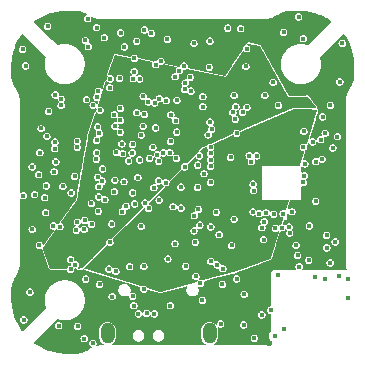
<source format=gbr>
%TF.GenerationSoftware,KiCad,Pcbnew,9.0.5*%
%TF.CreationDate,2025-10-07T19:58:39+02:00*%
%TF.ProjectId,Kolibri v0.6,4b6f6c69-6272-4692-9076-302e362e6b69,rev?*%
%TF.SameCoordinates,Original*%
%TF.FileFunction,Copper,L7,Inr*%
%TF.FilePolarity,Positive*%
%FSLAX46Y46*%
G04 Gerber Fmt 4.6, Leading zero omitted, Abs format (unit mm)*
G04 Created by KiCad (PCBNEW 9.0.5) date 2025-10-07 19:58:39*
%MOMM*%
%LPD*%
G01*
G04 APERTURE LIST*
%TA.AperFunction,ComponentPad*%
%ADD10O,1.200000X1.800000*%
%TD*%
%TA.AperFunction,ViaPad*%
%ADD11C,0.450000*%
%TD*%
G04 APERTURE END LIST*
D10*
%TO.N,GND*%
%TO.C,J1*%
X102270000Y-112797500D03*
X93630000Y-112797500D03*
%TD*%
D11*
%TO.N,/SPI0.MOSI*%
X111250000Y-98250000D03*
%TO.N,GND*%
X109250000Y-102500000D03*
%TO.N,+3V3*%
X107050000Y-102580000D03*
%TO.N,GND*%
X103200000Y-112000000D03*
X112900000Y-105050000D03*
X106050000Y-113200000D03*
X95750000Y-96800000D03*
X104135001Y-105356681D03*
X108500000Y-102650000D03*
X97700000Y-95400000D03*
X91849286Y-93011156D03*
X101267108Y-98546000D03*
X104550000Y-95850000D03*
X93834998Y-105072000D03*
X113500000Y-88250000D03*
X96750000Y-94250000D03*
X86450000Y-88750000D03*
X92850000Y-102450000D03*
X93350000Y-87750000D03*
X108550000Y-87300000D03*
X106700000Y-111230000D03*
X91100000Y-112200000D03*
X111249000Y-101600000D03*
X96650000Y-95250000D03*
X96100000Y-94100000D03*
X90885000Y-106972740D03*
X97476514Y-97050000D03*
X91080000Y-96510705D03*
X95747880Y-100893008D03*
X104350000Y-92650000D03*
X104900000Y-87000000D03*
X101700000Y-93600000D03*
X100635000Y-91100000D03*
X112500000Y-93500000D03*
X110200000Y-87850000D03*
X87850000Y-105350000D03*
X100113102Y-90169999D03*
X103350000Y-108650000D03*
X102900000Y-107000000D03*
X88650000Y-94000000D03*
X90515000Y-106550000D03*
X89169546Y-96605667D03*
X90515000Y-107373324D03*
X90550000Y-100900000D03*
X102379581Y-106702796D03*
X89248729Y-98280001D03*
X89730884Y-92959999D03*
X96700000Y-109050000D03*
X101330000Y-102300000D03*
X102250000Y-90250000D03*
X90850000Y-99500000D03*
X99711630Y-90561630D03*
X103082581Y-104444159D03*
X103393370Y-107306630D03*
X91080000Y-97035000D03*
X104450000Y-94650000D03*
X106835000Y-104850000D03*
X92950000Y-108650000D03*
X108100000Y-93500000D03*
X102300000Y-88050000D03*
X86550000Y-111650000D03*
X99350000Y-91070000D03*
X94850000Y-96750000D03*
X89150000Y-97150000D03*
X101112059Y-107970318D03*
X89100000Y-99100000D03*
X88550000Y-86800000D03*
X94339196Y-107539197D03*
X105350000Y-90200000D03*
X96500000Y-96000000D03*
X109850000Y-107150000D03*
X96750000Y-87100000D03*
X107650000Y-91550000D03*
X112700000Y-97100000D03*
X89850000Y-100350000D03*
X101500000Y-108550000D03*
X87800000Y-99350000D03*
X104050000Y-97900000D03*
X97956281Y-99885000D03*
X96478391Y-103729000D03*
%TO.N,+1V1*%
X97700000Y-90050000D03*
X99391787Y-94780000D03*
X97200000Y-97980000D03*
X94720000Y-94750000D03*
X98150000Y-89750000D03*
%TO.N,+3V3*%
X100950000Y-104115000D03*
X97100000Y-102200000D03*
X110650000Y-106600000D03*
X102450000Y-95500000D03*
X91653548Y-113250706D03*
X100975000Y-102830000D03*
X107451466Y-110835000D03*
X98750000Y-106500000D03*
X100950000Y-88250000D03*
X99500000Y-93050000D03*
X94720000Y-93750000D03*
X93975053Y-103533281D03*
X111179120Y-108020000D03*
X99480000Y-95750000D03*
X96650000Y-92720000D03*
X101796219Y-99266037D03*
X106950000Y-92650000D03*
X101400000Y-97770000D03*
X91082828Y-103367342D03*
X91750000Y-88000000D03*
X92900000Y-101240000D03*
X94720000Y-95750000D03*
X99450000Y-97980000D03*
X104350000Y-103130000D03*
X96350000Y-98100000D03*
%TO.N,Net-(U1-XIN)*%
X96200000Y-99600000D03*
%TO.N,Net-(C15-Pad2)*%
X97560000Y-100450000D03*
%TO.N,+4V5*%
X98016535Y-92918630D03*
X101650000Y-110000000D03*
X95421548Y-98185438D03*
%TO.N,+5V*%
X110125000Y-103846353D03*
X87750000Y-93265000D03*
X87850000Y-96150000D03*
X88285000Y-113400000D03*
X105720000Y-110500000D03*
X112950000Y-99200000D03*
X90435000Y-86150000D03*
X103980000Y-88311630D03*
X114000000Y-91550000D03*
X109885000Y-86632264D03*
X114015000Y-109813705D03*
X87570736Y-107898143D03*
X87650000Y-90850000D03*
X106508639Y-108853320D03*
X105221925Y-108515000D03*
X107415002Y-113600000D03*
X106635000Y-86900000D03*
X86300000Y-108500000D03*
%TO.N,/ELRS/WIFI_ANTENNA*%
X107800000Y-113000000D03*
%TO.N,Net-(IC1-DCC_FB)*%
X88440000Y-100300000D03*
X91700000Y-103220000D03*
%TO.N,Net-(IC5-BOOT)*%
X109600000Y-105330000D03*
%TO.N,Net-(IC5-SW_1)*%
X109050000Y-104300000D03*
X108400000Y-103850000D03*
X109000000Y-103800000D03*
X107850000Y-103900000D03*
%TO.N,+5V_BUCK*%
X102382658Y-103782828D03*
X104566434Y-108188629D03*
%TO.N,VCC*%
X106465000Y-106600000D03*
X110212500Y-94106105D03*
X94950000Y-106400000D03*
X94393117Y-106683594D03*
X92002181Y-88520630D03*
X113100000Y-96150000D03*
%TO.N,Net-(IC6-SW_1)*%
X92288370Y-103561630D03*
X91000000Y-104050000D03*
X91650000Y-104000000D03*
%TO.N,+10V*%
X110100000Y-92980000D03*
X103661834Y-92175000D03*
X89000000Y-106300000D03*
X89200000Y-106850000D03*
X106400000Y-88800000D03*
X94977261Y-89977261D03*
%TO.N,Net-(U5-VIN)*%
X102139999Y-95983949D03*
%TO.N,Net-(U5-VOUT)*%
X101700000Y-92750000D03*
%TO.N,Net-(U5-SAG)*%
X102308030Y-94905796D03*
%TO.N,Net-(U5-CLKIN)*%
X105434998Y-93650000D03*
%TO.N,Net-(U5-XFB)*%
X105062933Y-94085001D03*
%TO.N,/RP2350/LED*%
X98600000Y-93100000D03*
%TO.N,Net-(D1-DOUT)*%
X91940000Y-86150000D03*
%TO.N,Net-(D3-DOUT)*%
X86700000Y-90150000D03*
X87050000Y-109300000D03*
%TO.N,Net-(D5-DOUT)*%
X92400000Y-113650000D03*
X108550000Y-112400000D03*
%TO.N,Net-(D7-DOUT)*%
X113300000Y-91500000D03*
X114015000Y-108186921D03*
%TO.N,/Connectors/LED*%
X109800000Y-86000000D03*
%TO.N,/Spk.+*%
X98700000Y-87900000D03*
X95050000Y-88540000D03*
%TO.N,/Spk.-*%
X96100000Y-88050000D03*
X92700000Y-86900000D03*
%TO.N,/ELRS/RADIO_RST*%
X87450000Y-101050000D03*
X101449168Y-103630772D03*
%TO.N,/ELRS/RADIO_BUSY*%
X89050000Y-103700000D03*
X99856845Y-102186999D03*
%TO.N,/ELRS/RADIO_DIO1*%
X101063344Y-105072089D03*
X89600000Y-103750000D03*
%TO.N,/ELRS/RADIO_MISO*%
X93407058Y-101475135D03*
X98002022Y-101515000D03*
%TO.N,/ELRS/RADIO_MOSI*%
X99176000Y-102065000D03*
X92900000Y-100375000D03*
%TO.N,Net-(IC1-DCC_SW)*%
X92250000Y-101800000D03*
%TO.N,Net-(IC1-XTA)*%
X88300000Y-101300000D03*
%TO.N,Net-(IC1-XTB)*%
X88380573Y-102581913D03*
%TO.N,/ELRS/RADIO_SCK*%
X96800000Y-101750000D03*
X92782802Y-99570000D03*
%TO.N,Net-(IC5-RT{slash}SYNC)*%
X109714609Y-106184270D03*
%TO.N,Net-(IC6-RT{slash}SYNC)*%
X91784998Y-108200000D03*
%TO.N,Net-(J1-CC2)*%
X95860000Y-110450000D03*
%TO.N,+5V_USB*%
X108100000Y-107850000D03*
X100245871Y-107104129D03*
X95750000Y-109650000D03*
%TO.N,Net-(J1-CC1)*%
X98940000Y-110450000D03*
%TO.N,/USB.D-*%
X106892353Y-103343841D03*
X97600000Y-111150000D03*
%TO.N,/USB.D+*%
X96950000Y-111100000D03*
X106700000Y-103850000D03*
%TO.N,/Motor.3*%
X102359998Y-98105006D03*
X113187661Y-107912339D03*
X111681102Y-96400622D03*
%TO.N,/Motor.1*%
X102359998Y-97025000D03*
X112184998Y-104500000D03*
X111833921Y-94466105D03*
%TO.N,/Motor.4*%
X112050000Y-108200000D03*
X110991000Y-96590747D03*
X102359998Y-98645009D03*
%TO.N,/Motor.2*%
X102360250Y-97565003D03*
X112200000Y-105550000D03*
X112050000Y-95850000D03*
%TO.N,/U1.TX*%
X94382723Y-97482724D03*
X87250000Y-98700000D03*
X87251064Y-104001619D03*
%TO.N,/U1.RX*%
X92700000Y-97500000D03*
X87900000Y-97500000D03*
X86480000Y-101135000D03*
%TO.N,/I2C0.SDA*%
X98965000Y-96547978D03*
X89200000Y-92600000D03*
X98545803Y-100040069D03*
X88000000Y-95450000D03*
%TO.N,/I2C0.SCL*%
X102849545Y-102535000D03*
X88500000Y-96100000D03*
X89700000Y-93500000D03*
X99000000Y-94273947D03*
%TO.N,/U2.TX*%
X103800000Y-86950000D03*
X94912951Y-97585000D03*
%TO.N,/U2.RX*%
X105400000Y-88700000D03*
X92684889Y-98039789D03*
%TO.N,/SWDIO*%
X97958527Y-98212470D03*
%TO.N,/SWCLK*%
X94200000Y-100800000D03*
%TO.N,/U0.TX*%
X92700000Y-92800000D03*
X95512237Y-107142499D03*
%TO.N,/U0.RX*%
X96700000Y-107131445D03*
X94017243Y-109675605D03*
X92415000Y-93493376D03*
%TO.N,/RP2350/Speaker*%
X97350000Y-87400000D03*
X100200000Y-91600000D03*
%TO.N,Net-(U1-USB_DP)*%
X105950000Y-102520000D03*
X97076053Y-93200000D03*
%TO.N,Net-(U1-USB_DM)*%
X97610822Y-93275000D03*
X106472626Y-102655882D03*
%TO.N,Net-(U4-PR1)*%
X105200000Y-109485000D03*
%TO.N,Net-(U5-HSYNC)*%
X102359998Y-100007037D03*
%TO.N,Net-(U5-VSYNC)*%
X101250000Y-100425000D03*
%TO.N,Net-(U5-LOS)*%
X105959000Y-100160998D03*
%TO.N,Net-(U1-QSPI_SS)*%
X93800000Y-92000000D03*
%TO.N,/ELRS/ELRS_BUTTON*%
X105151574Y-112084013D03*
X95196988Y-102033513D03*
%TO.N,Net-(U1-QSPI_SD0)*%
X95880158Y-90649149D03*
%TO.N,Net-(U1-QSPI_SCLK)*%
X95818432Y-91234135D03*
%TO.N,Net-(U1-QSPI_SD1)*%
X93875000Y-91250000D03*
%TO.N,/RP2350/Gyro_SS*%
X110300000Y-99450000D03*
X92801440Y-95320487D03*
%TO.N,Net-(U1-QSPI_SD2)*%
X94660758Y-91212500D03*
%TO.N,/SPI1.SCLK*%
X95719080Y-97515002D03*
X105625006Y-97739141D03*
%TO.N,/SPI1.MISO*%
X93215841Y-98869248D03*
X107700000Y-102700000D03*
%TO.N,/SPI1.MOSI*%
X105800000Y-98250000D03*
X95025000Y-99950457D03*
%TO.N,Net-(U1-QSPI_SD3)*%
X96358133Y-91252190D03*
%TO.N,/RP2350/OSD_SS*%
X94250000Y-99826053D03*
X106250000Y-97765002D03*
%TO.N,/SPI0.SCLK*%
X93000000Y-93900000D03*
X110348000Y-98450000D03*
%TO.N,Net-(R33-Pad2)*%
X92848350Y-92280774D03*
X96250000Y-111150000D03*
%TO.N,+1V8*%
X110710233Y-103688956D03*
%TO.N,/ADC/VBat_ADC*%
X95900000Y-89510000D03*
X100685359Y-92285000D03*
%TO.N,Net-(C33-Pad1)*%
X99343390Y-105206020D03*
%TO.N,Net-(U8-+)*%
X94750000Y-87350000D03*
%TO.N,/ELRS/ELRS_LED_RGB*%
X93201000Y-99911630D03*
X95930000Y-101836630D03*
%TO.N,/Power/DCDC_EN*%
X100165000Y-92140676D03*
X99849501Y-100411189D03*
%TO.N,/SPI0.MISO*%
X94250729Y-95237932D03*
X111800000Y-98050000D03*
%TO.N,/SPI0.MOSI*%
X94200000Y-94285000D03*
%TO.N,/RP2350/Flash_SS*%
X100165000Y-98696498D03*
X110200000Y-97050000D03*
%TO.N,/SPI_Flash.SCLK*%
X104250000Y-94084998D03*
X97846514Y-97684214D03*
%TO.N,/SPI_Flash.IO0*%
X104500000Y-93600000D03*
X98360297Y-97517993D03*
%TO.N,/RP2350/Gyro_FSync*%
X110200000Y-100000000D03*
X92700000Y-96450000D03*
%TO.N,/SPI_Flash.IO1*%
X98900000Y-97500000D03*
X110250000Y-95700000D03*
%TO.N,/RP2350/Gyro_Int*%
X105997146Y-100701001D03*
X92934130Y-95867026D03*
%TO.N,/PWM.1*%
X112480659Y-106830456D03*
X94893258Y-102480000D03*
%TO.N,/PWM.2*%
X93750000Y-107350000D03*
X89500000Y-112150000D03*
%TD*%
%TA.AperFunction,Conductor*%
%TO.N,+10V*%
G36*
X106522772Y-88444813D02*
G01*
X106560520Y-88469595D01*
X106563387Y-88474265D01*
X108950000Y-92800000D01*
X108950000Y-92799999D01*
X108950001Y-92800000D01*
X109074526Y-92796226D01*
X110568836Y-92750944D01*
X110611060Y-92766953D01*
X110618338Y-92775215D01*
X111254414Y-93649820D01*
X111264977Y-93693724D01*
X111241401Y-93732237D01*
X111203426Y-93743431D01*
X110506949Y-93704738D01*
X110504278Y-93704627D01*
X110501000Y-93704535D01*
X110498395Y-93704500D01*
X110498365Y-93704500D01*
X109412181Y-93704500D01*
X109400594Y-93705683D01*
X109392866Y-93706473D01*
X109392858Y-93706474D01*
X109369513Y-93711294D01*
X109350982Y-93717137D01*
X105348448Y-95443721D01*
X105053914Y-95570775D01*
X104861899Y-95653605D01*
X104861897Y-95653605D01*
X104861895Y-95653607D01*
X104859815Y-95654709D01*
X104814859Y-95658969D01*
X104790476Y-95644292D01*
X104743723Y-95597539D01*
X104743720Y-95597537D01*
X104671780Y-95556002D01*
X104671777Y-95556000D01*
X104617787Y-95541534D01*
X104591536Y-95534500D01*
X104508464Y-95534500D01*
X104491507Y-95539043D01*
X104428222Y-95556000D01*
X104428219Y-95556002D01*
X104356279Y-95597537D01*
X104297537Y-95656279D01*
X104256002Y-95728219D01*
X104256000Y-95728222D01*
X104246012Y-95765500D01*
X104235086Y-95806279D01*
X104234500Y-95808465D01*
X104234500Y-95885786D01*
X104217219Y-95927505D01*
X104195668Y-95940642D01*
X104195798Y-95940942D01*
X104193676Y-95941857D01*
X104193470Y-95941983D01*
X104193140Y-95942088D01*
X102582264Y-96636975D01*
X102582262Y-96636976D01*
X102566453Y-96645650D01*
X102548101Y-96658107D01*
X102511601Y-96702916D01*
X102471854Y-96724348D01*
X102450587Y-96722644D01*
X102401534Y-96709500D01*
X102318462Y-96709500D01*
X102307173Y-96712525D01*
X102238220Y-96731000D01*
X102238217Y-96731002D01*
X102166277Y-96772537D01*
X102166275Y-96772539D01*
X102107537Y-96831276D01*
X102075966Y-96885958D01*
X102040141Y-96913447D01*
X102010504Y-96912887D01*
X102010488Y-96913005D01*
X102009542Y-96912869D01*
X102007461Y-96912830D01*
X102005892Y-96912345D01*
X102005891Y-96912345D01*
X101960744Y-96913001D01*
X101924296Y-96920804D01*
X101722614Y-97007804D01*
X101706717Y-97016537D01*
X101688258Y-97029098D01*
X101688255Y-97029100D01*
X101674287Y-97040693D01*
X101410748Y-97305531D01*
X101410743Y-97305537D01*
X101395674Y-97325250D01*
X101380521Y-97351572D01*
X101379349Y-97353668D01*
X101379348Y-97353670D01*
X101377156Y-97365499D01*
X101372378Y-97391277D01*
X101367745Y-97416271D01*
X101365235Y-97415805D01*
X101350288Y-97449311D01*
X101324977Y-97463473D01*
X101278222Y-97476000D01*
X101278219Y-97476002D01*
X101206279Y-97517537D01*
X101147537Y-97576279D01*
X101106002Y-97648219D01*
X101106000Y-97648222D01*
X101092442Y-97698824D01*
X101064952Y-97734650D01*
X101040225Y-97742361D01*
X101008101Y-97744968D01*
X100982272Y-97755741D01*
X100966453Y-97762339D01*
X100966424Y-97762351D01*
X100935494Y-97783127D01*
X100358354Y-98363109D01*
X100358346Y-98363119D01*
X100345185Y-98380337D01*
X100306120Y-98402988D01*
X100283042Y-98401497D01*
X100206536Y-98380998D01*
X100123464Y-98380998D01*
X100116631Y-98382829D01*
X100043222Y-98402498D01*
X100043219Y-98402500D01*
X99971279Y-98444035D01*
X99912537Y-98502777D01*
X99871002Y-98574717D01*
X99871000Y-98574720D01*
X99859729Y-98616786D01*
X99849500Y-98654962D01*
X99849500Y-98738034D01*
X99856860Y-98765500D01*
X99870837Y-98817666D01*
X99864942Y-98862437D01*
X99846747Y-98881911D01*
X99832723Y-98891331D01*
X99568219Y-99157138D01*
X99488677Y-99237072D01*
X98882148Y-99846587D01*
X98840471Y-99863970D01*
X98798709Y-99846792D01*
X98798607Y-99846689D01*
X98739526Y-99787608D01*
X98739523Y-99787606D01*
X98667583Y-99746071D01*
X98667580Y-99746069D01*
X98621251Y-99733656D01*
X98587339Y-99724569D01*
X98504267Y-99724569D01*
X98487310Y-99729112D01*
X98424025Y-99746069D01*
X98424022Y-99746071D01*
X98352082Y-99787606D01*
X98349203Y-99790485D01*
X98307482Y-99807762D01*
X98265764Y-99790478D01*
X98252029Y-99766685D01*
X98251761Y-99766797D01*
X98250915Y-99764755D01*
X98250497Y-99764031D01*
X98250280Y-99763223D01*
X98250278Y-99763219D01*
X98244067Y-99752462D01*
X98208743Y-99691279D01*
X98208742Y-99691277D01*
X98150004Y-99632539D01*
X98150001Y-99632537D01*
X98078061Y-99591002D01*
X98078058Y-99591000D01*
X98031729Y-99578587D01*
X97997817Y-99569500D01*
X97914745Y-99569500D01*
X97899481Y-99573590D01*
X97834503Y-99591000D01*
X97834500Y-99591002D01*
X97762560Y-99632537D01*
X97703818Y-99691279D01*
X97662283Y-99763219D01*
X97662281Y-99763222D01*
X97645324Y-99826507D01*
X97640781Y-99843464D01*
X97640781Y-99926536D01*
X97647916Y-99953164D01*
X97662281Y-100006776D01*
X97689416Y-100053775D01*
X97695310Y-100098546D01*
X97667820Y-100134371D01*
X97623051Y-100140265D01*
X97601536Y-100134500D01*
X97518464Y-100134500D01*
X97501507Y-100139043D01*
X97438222Y-100156000D01*
X97438219Y-100156002D01*
X97366279Y-100197537D01*
X97307537Y-100256279D01*
X97266002Y-100328219D01*
X97266000Y-100328222D01*
X97262433Y-100341536D01*
X97244500Y-100408464D01*
X97244500Y-100491536D01*
X97253587Y-100525448D01*
X97266000Y-100571777D01*
X97266002Y-100571780D01*
X97307537Y-100643720D01*
X97307539Y-100643723D01*
X97366277Y-100702461D01*
X97366279Y-100702462D01*
X97438222Y-100743999D01*
X97518464Y-100765500D01*
X97518468Y-100765500D01*
X97601532Y-100765500D01*
X97601536Y-100765500D01*
X97681778Y-100743999D01*
X97753721Y-100702462D01*
X97753721Y-100702461D01*
X97753723Y-100702461D01*
X97812461Y-100643723D01*
X97812462Y-100643721D01*
X97853999Y-100571778D01*
X97875500Y-100491536D01*
X97875500Y-100408464D01*
X97853999Y-100328222D01*
X97834342Y-100294175D01*
X97826865Y-100281224D01*
X97820970Y-100236454D01*
X97848460Y-100200629D01*
X97893227Y-100194734D01*
X97914745Y-100200500D01*
X97914749Y-100200500D01*
X97997813Y-100200500D01*
X97997817Y-100200500D01*
X98078059Y-100178999D01*
X98138370Y-100144178D01*
X98149999Y-100137464D01*
X98149999Y-100137463D01*
X98150002Y-100137462D01*
X98152874Y-100134589D01*
X98194591Y-100117306D01*
X98236312Y-100134583D01*
X98250056Y-100158382D01*
X98250323Y-100158272D01*
X98251162Y-100160297D01*
X98251584Y-100161028D01*
X98251802Y-100161843D01*
X98251805Y-100161849D01*
X98293340Y-100233789D01*
X98293342Y-100233792D01*
X98353617Y-100294067D01*
X98353619Y-100294068D01*
X98353619Y-100294069D01*
X98353725Y-100294175D01*
X98362251Y-100314759D01*
X98371006Y-100335743D01*
X98370974Y-100335818D01*
X98371006Y-100335894D01*
X98353832Y-100377507D01*
X98349143Y-100382220D01*
X98349139Y-100382224D01*
X97330280Y-101406101D01*
X97250738Y-101486035D01*
X97250737Y-101486035D01*
X97153970Y-101583277D01*
X97112293Y-101600660D01*
X97070532Y-101583481D01*
X97061055Y-101571163D01*
X97052462Y-101556279D01*
X97052460Y-101556277D01*
X97052459Y-101556275D01*
X96993723Y-101497539D01*
X96993720Y-101497537D01*
X96921780Y-101456002D01*
X96921777Y-101456000D01*
X96875448Y-101443587D01*
X96841536Y-101434500D01*
X96758464Y-101434500D01*
X96741507Y-101439043D01*
X96678222Y-101456000D01*
X96678219Y-101456002D01*
X96606279Y-101497537D01*
X96547537Y-101556279D01*
X96506002Y-101628219D01*
X96506000Y-101628222D01*
X96492604Y-101678219D01*
X96484500Y-101708464D01*
X96484500Y-101791536D01*
X96493587Y-101825448D01*
X96506000Y-101871777D01*
X96506002Y-101871780D01*
X96547537Y-101943720D01*
X96547539Y-101943723D01*
X96606276Y-102002460D01*
X96606278Y-102002461D01*
X96606279Y-102002462D01*
X96626787Y-102014302D01*
X96654277Y-102050127D01*
X96648384Y-102094897D01*
X96630189Y-102114373D01*
X96615985Y-102123914D01*
X96021726Y-102721101D01*
X95942184Y-102801035D01*
X95643655Y-103101035D01*
X95127133Y-103620101D01*
X95047591Y-103700035D01*
X94743025Y-104006101D01*
X94663483Y-104086035D01*
X94335937Y-104415194D01*
X94022377Y-104730299D01*
X94008976Y-104750435D01*
X93971475Y-104775590D01*
X93944591Y-104774735D01*
X93876534Y-104756500D01*
X93793462Y-104756500D01*
X93776505Y-104761043D01*
X93713220Y-104778000D01*
X93713217Y-104778002D01*
X93641277Y-104819537D01*
X93582535Y-104878279D01*
X93541000Y-104950219D01*
X93540998Y-104950222D01*
X93524041Y-105013507D01*
X93519498Y-105030464D01*
X93519498Y-105113536D01*
X93525592Y-105136279D01*
X93538226Y-105183430D01*
X93532331Y-105228201D01*
X93514136Y-105247675D01*
X93494235Y-105261043D01*
X92369716Y-106391101D01*
X92290174Y-106471035D01*
X91650824Y-107113534D01*
X91650823Y-107113533D01*
X91601238Y-107163363D01*
X91601224Y-107163379D01*
X91587049Y-107181575D01*
X91587048Y-107181576D01*
X91572433Y-107205923D01*
X91572162Y-107206377D01*
X91561159Y-107255586D01*
X91535191Y-107292529D01*
X91504634Y-107301702D01*
X91139177Y-107308228D01*
X91097156Y-107291695D01*
X91079133Y-107250290D01*
X91095666Y-107208269D01*
X91096348Y-107207574D01*
X91137462Y-107166461D01*
X91178999Y-107094518D01*
X91200500Y-107014276D01*
X91200500Y-106931204D01*
X91178999Y-106850962D01*
X91137462Y-106779019D01*
X91137461Y-106779017D01*
X91078723Y-106720279D01*
X91078720Y-106720277D01*
X91006780Y-106678742D01*
X91006777Y-106678740D01*
X90959467Y-106666064D01*
X90926536Y-106657240D01*
X90889126Y-106657240D01*
X90847407Y-106639959D01*
X90830126Y-106598240D01*
X90830500Y-106592540D01*
X90830500Y-106508468D01*
X90830500Y-106508464D01*
X90808999Y-106428222D01*
X90767462Y-106356279D01*
X90767461Y-106356277D01*
X90708723Y-106297539D01*
X90708720Y-106297537D01*
X90636780Y-106256002D01*
X90636777Y-106256000D01*
X90590448Y-106243587D01*
X90556536Y-106234500D01*
X90473464Y-106234500D01*
X90456507Y-106239043D01*
X90393222Y-106256000D01*
X90393219Y-106256002D01*
X90321279Y-106297537D01*
X90262537Y-106356279D01*
X90221002Y-106428219D01*
X90221000Y-106428222D01*
X90214785Y-106451419D01*
X90199500Y-106508464D01*
X90199500Y-106591536D01*
X90208587Y-106625448D01*
X90221000Y-106671777D01*
X90221002Y-106671780D01*
X90262537Y-106743720D01*
X90262539Y-106743723D01*
X90321277Y-106802461D01*
X90321279Y-106802462D01*
X90393222Y-106843999D01*
X90473464Y-106865500D01*
X90473468Y-106865500D01*
X90510874Y-106865500D01*
X90511022Y-106865561D01*
X90511171Y-106865501D01*
X90531903Y-106874210D01*
X90552593Y-106882781D01*
X90552654Y-106882928D01*
X90552803Y-106882991D01*
X90553336Y-106884574D01*
X90569874Y-106924500D01*
X90569873Y-106924797D01*
X90569847Y-106929907D01*
X90569500Y-106931204D01*
X90569500Y-106998902D01*
X90569499Y-106999121D01*
X90560789Y-107019853D01*
X90552219Y-107040543D01*
X90552071Y-107040604D01*
X90552009Y-107040753D01*
X90531191Y-107049253D01*
X90510500Y-107057824D01*
X90473464Y-107057824D01*
X90460324Y-107061345D01*
X90393222Y-107079324D01*
X90393219Y-107079326D01*
X90321279Y-107120861D01*
X90262537Y-107179603D01*
X90221002Y-107251543D01*
X90220999Y-107251550D01*
X90212826Y-107282050D01*
X90185336Y-107317874D01*
X90156890Y-107325769D01*
X88841803Y-107349253D01*
X88799782Y-107332720D01*
X88785442Y-107310805D01*
X88457624Y-106428219D01*
X88160842Y-105629190D01*
X88162515Y-105584065D01*
X88167981Y-105574578D01*
X89291889Y-103985605D01*
X89330086Y-103961525D01*
X89374125Y-103971508D01*
X89381774Y-103977958D01*
X89406277Y-104002461D01*
X89406279Y-104002462D01*
X89478222Y-104043999D01*
X89558464Y-104065500D01*
X89558468Y-104065500D01*
X89641532Y-104065500D01*
X89641536Y-104065500D01*
X89721778Y-104043999D01*
X89783325Y-104008464D01*
X90684500Y-104008464D01*
X90684500Y-104091536D01*
X90692298Y-104120637D01*
X90706000Y-104171777D01*
X90706002Y-104171780D01*
X90747537Y-104243720D01*
X90747539Y-104243723D01*
X90806277Y-104302461D01*
X90806279Y-104302462D01*
X90878222Y-104343999D01*
X90958464Y-104365500D01*
X90958468Y-104365500D01*
X91041532Y-104365500D01*
X91041536Y-104365500D01*
X91121778Y-104343999D01*
X91193721Y-104302462D01*
X91193721Y-104302461D01*
X91193723Y-104302461D01*
X91252459Y-104243724D01*
X91252460Y-104243723D01*
X91252462Y-104243721D01*
X91288339Y-104181579D01*
X91324162Y-104154092D01*
X91368933Y-104159986D01*
X91390527Y-104181580D01*
X91397537Y-104193720D01*
X91397539Y-104193723D01*
X91456277Y-104252461D01*
X91456279Y-104252462D01*
X91528222Y-104293999D01*
X91608464Y-104315500D01*
X91608468Y-104315500D01*
X91691532Y-104315500D01*
X91691536Y-104315500D01*
X91771778Y-104293999D01*
X91843721Y-104252462D01*
X91843721Y-104252461D01*
X91843723Y-104252461D01*
X91902461Y-104193723D01*
X91902462Y-104193721D01*
X91943999Y-104121778D01*
X91965500Y-104041536D01*
X91965500Y-103958464D01*
X91943999Y-103878222D01*
X91902462Y-103806279D01*
X91902461Y-103806277D01*
X91843723Y-103747539D01*
X91843720Y-103747537D01*
X91771780Y-103706002D01*
X91771777Y-103706000D01*
X91725448Y-103693587D01*
X91691536Y-103684500D01*
X91608464Y-103684500D01*
X91591507Y-103689043D01*
X91528222Y-103706000D01*
X91528219Y-103706002D01*
X91456279Y-103747537D01*
X91456277Y-103747539D01*
X91397539Y-103806276D01*
X91361661Y-103868418D01*
X91325836Y-103895907D01*
X91281065Y-103890012D01*
X91259471Y-103868418D01*
X91252460Y-103856276D01*
X91193723Y-103797539D01*
X91159403Y-103777724D01*
X91131914Y-103741899D01*
X91137809Y-103697128D01*
X91173631Y-103669640D01*
X91204606Y-103661341D01*
X91276549Y-103619804D01*
X91276549Y-103619803D01*
X91276551Y-103619803D01*
X91335289Y-103561065D01*
X91335290Y-103561063D01*
X91376827Y-103489120D01*
X91381254Y-103472596D01*
X91408742Y-103436771D01*
X91453513Y-103430876D01*
X91479963Y-103446147D01*
X91506277Y-103472461D01*
X91506279Y-103472462D01*
X91578222Y-103513999D01*
X91658464Y-103535500D01*
X91658468Y-103535500D01*
X91741532Y-103535500D01*
X91741536Y-103535500D01*
X91821778Y-103513999D01*
X91884370Y-103477860D01*
X91929140Y-103471966D01*
X91964965Y-103499455D01*
X91972870Y-103528956D01*
X91972870Y-103603166D01*
X91977328Y-103619803D01*
X91994370Y-103683407D01*
X91994372Y-103683410D01*
X92035907Y-103755350D01*
X92035909Y-103755353D01*
X92094647Y-103814091D01*
X92094649Y-103814092D01*
X92166592Y-103855629D01*
X92246834Y-103877130D01*
X92246838Y-103877130D01*
X92329902Y-103877130D01*
X92329906Y-103877130D01*
X92410148Y-103855629D01*
X92482091Y-103814092D01*
X92482091Y-103814091D01*
X92482093Y-103814091D01*
X92540831Y-103755353D01*
X92540832Y-103755351D01*
X92582369Y-103683408D01*
X92603870Y-103603166D01*
X92603870Y-103520094D01*
X92596274Y-103491745D01*
X93659553Y-103491745D01*
X93659553Y-103574817D01*
X93664664Y-103593891D01*
X93681053Y-103655058D01*
X93681055Y-103655061D01*
X93722590Y-103727001D01*
X93722592Y-103727004D01*
X93781330Y-103785742D01*
X93781332Y-103785743D01*
X93853275Y-103827280D01*
X93933517Y-103848781D01*
X93933521Y-103848781D01*
X94016585Y-103848781D01*
X94016589Y-103848781D01*
X94096831Y-103827280D01*
X94168774Y-103785743D01*
X94168774Y-103785742D01*
X94168776Y-103785742D01*
X94227514Y-103727004D01*
X94227515Y-103727002D01*
X94269052Y-103655059D01*
X94290553Y-103574817D01*
X94290553Y-103491745D01*
X94269052Y-103411503D01*
X94227515Y-103339560D01*
X94227514Y-103339558D01*
X94168776Y-103280820D01*
X94168773Y-103280818D01*
X94096833Y-103239283D01*
X94096830Y-103239281D01*
X94050501Y-103226868D01*
X94016589Y-103217781D01*
X93933517Y-103217781D01*
X93916560Y-103222324D01*
X93853275Y-103239281D01*
X93853272Y-103239283D01*
X93781332Y-103280818D01*
X93722590Y-103339560D01*
X93681055Y-103411500D01*
X93681053Y-103411503D01*
X93666537Y-103465681D01*
X93659553Y-103491745D01*
X92596274Y-103491745D01*
X92582369Y-103439852D01*
X92540832Y-103367909D01*
X92540831Y-103367907D01*
X92482093Y-103309169D01*
X92482090Y-103309167D01*
X92410150Y-103267632D01*
X92410147Y-103267630D01*
X92363818Y-103255217D01*
X92329906Y-103246130D01*
X92246834Y-103246130D01*
X92225334Y-103251890D01*
X92166593Y-103267630D01*
X92104000Y-103303769D01*
X92059230Y-103309663D01*
X92023404Y-103282173D01*
X92015500Y-103252673D01*
X92015500Y-103178468D01*
X92015500Y-103178464D01*
X91993999Y-103098222D01*
X91952462Y-103026279D01*
X91952461Y-103026277D01*
X91893723Y-102967539D01*
X91893720Y-102967537D01*
X91821780Y-102926002D01*
X91821777Y-102926000D01*
X91775448Y-102913587D01*
X91741536Y-102904500D01*
X91658464Y-102904500D01*
X91647548Y-102907425D01*
X91578222Y-102926000D01*
X91578219Y-102926002D01*
X91506279Y-102967537D01*
X91447537Y-103026279D01*
X91406002Y-103098219D01*
X91405999Y-103098226D01*
X91401572Y-103114747D01*
X91374082Y-103150571D01*
X91329311Y-103156464D01*
X91302864Y-103141194D01*
X91276551Y-103114881D01*
X91276548Y-103114879D01*
X91204608Y-103073344D01*
X91204605Y-103073342D01*
X91158276Y-103060929D01*
X91124364Y-103051842D01*
X91041292Y-103051842D01*
X91024335Y-103056385D01*
X90961050Y-103073342D01*
X90961047Y-103073344D01*
X90889107Y-103114879D01*
X90830365Y-103173621D01*
X90788830Y-103245561D01*
X90788828Y-103245564D01*
X90773233Y-103303769D01*
X90767328Y-103325806D01*
X90767328Y-103408878D01*
X90774728Y-103436494D01*
X90788828Y-103489119D01*
X90788830Y-103489122D01*
X90830365Y-103561062D01*
X90830367Y-103561065D01*
X90889105Y-103619803D01*
X90889107Y-103619804D01*
X90923423Y-103639617D01*
X90950913Y-103675442D01*
X90945018Y-103720212D01*
X90909194Y-103747702D01*
X90878221Y-103756001D01*
X90878219Y-103756002D01*
X90806279Y-103797537D01*
X90747537Y-103856279D01*
X90706002Y-103928219D01*
X90706000Y-103928222D01*
X90697077Y-103961525D01*
X90684500Y-104008464D01*
X89783325Y-104008464D01*
X89793721Y-104002462D01*
X89793721Y-104002461D01*
X89793723Y-104002461D01*
X89852461Y-103943723D01*
X89852462Y-103943721D01*
X89893999Y-103871778D01*
X89915500Y-103791536D01*
X89915500Y-103708464D01*
X89893999Y-103628222D01*
X89852462Y-103556279D01*
X89852461Y-103556277D01*
X89793723Y-103497539D01*
X89738545Y-103465681D01*
X89711056Y-103429855D01*
X89716951Y-103385085D01*
X89719858Y-103380544D01*
X90407427Y-102408464D01*
X92534500Y-102408464D01*
X92534500Y-102491536D01*
X92542538Y-102521534D01*
X92556000Y-102571777D01*
X92556002Y-102571780D01*
X92597537Y-102643720D01*
X92597539Y-102643723D01*
X92656277Y-102702461D01*
X92656279Y-102702462D01*
X92728222Y-102743999D01*
X92808464Y-102765500D01*
X92808468Y-102765500D01*
X92891532Y-102765500D01*
X92891536Y-102765500D01*
X92971778Y-102743999D01*
X93043721Y-102702462D01*
X93043721Y-102702461D01*
X93043723Y-102702461D01*
X93102461Y-102643723D01*
X93102462Y-102643721D01*
X93143999Y-102571778D01*
X93165500Y-102491536D01*
X93165500Y-102438464D01*
X94577758Y-102438464D01*
X94577758Y-102521536D01*
X94584077Y-102545119D01*
X94599258Y-102601777D01*
X94599260Y-102601780D01*
X94640795Y-102673720D01*
X94640797Y-102673723D01*
X94699535Y-102732461D01*
X94699537Y-102732462D01*
X94771480Y-102773999D01*
X94851722Y-102795500D01*
X94851726Y-102795500D01*
X94934790Y-102795500D01*
X94934794Y-102795500D01*
X95015036Y-102773999D01*
X95086979Y-102732462D01*
X95086979Y-102732461D01*
X95086981Y-102732461D01*
X95145719Y-102673723D01*
X95145720Y-102673721D01*
X95187257Y-102601778D01*
X95208758Y-102521536D01*
X95208758Y-102438464D01*
X95203659Y-102419434D01*
X95209552Y-102374666D01*
X95245375Y-102347177D01*
X95318766Y-102327512D01*
X95390709Y-102285975D01*
X95390709Y-102285974D01*
X95390711Y-102285974D01*
X95449449Y-102227236D01*
X95449450Y-102227234D01*
X95490987Y-102155291D01*
X95512488Y-102075049D01*
X95512488Y-101991977D01*
X95490987Y-101911735D01*
X95449450Y-101839792D01*
X95449449Y-101839790D01*
X95404753Y-101795094D01*
X95614500Y-101795094D01*
X95614500Y-101878166D01*
X95623494Y-101911732D01*
X95636000Y-101958407D01*
X95636002Y-101958410D01*
X95677537Y-102030350D01*
X95677539Y-102030353D01*
X95736277Y-102089091D01*
X95736279Y-102089092D01*
X95808222Y-102130629D01*
X95888464Y-102152130D01*
X95888468Y-102152130D01*
X95971532Y-102152130D01*
X95971536Y-102152130D01*
X96051778Y-102130629D01*
X96123721Y-102089092D01*
X96123721Y-102089091D01*
X96123723Y-102089091D01*
X96182461Y-102030353D01*
X96182462Y-102030351D01*
X96223999Y-101958408D01*
X96245500Y-101878166D01*
X96245500Y-101795094D01*
X96223999Y-101714852D01*
X96182462Y-101642909D01*
X96182461Y-101642907D01*
X96123723Y-101584169D01*
X96123720Y-101584167D01*
X96051780Y-101542632D01*
X96051777Y-101542630D01*
X96002142Y-101529331D01*
X95971536Y-101521130D01*
X95888464Y-101521130D01*
X95883527Y-101522453D01*
X95808222Y-101542630D01*
X95808219Y-101542632D01*
X95736279Y-101584167D01*
X95677537Y-101642909D01*
X95636002Y-101714849D01*
X95636000Y-101714852D01*
X95621456Y-101769134D01*
X95614500Y-101795094D01*
X95404753Y-101795094D01*
X95390711Y-101781052D01*
X95390708Y-101781050D01*
X95318768Y-101739515D01*
X95318765Y-101739513D01*
X95272436Y-101727100D01*
X95238524Y-101718013D01*
X95155452Y-101718013D01*
X95141401Y-101721778D01*
X95075210Y-101739513D01*
X95075207Y-101739515D01*
X95003267Y-101781050D01*
X94944525Y-101839792D01*
X94902990Y-101911732D01*
X94902988Y-101911735D01*
X94890483Y-101958407D01*
X94881488Y-101991977D01*
X94881488Y-102075049D01*
X94886566Y-102093999D01*
X94886587Y-102094077D01*
X94880692Y-102138848D01*
X94844867Y-102166336D01*
X94833180Y-102169468D01*
X94771480Y-102186000D01*
X94771477Y-102186002D01*
X94699537Y-102227537D01*
X94640795Y-102286279D01*
X94599260Y-102358219D01*
X94599258Y-102358222D01*
X94585796Y-102408465D01*
X94577758Y-102438464D01*
X93165500Y-102438464D01*
X93165500Y-102408464D01*
X93143999Y-102328222D01*
X93102462Y-102256279D01*
X93102461Y-102256277D01*
X93043723Y-102197539D01*
X93043720Y-102197537D01*
X92971780Y-102156002D01*
X92971777Y-102156000D01*
X92925448Y-102143587D01*
X92891536Y-102134500D01*
X92808464Y-102134500D01*
X92792237Y-102138848D01*
X92728222Y-102156000D01*
X92728219Y-102156002D01*
X92656279Y-102197537D01*
X92597537Y-102256279D01*
X92556002Y-102328219D01*
X92556000Y-102328222D01*
X92543556Y-102374666D01*
X92534500Y-102408464D01*
X90407427Y-102408464D01*
X90867184Y-101758464D01*
X91934500Y-101758464D01*
X91934500Y-101841536D01*
X91937428Y-101852462D01*
X91956000Y-101921777D01*
X91956002Y-101921780D01*
X91997537Y-101993720D01*
X91997539Y-101993723D01*
X92056277Y-102052461D01*
X92056279Y-102052462D01*
X92128222Y-102093999D01*
X92208464Y-102115500D01*
X92208468Y-102115500D01*
X92291532Y-102115500D01*
X92291536Y-102115500D01*
X92371778Y-102093999D01*
X92443721Y-102052462D01*
X92443721Y-102052461D01*
X92443723Y-102052461D01*
X92502461Y-101993723D01*
X92502462Y-101993721D01*
X92543999Y-101921778D01*
X92565500Y-101841536D01*
X92565500Y-101758464D01*
X92543999Y-101678222D01*
X92502462Y-101606279D01*
X92502461Y-101606277D01*
X92443723Y-101547539D01*
X92443720Y-101547537D01*
X92371780Y-101506002D01*
X92371777Y-101506000D01*
X92321250Y-101492462D01*
X92291536Y-101484500D01*
X92208464Y-101484500D01*
X92191507Y-101489043D01*
X92128222Y-101506000D01*
X92128219Y-101506002D01*
X92056279Y-101547537D01*
X91997537Y-101606279D01*
X91956002Y-101678219D01*
X91956000Y-101678222D01*
X91945339Y-101718013D01*
X91934500Y-101758464D01*
X90867184Y-101758464D01*
X91050000Y-101500000D01*
X91103049Y-101198464D01*
X92584500Y-101198464D01*
X92584500Y-101281536D01*
X92593587Y-101315448D01*
X92606000Y-101361777D01*
X92606002Y-101361780D01*
X92647537Y-101433720D01*
X92647539Y-101433723D01*
X92706277Y-101492461D01*
X92706279Y-101492462D01*
X92778222Y-101533999D01*
X92858464Y-101555500D01*
X92858468Y-101555500D01*
X92941532Y-101555500D01*
X92941536Y-101555500D01*
X93021778Y-101533999D01*
X93021780Y-101533997D01*
X93025351Y-101532519D01*
X93026125Y-101534387D01*
X93064382Y-101529331D01*
X93100221Y-101556802D01*
X93106130Y-101571055D01*
X93106773Y-101573452D01*
X93113059Y-101596914D01*
X93113060Y-101596915D01*
X93154595Y-101668855D01*
X93154597Y-101668858D01*
X93213335Y-101727596D01*
X93213337Y-101727597D01*
X93285280Y-101769134D01*
X93365522Y-101790635D01*
X93365526Y-101790635D01*
X93448590Y-101790635D01*
X93448594Y-101790635D01*
X93528836Y-101769134D01*
X93600779Y-101727597D01*
X93600779Y-101727596D01*
X93600781Y-101727596D01*
X93659519Y-101668858D01*
X93659520Y-101668856D01*
X93701057Y-101596913D01*
X93722558Y-101516671D01*
X93722558Y-101433599D01*
X93701057Y-101353357D01*
X93659520Y-101281414D01*
X93659519Y-101281412D01*
X93600781Y-101222674D01*
X93600778Y-101222672D01*
X93528838Y-101181137D01*
X93528835Y-101181135D01*
X93482506Y-101168722D01*
X93448594Y-101159635D01*
X93365522Y-101159635D01*
X93348565Y-101164178D01*
X93285280Y-101181135D01*
X93281710Y-101182615D01*
X93280944Y-101180767D01*
X93242599Y-101185783D01*
X93206796Y-101158264D01*
X93200926Y-101144075D01*
X93193999Y-101118223D01*
X93193997Y-101118219D01*
X93187103Y-101106279D01*
X93152462Y-101046279D01*
X93152461Y-101046277D01*
X93093723Y-100987539D01*
X93093720Y-100987537D01*
X93021780Y-100946002D01*
X93021777Y-100946000D01*
X92975448Y-100933587D01*
X92941536Y-100924500D01*
X92858464Y-100924500D01*
X92841507Y-100929043D01*
X92778222Y-100946000D01*
X92778219Y-100946002D01*
X92706279Y-100987537D01*
X92647537Y-101046279D01*
X92606002Y-101118219D01*
X92606000Y-101118222D01*
X92594904Y-101159635D01*
X92584500Y-101198464D01*
X91103049Y-101198464D01*
X91106162Y-101180767D01*
X91165841Y-100841534D01*
X91180455Y-100758464D01*
X93884500Y-100758464D01*
X93884500Y-100841536D01*
X93889036Y-100858464D01*
X93906000Y-100921777D01*
X93906002Y-100921780D01*
X93947537Y-100993720D01*
X93947539Y-100993723D01*
X94006277Y-101052461D01*
X94006279Y-101052462D01*
X94078222Y-101093999D01*
X94158464Y-101115500D01*
X94158468Y-101115500D01*
X94241532Y-101115500D01*
X94241536Y-101115500D01*
X94321778Y-101093999D01*
X94393721Y-101052462D01*
X94393721Y-101052461D01*
X94393723Y-101052461D01*
X94452461Y-100993723D01*
X94452462Y-100993721D01*
X94493999Y-100921778D01*
X94512838Y-100851472D01*
X95432380Y-100851472D01*
X95432380Y-100934544D01*
X95441467Y-100968456D01*
X95453880Y-101014785D01*
X95453882Y-101014788D01*
X95495417Y-101086728D01*
X95495419Y-101086731D01*
X95554157Y-101145469D01*
X95554159Y-101145470D01*
X95626102Y-101187007D01*
X95706344Y-101208508D01*
X95706348Y-101208508D01*
X95789412Y-101208508D01*
X95789416Y-101208508D01*
X95869658Y-101187007D01*
X95941601Y-101145470D01*
X95941601Y-101145469D01*
X95941603Y-101145469D01*
X96000341Y-101086731D01*
X96000342Y-101086729D01*
X96041879Y-101014786D01*
X96063380Y-100934544D01*
X96063380Y-100851472D01*
X96041879Y-100771230D01*
X96000342Y-100699287D01*
X96000341Y-100699285D01*
X95941603Y-100640547D01*
X95941600Y-100640545D01*
X95869660Y-100599010D01*
X95869657Y-100599008D01*
X95815510Y-100584500D01*
X95789416Y-100577508D01*
X95706344Y-100577508D01*
X95689387Y-100582051D01*
X95626102Y-100599008D01*
X95626099Y-100599010D01*
X95554159Y-100640545D01*
X95495417Y-100699287D01*
X95453882Y-100771227D01*
X95453880Y-100771230D01*
X95452007Y-100778222D01*
X95432380Y-100851472D01*
X94512838Y-100851472D01*
X94515500Y-100841536D01*
X94515500Y-100758464D01*
X94493999Y-100678222D01*
X94452462Y-100606279D01*
X94452461Y-100606277D01*
X94393723Y-100547539D01*
X94393720Y-100547537D01*
X94321780Y-100506002D01*
X94321777Y-100506000D01*
X94267787Y-100491534D01*
X94241536Y-100484500D01*
X94158464Y-100484500D01*
X94141507Y-100489043D01*
X94078222Y-100506000D01*
X94078219Y-100506002D01*
X94006279Y-100547537D01*
X93947537Y-100606279D01*
X93906002Y-100678219D01*
X93906000Y-100678222D01*
X93898483Y-100706279D01*
X93884500Y-100758464D01*
X91180455Y-100758464D01*
X91396844Y-99528464D01*
X92467302Y-99528464D01*
X92467302Y-99611536D01*
X92475340Y-99641534D01*
X92488802Y-99691777D01*
X92488804Y-99691780D01*
X92530339Y-99763720D01*
X92530341Y-99763723D01*
X92589079Y-99822461D01*
X92589081Y-99822462D01*
X92661024Y-99863999D01*
X92741266Y-99885500D01*
X92741270Y-99885500D01*
X92826500Y-99885500D01*
X92868219Y-99902781D01*
X92884422Y-99933274D01*
X92885500Y-99938836D01*
X92885500Y-99953166D01*
X92895536Y-99990623D01*
X92895934Y-99992673D01*
X92891804Y-100012912D01*
X92889107Y-100033400D01*
X92887349Y-100034748D01*
X92886907Y-100036918D01*
X92869678Y-100048307D01*
X92853282Y-100060888D01*
X92829178Y-100067347D01*
X92778222Y-100081000D01*
X92778219Y-100081002D01*
X92706279Y-100122537D01*
X92647537Y-100181279D01*
X92606002Y-100253219D01*
X92606000Y-100253222D01*
X92591199Y-100308464D01*
X92584500Y-100333464D01*
X92584500Y-100416536D01*
X92585905Y-100421778D01*
X92606000Y-100496777D01*
X92606002Y-100496780D01*
X92647537Y-100568720D01*
X92647539Y-100568723D01*
X92706277Y-100627461D01*
X92706279Y-100627462D01*
X92778222Y-100668999D01*
X92858464Y-100690500D01*
X92858468Y-100690500D01*
X92941532Y-100690500D01*
X92941536Y-100690500D01*
X93021778Y-100668999D01*
X93093721Y-100627462D01*
X93093721Y-100627461D01*
X93093723Y-100627461D01*
X93152461Y-100568723D01*
X93152462Y-100568721D01*
X93193999Y-100496778D01*
X93215500Y-100416536D01*
X93215500Y-100333464D01*
X93205997Y-100297999D01*
X93211892Y-100253230D01*
X93247713Y-100225742D01*
X93322778Y-100205629D01*
X93394721Y-100164092D01*
X93394721Y-100164091D01*
X93394723Y-100164091D01*
X93453461Y-100105353D01*
X93453462Y-100105351D01*
X93494999Y-100033408D01*
X93516500Y-99953166D01*
X93516500Y-99870094D01*
X93494999Y-99789852D01*
X93491919Y-99784517D01*
X93934500Y-99784517D01*
X93934500Y-99867589D01*
X93940447Y-99889784D01*
X93956000Y-99947830D01*
X93956002Y-99947833D01*
X93997537Y-100019773D01*
X93997539Y-100019776D01*
X94056277Y-100078514D01*
X94056279Y-100078515D01*
X94128222Y-100120052D01*
X94208464Y-100141553D01*
X94208468Y-100141553D01*
X94291532Y-100141553D01*
X94291536Y-100141553D01*
X94371778Y-100120052D01*
X94443721Y-100078515D01*
X94443721Y-100078514D01*
X94443723Y-100078514D01*
X94502461Y-100019776D01*
X94502462Y-100019774D01*
X94543999Y-99947831D01*
X94554425Y-99908921D01*
X94709500Y-99908921D01*
X94709500Y-99991993D01*
X94713461Y-100006776D01*
X94731000Y-100072234D01*
X94731002Y-100072237D01*
X94772537Y-100144177D01*
X94772539Y-100144180D01*
X94831277Y-100202918D01*
X94831279Y-100202919D01*
X94903222Y-100244456D01*
X94983464Y-100265957D01*
X94983468Y-100265957D01*
X95066532Y-100265957D01*
X95066536Y-100265957D01*
X95146778Y-100244456D01*
X95218721Y-100202919D01*
X95218721Y-100202918D01*
X95218723Y-100202918D01*
X95277461Y-100144180D01*
X95277462Y-100144178D01*
X95318999Y-100072235D01*
X95340500Y-99991993D01*
X95340500Y-99908921D01*
X95318999Y-99828679D01*
X95277462Y-99756736D01*
X95277461Y-99756734D01*
X95218723Y-99697996D01*
X95218720Y-99697994D01*
X95146780Y-99656459D01*
X95146777Y-99656457D01*
X95099243Y-99643721D01*
X95066536Y-99634957D01*
X94983464Y-99634957D01*
X94966507Y-99639500D01*
X94903222Y-99656457D01*
X94903219Y-99656459D01*
X94831279Y-99697994D01*
X94772537Y-99756736D01*
X94731002Y-99828676D01*
X94731000Y-99828679D01*
X94717726Y-99878222D01*
X94709500Y-99908921D01*
X94554425Y-99908921D01*
X94565500Y-99867589D01*
X94565500Y-99784517D01*
X94543999Y-99704275D01*
X94502462Y-99632332D01*
X94502461Y-99632330D01*
X94443723Y-99573592D01*
X94443720Y-99573590D01*
X94417521Y-99558464D01*
X95884500Y-99558464D01*
X95884500Y-99641536D01*
X95889225Y-99659168D01*
X95906000Y-99721777D01*
X95906002Y-99721780D01*
X95947537Y-99793720D01*
X95947539Y-99793723D01*
X96006277Y-99852461D01*
X96006279Y-99852462D01*
X96078222Y-99893999D01*
X96158464Y-99915500D01*
X96158468Y-99915500D01*
X96241532Y-99915500D01*
X96241536Y-99915500D01*
X96321778Y-99893999D01*
X96393721Y-99852462D01*
X96393721Y-99852461D01*
X96393723Y-99852461D01*
X96452461Y-99793723D01*
X96452462Y-99793721D01*
X96493999Y-99721778D01*
X96515500Y-99641536D01*
X96515500Y-99558464D01*
X96493999Y-99478222D01*
X96452462Y-99406279D01*
X96452461Y-99406277D01*
X96393723Y-99347539D01*
X96393720Y-99347537D01*
X96321780Y-99306002D01*
X96321777Y-99306000D01*
X96275448Y-99293587D01*
X96241536Y-99284500D01*
X96158464Y-99284500D01*
X96141507Y-99289043D01*
X96078222Y-99306000D01*
X96078219Y-99306002D01*
X96006279Y-99347537D01*
X95947537Y-99406279D01*
X95906002Y-99478219D01*
X95906000Y-99478222D01*
X95891576Y-99532055D01*
X95884500Y-99558464D01*
X94417521Y-99558464D01*
X94371780Y-99532055D01*
X94371777Y-99532053D01*
X94325448Y-99519640D01*
X94291536Y-99510553D01*
X94208464Y-99510553D01*
X94191507Y-99515096D01*
X94128222Y-99532053D01*
X94128219Y-99532055D01*
X94056279Y-99573590D01*
X93997537Y-99632332D01*
X93956002Y-99704272D01*
X93956000Y-99704275D01*
X93941944Y-99756736D01*
X93934500Y-99784517D01*
X93491919Y-99784517D01*
X93453462Y-99717909D01*
X93453461Y-99717907D01*
X93394723Y-99659169D01*
X93394720Y-99659167D01*
X93322780Y-99617632D01*
X93322777Y-99617630D01*
X93276448Y-99605217D01*
X93242536Y-99596130D01*
X93159464Y-99596130D01*
X93157302Y-99596130D01*
X93115583Y-99578849D01*
X93098302Y-99537130D01*
X93098302Y-99528468D01*
X93098302Y-99528464D01*
X93076801Y-99448222D01*
X93035264Y-99376279D01*
X93035263Y-99376277D01*
X92976525Y-99317539D01*
X92976522Y-99317537D01*
X92904582Y-99276002D01*
X92904579Y-99276000D01*
X92858250Y-99263587D01*
X92824338Y-99254500D01*
X92741266Y-99254500D01*
X92734627Y-99256279D01*
X92661024Y-99276000D01*
X92661021Y-99276002D01*
X92589081Y-99317537D01*
X92530339Y-99376279D01*
X92488804Y-99448219D01*
X92488802Y-99448222D01*
X92480765Y-99478219D01*
X92467302Y-99528464D01*
X91396844Y-99528464D01*
X91520124Y-98827712D01*
X92900341Y-98827712D01*
X92900341Y-98910784D01*
X92909428Y-98944696D01*
X92921841Y-98991025D01*
X92921843Y-98991028D01*
X92963378Y-99062968D01*
X92963380Y-99062971D01*
X93022118Y-99121709D01*
X93022120Y-99121710D01*
X93094063Y-99163247D01*
X93174305Y-99184748D01*
X93174309Y-99184748D01*
X93257373Y-99184748D01*
X93257377Y-99184748D01*
X93337619Y-99163247D01*
X93409562Y-99121710D01*
X93409562Y-99121709D01*
X93409564Y-99121709D01*
X93468302Y-99062971D01*
X93468303Y-99062969D01*
X93509840Y-98991026D01*
X93531341Y-98910784D01*
X93531341Y-98827712D01*
X93509840Y-98747470D01*
X93468303Y-98675527D01*
X93468302Y-98675525D01*
X93409564Y-98616787D01*
X93409561Y-98616785D01*
X93337621Y-98575250D01*
X93337618Y-98575248D01*
X93291289Y-98562835D01*
X93257377Y-98553748D01*
X93174305Y-98553748D01*
X93157348Y-98558291D01*
X93094063Y-98575248D01*
X93094060Y-98575250D01*
X93022120Y-98616785D01*
X92963378Y-98675527D01*
X92921843Y-98747467D01*
X92921841Y-98747470D01*
X92904884Y-98810755D01*
X92900341Y-98827712D01*
X91520124Y-98827712D01*
X91666047Y-97998253D01*
X92369389Y-97998253D01*
X92369389Y-98081325D01*
X92374870Y-98101780D01*
X92390889Y-98161566D01*
X92390891Y-98161569D01*
X92432426Y-98233509D01*
X92432428Y-98233512D01*
X92491166Y-98292250D01*
X92491168Y-98292251D01*
X92563111Y-98333788D01*
X92643353Y-98355289D01*
X92643357Y-98355289D01*
X92726421Y-98355289D01*
X92726425Y-98355289D01*
X92806667Y-98333788D01*
X92878610Y-98292251D01*
X92878610Y-98292250D01*
X92878612Y-98292250D01*
X92937350Y-98233512D01*
X92937351Y-98233510D01*
X92978888Y-98161567D01*
X92983621Y-98143902D01*
X95106048Y-98143902D01*
X95106048Y-98226974D01*
X95113290Y-98254002D01*
X95127548Y-98307215D01*
X95127550Y-98307218D01*
X95169085Y-98379158D01*
X95169087Y-98379161D01*
X95227825Y-98437899D01*
X95227827Y-98437900D01*
X95299770Y-98479437D01*
X95380012Y-98500938D01*
X95380016Y-98500938D01*
X95463080Y-98500938D01*
X95463084Y-98500938D01*
X95543326Y-98479437D01*
X95615269Y-98437900D01*
X95615269Y-98437899D01*
X95615271Y-98437899D01*
X95674009Y-98379161D01*
X95674010Y-98379159D01*
X95715547Y-98307216D01*
X95737048Y-98226974D01*
X95737048Y-98143902D01*
X95715547Y-98063660D01*
X95712547Y-98058464D01*
X96034500Y-98058464D01*
X96034500Y-98141536D01*
X96039868Y-98161569D01*
X96056000Y-98221777D01*
X96056002Y-98221780D01*
X96097537Y-98293720D01*
X96097539Y-98293723D01*
X96156277Y-98352461D01*
X96156279Y-98352462D01*
X96228222Y-98393999D01*
X96308464Y-98415500D01*
X96308468Y-98415500D01*
X96391532Y-98415500D01*
X96391536Y-98415500D01*
X96471778Y-98393999D01*
X96543721Y-98352462D01*
X96543721Y-98352461D01*
X96543723Y-98352461D01*
X96602461Y-98293723D01*
X96602462Y-98293721D01*
X96643999Y-98221778D01*
X96665500Y-98141536D01*
X96665500Y-98058464D01*
X96643999Y-97978222D01*
X96621044Y-97938464D01*
X96884500Y-97938464D01*
X96884500Y-98021536D01*
X96888997Y-98038317D01*
X96906000Y-98101777D01*
X96906002Y-98101780D01*
X96947537Y-98173720D01*
X96947539Y-98173723D01*
X97006277Y-98232461D01*
X97006279Y-98232462D01*
X97078222Y-98273999D01*
X97158464Y-98295500D01*
X97158468Y-98295500D01*
X97241532Y-98295500D01*
X97241536Y-98295500D01*
X97321778Y-98273999D01*
X97393721Y-98232462D01*
X97393721Y-98232461D01*
X97393723Y-98232461D01*
X97452461Y-98173723D01*
X97452462Y-98173721D01*
X97493999Y-98101778D01*
X97515500Y-98021536D01*
X97515500Y-97941822D01*
X97523112Y-97923443D01*
X97528883Y-97904404D01*
X97531601Y-97902950D01*
X97532781Y-97900103D01*
X97551161Y-97892489D01*
X97568703Y-97883108D01*
X97571443Y-97884088D01*
X97574500Y-97882822D01*
X97611918Y-97896205D01*
X97614165Y-97898048D01*
X97652793Y-97936676D01*
X97681372Y-97953176D01*
X97685107Y-97956240D01*
X97693649Y-97972212D01*
X97704679Y-97986587D01*
X97704018Y-97991601D01*
X97706403Y-97996060D01*
X97701149Y-98013392D01*
X97698785Y-98031357D01*
X97664527Y-98090693D01*
X97650905Y-98141532D01*
X97643027Y-98170934D01*
X97643027Y-98254006D01*
X97645084Y-98261683D01*
X97664527Y-98334247D01*
X97664529Y-98334250D01*
X97706064Y-98406190D01*
X97706066Y-98406193D01*
X97764804Y-98464931D01*
X97764806Y-98464932D01*
X97836749Y-98506469D01*
X97916991Y-98527970D01*
X97916995Y-98527970D01*
X98000059Y-98527970D01*
X98000063Y-98527970D01*
X98080305Y-98506469D01*
X98152248Y-98464932D01*
X98152248Y-98464931D01*
X98152250Y-98464931D01*
X98210988Y-98406193D01*
X98210989Y-98406191D01*
X98252526Y-98334248D01*
X98274027Y-98254006D01*
X98274027Y-98170934D01*
X98252526Y-98090692D01*
X98210989Y-98018749D01*
X98210988Y-98018747D01*
X98152250Y-97960009D01*
X98127851Y-97945922D01*
X98100361Y-97910097D01*
X98100504Y-97909013D01*
X98106254Y-97865328D01*
X98132918Y-97819146D01*
X98168740Y-97791659D01*
X98213510Y-97797552D01*
X98213511Y-97797553D01*
X98213512Y-97797554D01*
X98216609Y-97799342D01*
X98238519Y-97811992D01*
X98318761Y-97833493D01*
X98318765Y-97833493D01*
X98401829Y-97833493D01*
X98401833Y-97833493D01*
X98482075Y-97811992D01*
X98554018Y-97770455D01*
X98597426Y-97727046D01*
X98639144Y-97709766D01*
X98680862Y-97727045D01*
X98694011Y-97740194D01*
X98706280Y-97752463D01*
X98736338Y-97769817D01*
X98778222Y-97793999D01*
X98858464Y-97815500D01*
X98858468Y-97815500D01*
X98941532Y-97815500D01*
X98941536Y-97815500D01*
X99021778Y-97793999D01*
X99088042Y-97755740D01*
X99132810Y-97749846D01*
X99168636Y-97777335D01*
X99174531Y-97822105D01*
X99168637Y-97836335D01*
X99156001Y-97858221D01*
X99156000Y-97858222D01*
X99143124Y-97906279D01*
X99134500Y-97938464D01*
X99134500Y-98021536D01*
X99138997Y-98038317D01*
X99156000Y-98101777D01*
X99156002Y-98101780D01*
X99197537Y-98173720D01*
X99197539Y-98173723D01*
X99256277Y-98232461D01*
X99256279Y-98232462D01*
X99328222Y-98273999D01*
X99408464Y-98295500D01*
X99408468Y-98295500D01*
X99491532Y-98295500D01*
X99491536Y-98295500D01*
X99571778Y-98273999D01*
X99643721Y-98232462D01*
X99643721Y-98232461D01*
X99643723Y-98232461D01*
X99702461Y-98173723D01*
X99702462Y-98173721D01*
X99743999Y-98101778D01*
X99765500Y-98021536D01*
X99765500Y-97938464D01*
X99743999Y-97858222D01*
X99702462Y-97786279D01*
X99702461Y-97786277D01*
X99643723Y-97727539D01*
X99643720Y-97727537D01*
X99571780Y-97686002D01*
X99571777Y-97686000D01*
X99521758Y-97672598D01*
X99491536Y-97664500D01*
X99408464Y-97664500D01*
X99386964Y-97670260D01*
X99328223Y-97686000D01*
X99261958Y-97724259D01*
X99217188Y-97730153D01*
X99181362Y-97702663D01*
X99175468Y-97657893D01*
X99181362Y-97643664D01*
X99193999Y-97621778D01*
X99215500Y-97541536D01*
X99215500Y-97458464D01*
X99193999Y-97378222D01*
X99152462Y-97306279D01*
X99152461Y-97306277D01*
X99093723Y-97247539D01*
X99093720Y-97247537D01*
X99021780Y-97206002D01*
X99021777Y-97206000D01*
X98967794Y-97191536D01*
X98941536Y-97184500D01*
X98858464Y-97184500D01*
X98842700Y-97188724D01*
X98778222Y-97206000D01*
X98778219Y-97206002D01*
X98706279Y-97247537D01*
X98662871Y-97290945D01*
X98621152Y-97308226D01*
X98579433Y-97290945D01*
X98554020Y-97265532D01*
X98554017Y-97265530D01*
X98482077Y-97223995D01*
X98482074Y-97223993D01*
X98431144Y-97210347D01*
X98401833Y-97202493D01*
X98318761Y-97202493D01*
X98301804Y-97207036D01*
X98238519Y-97223993D01*
X98238516Y-97223995D01*
X98166576Y-97265530D01*
X98166574Y-97265532D01*
X98107836Y-97324269D01*
X98073894Y-97383058D01*
X98038069Y-97410547D01*
X97993299Y-97404653D01*
X97978684Y-97396215D01*
X97968292Y-97390215D01*
X97968291Y-97390214D01*
X97968290Y-97390214D01*
X97923534Y-97378222D01*
X97888050Y-97368714D01*
X97804978Y-97368714D01*
X97804977Y-97368714D01*
X97743101Y-97385293D01*
X97698331Y-97379398D01*
X97670842Y-97343572D01*
X97676737Y-97298802D01*
X97686109Y-97286587D01*
X97728976Y-97243721D01*
X97770513Y-97171778D01*
X97792014Y-97091536D01*
X97792014Y-97008464D01*
X97770513Y-96928222D01*
X97728976Y-96856279D01*
X97728975Y-96856277D01*
X97670237Y-96797539D01*
X97670234Y-96797537D01*
X97598294Y-96756002D01*
X97598291Y-96756000D01*
X97544924Y-96741701D01*
X97518050Y-96734500D01*
X97434978Y-96734500D01*
X97418021Y-96739043D01*
X97354736Y-96756000D01*
X97354733Y-96756002D01*
X97282793Y-96797537D01*
X97224051Y-96856279D01*
X97182516Y-96928219D01*
X97182514Y-96928222D01*
X97178361Y-96943723D01*
X97161014Y-97008464D01*
X97161014Y-97091536D01*
X97162309Y-97096368D01*
X97182514Y-97171777D01*
X97182516Y-97171780D01*
X97224051Y-97243720D01*
X97224053Y-97243723D01*
X97282791Y-97302461D01*
X97282793Y-97302462D01*
X97354736Y-97343999D01*
X97434978Y-97365500D01*
X97434982Y-97365500D01*
X97518046Y-97365500D01*
X97518050Y-97365500D01*
X97579926Y-97348920D01*
X97624695Y-97354815D01*
X97652185Y-97390640D01*
X97646290Y-97435410D01*
X97636915Y-97447629D01*
X97594050Y-97490494D01*
X97552516Y-97562433D01*
X97552514Y-97562436D01*
X97536614Y-97621777D01*
X97532595Y-97636780D01*
X97531014Y-97642679D01*
X97531014Y-97722392D01*
X97513733Y-97764111D01*
X97472014Y-97781392D01*
X97430295Y-97764111D01*
X97393723Y-97727539D01*
X97393720Y-97727537D01*
X97321780Y-97686002D01*
X97321777Y-97686000D01*
X97271758Y-97672598D01*
X97241536Y-97664500D01*
X97158464Y-97664500D01*
X97141507Y-97669043D01*
X97078222Y-97686000D01*
X97078219Y-97686002D01*
X97006279Y-97727537D01*
X96947537Y-97786279D01*
X96906002Y-97858219D01*
X96906000Y-97858222D01*
X96893124Y-97906279D01*
X96884500Y-97938464D01*
X96621044Y-97938464D01*
X96602462Y-97906279D01*
X96602461Y-97906277D01*
X96543723Y-97847539D01*
X96543720Y-97847537D01*
X96471780Y-97806002D01*
X96471777Y-97806000D01*
X96418253Y-97791659D01*
X96391536Y-97784500D01*
X96308464Y-97784500D01*
X96301825Y-97786279D01*
X96228222Y-97806000D01*
X96228219Y-97806002D01*
X96156279Y-97847537D01*
X96097537Y-97906279D01*
X96056002Y-97978219D01*
X96056000Y-97978222D01*
X96044396Y-98021532D01*
X96034500Y-98058464D01*
X95712547Y-98058464D01*
X95674010Y-97991717D01*
X95674009Y-97991715D01*
X95615271Y-97932977D01*
X95612203Y-97930623D01*
X95613671Y-97928709D01*
X95590769Y-97898926D01*
X95596618Y-97854150D01*
X95632415Y-97826624D01*
X95663012Y-97826608D01*
X95677544Y-97830502D01*
X95677548Y-97830502D01*
X95760612Y-97830502D01*
X95760616Y-97830502D01*
X95840858Y-97809001D01*
X95912801Y-97767464D01*
X95912801Y-97767463D01*
X95912803Y-97767463D01*
X95971541Y-97708725D01*
X95971542Y-97708723D01*
X96013079Y-97636780D01*
X96034580Y-97556538D01*
X96034580Y-97473466D01*
X96013079Y-97393224D01*
X95971542Y-97321281D01*
X95971541Y-97321279D01*
X95912803Y-97262541D01*
X95912800Y-97262539D01*
X95840860Y-97221004D01*
X95840851Y-97221000D01*
X95832013Y-97218632D01*
X95796188Y-97191142D01*
X95790295Y-97146372D01*
X95817785Y-97110547D01*
X95832011Y-97104654D01*
X95871778Y-97093999D01*
X95943721Y-97052462D01*
X95943721Y-97052461D01*
X95943723Y-97052461D01*
X96002461Y-96993723D01*
X96002462Y-96993721D01*
X96043999Y-96921778D01*
X96065500Y-96841536D01*
X96065500Y-96758464D01*
X96043999Y-96678222D01*
X96002462Y-96606279D01*
X96002461Y-96606277D01*
X95943723Y-96547539D01*
X95943720Y-96547537D01*
X95872542Y-96506442D01*
X98649500Y-96506442D01*
X98649500Y-96589514D01*
X98650794Y-96594343D01*
X98671000Y-96669755D01*
X98671002Y-96669758D01*
X98712537Y-96741698D01*
X98712539Y-96741701D01*
X98771277Y-96800439D01*
X98771279Y-96800440D01*
X98843222Y-96841977D01*
X98923464Y-96863478D01*
X98923468Y-96863478D01*
X99006532Y-96863478D01*
X99006536Y-96863478D01*
X99086778Y-96841977D01*
X99158721Y-96800440D01*
X99158721Y-96800439D01*
X99158723Y-96800439D01*
X99217461Y-96741701D01*
X99217462Y-96741699D01*
X99258999Y-96669756D01*
X99280500Y-96589514D01*
X99280500Y-96506442D01*
X99258999Y-96426200D01*
X99217462Y-96354257D01*
X99217461Y-96354255D01*
X99158723Y-96295517D01*
X99158720Y-96295515D01*
X99086780Y-96253980D01*
X99086777Y-96253978D01*
X99040448Y-96241565D01*
X99006536Y-96232478D01*
X98923464Y-96232478D01*
X98908790Y-96236410D01*
X98843222Y-96253978D01*
X98843219Y-96253980D01*
X98771279Y-96295515D01*
X98712537Y-96354257D01*
X98671002Y-96426197D01*
X98671000Y-96426200D01*
X98663015Y-96456002D01*
X98649500Y-96506442D01*
X95872542Y-96506442D01*
X95871780Y-96506002D01*
X95871777Y-96506000D01*
X95817787Y-96491534D01*
X95791536Y-96484500D01*
X95708464Y-96484500D01*
X95691507Y-96489043D01*
X95628222Y-96506000D01*
X95628219Y-96506002D01*
X95556279Y-96547537D01*
X95497537Y-96606279D01*
X95456002Y-96678219D01*
X95456000Y-96678222D01*
X95439043Y-96741507D01*
X95434500Y-96758464D01*
X95434500Y-96841536D01*
X95442603Y-96871777D01*
X95456000Y-96921777D01*
X95456002Y-96921780D01*
X95497537Y-96993720D01*
X95497539Y-96993723D01*
X95556277Y-97052461D01*
X95556279Y-97052462D01*
X95628222Y-97093999D01*
X95628224Y-97093999D01*
X95628225Y-97094000D01*
X95637063Y-97096368D01*
X95672889Y-97123856D01*
X95678785Y-97168626D01*
X95651297Y-97204452D01*
X95637066Y-97210347D01*
X95597307Y-97221000D01*
X95597299Y-97221004D01*
X95525359Y-97262539D01*
X95466617Y-97321281D01*
X95425082Y-97393221D01*
X95425080Y-97393224D01*
X95411476Y-97443999D01*
X95403580Y-97473466D01*
X95403580Y-97556538D01*
X95408870Y-97576279D01*
X95425080Y-97636779D01*
X95425082Y-97636782D01*
X95466617Y-97708722D01*
X95466619Y-97708725D01*
X95525357Y-97767463D01*
X95528425Y-97769817D01*
X95526949Y-97771740D01*
X95549845Y-97801464D01*
X95544034Y-97846246D01*
X95508261Y-97873802D01*
X95477617Y-97873831D01*
X95463089Y-97869939D01*
X95463086Y-97869938D01*
X95463084Y-97869938D01*
X95380012Y-97869938D01*
X95365592Y-97873802D01*
X95299770Y-97891438D01*
X95299767Y-97891440D01*
X95227827Y-97932975D01*
X95169085Y-97991717D01*
X95127550Y-98063657D01*
X95127548Y-98063660D01*
X95111176Y-98124765D01*
X95106048Y-98143902D01*
X92983621Y-98143902D01*
X93000389Y-98081325D01*
X93000389Y-97998253D01*
X92978888Y-97918011D01*
X92962771Y-97890097D01*
X92937352Y-97846069D01*
X92924775Y-97833492D01*
X92910451Y-97819168D01*
X92893171Y-97777451D01*
X92910450Y-97735732D01*
X92952462Y-97693721D01*
X92993999Y-97621778D01*
X93015500Y-97541536D01*
X93015500Y-97458464D01*
X93010871Y-97441188D01*
X94067223Y-97441188D01*
X94067223Y-97524260D01*
X94071851Y-97541532D01*
X94088723Y-97604501D01*
X94088725Y-97604504D01*
X94130260Y-97676444D01*
X94130262Y-97676447D01*
X94189000Y-97735185D01*
X94189002Y-97735186D01*
X94260945Y-97776723D01*
X94341187Y-97798224D01*
X94341191Y-97798224D01*
X94424255Y-97798224D01*
X94424259Y-97798224D01*
X94504501Y-97776723D01*
X94569532Y-97739176D01*
X94614299Y-97733282D01*
X94650125Y-97760771D01*
X94660490Y-97778723D01*
X94719228Y-97837461D01*
X94719230Y-97837462D01*
X94791173Y-97878999D01*
X94871415Y-97900500D01*
X94871419Y-97900500D01*
X94954483Y-97900500D01*
X94954487Y-97900500D01*
X95034729Y-97878999D01*
X95106672Y-97837462D01*
X95106672Y-97837461D01*
X95106674Y-97837461D01*
X95165412Y-97778723D01*
X95165413Y-97778721D01*
X95206950Y-97706778D01*
X95228451Y-97626536D01*
X95228451Y-97543464D01*
X95206950Y-97463222D01*
X95165413Y-97391279D01*
X95165412Y-97391277D01*
X95106674Y-97332539D01*
X95106671Y-97332537D01*
X95034731Y-97291002D01*
X95034728Y-97291000D01*
X94988399Y-97278587D01*
X94954487Y-97269500D01*
X94871415Y-97269500D01*
X94854458Y-97274043D01*
X94791173Y-97291000D01*
X94791170Y-97291002D01*
X94726143Y-97328546D01*
X94681373Y-97334441D01*
X94645548Y-97306951D01*
X94635185Y-97289003D01*
X94635184Y-97289001D01*
X94576446Y-97230263D01*
X94576443Y-97230261D01*
X94504503Y-97188726D01*
X94504500Y-97188724D01*
X94458171Y-97176311D01*
X94424259Y-97167224D01*
X94341187Y-97167224D01*
X94335955Y-97168626D01*
X94260945Y-97188724D01*
X94260942Y-97188726D01*
X94189002Y-97230261D01*
X94130260Y-97289003D01*
X94088725Y-97360943D01*
X94088723Y-97360946D01*
X94071766Y-97424231D01*
X94067223Y-97441188D01*
X93010871Y-97441188D01*
X92993999Y-97378222D01*
X92952462Y-97306279D01*
X92952461Y-97306277D01*
X92893723Y-97247539D01*
X92893720Y-97247537D01*
X92821780Y-97206002D01*
X92821777Y-97206000D01*
X92767794Y-97191536D01*
X92741536Y-97184500D01*
X92658464Y-97184500D01*
X92642700Y-97188724D01*
X92578222Y-97206000D01*
X92578219Y-97206002D01*
X92506279Y-97247537D01*
X92447537Y-97306279D01*
X92406002Y-97378219D01*
X92406000Y-97378222D01*
X92390677Y-97435410D01*
X92384500Y-97458464D01*
X92384500Y-97541536D01*
X92390100Y-97562436D01*
X92406000Y-97621777D01*
X92406002Y-97621780D01*
X92447537Y-97693720D01*
X92447539Y-97693723D01*
X92474436Y-97720620D01*
X92491717Y-97762339D01*
X92474436Y-97804058D01*
X92432426Y-97846068D01*
X92390891Y-97918008D01*
X92390889Y-97918011D01*
X92378541Y-97964096D01*
X92369389Y-97998253D01*
X91666047Y-97998253D01*
X91945732Y-96408464D01*
X92384500Y-96408464D01*
X92384500Y-96491536D01*
X92388495Y-96506446D01*
X92406000Y-96571777D01*
X92406002Y-96571780D01*
X92447537Y-96643720D01*
X92447539Y-96643723D01*
X92506277Y-96702461D01*
X92506279Y-96702462D01*
X92578222Y-96743999D01*
X92658464Y-96765500D01*
X92658468Y-96765500D01*
X92741532Y-96765500D01*
X92741536Y-96765500D01*
X92821778Y-96743999D01*
X92883325Y-96708464D01*
X94534500Y-96708464D01*
X94534500Y-96791536D01*
X94536109Y-96797539D01*
X94556000Y-96871777D01*
X94556002Y-96871780D01*
X94597537Y-96943720D01*
X94597539Y-96943723D01*
X94656277Y-97002461D01*
X94656279Y-97002462D01*
X94728222Y-97043999D01*
X94808464Y-97065500D01*
X94808468Y-97065500D01*
X94891532Y-97065500D01*
X94891536Y-97065500D01*
X94971778Y-97043999D01*
X95043721Y-97002462D01*
X95043721Y-97002461D01*
X95043723Y-97002461D01*
X95102461Y-96943723D01*
X95102462Y-96943721D01*
X95143999Y-96871778D01*
X95165500Y-96791536D01*
X95165500Y-96708464D01*
X95143999Y-96628222D01*
X95102462Y-96556279D01*
X95102461Y-96556277D01*
X95043723Y-96497539D01*
X95043720Y-96497537D01*
X94971780Y-96456002D01*
X94971777Y-96456000D01*
X94925448Y-96443587D01*
X94891536Y-96434500D01*
X94808464Y-96434500D01*
X94791507Y-96439043D01*
X94728222Y-96456000D01*
X94728219Y-96456002D01*
X94656279Y-96497537D01*
X94597537Y-96556279D01*
X94556002Y-96628219D01*
X94556000Y-96628222D01*
X94549339Y-96653084D01*
X94534500Y-96708464D01*
X92883325Y-96708464D01*
X92893721Y-96702462D01*
X92893721Y-96702461D01*
X92893723Y-96702461D01*
X92952461Y-96643723D01*
X92952462Y-96643721D01*
X92993999Y-96571778D01*
X93015500Y-96491536D01*
X93015500Y-96408464D01*
X92993999Y-96328222D01*
X92957138Y-96264379D01*
X92951244Y-96219610D01*
X92978733Y-96183785D01*
X92992957Y-96177892D01*
X93055908Y-96161025D01*
X93127851Y-96119488D01*
X93127851Y-96119487D01*
X93127853Y-96119487D01*
X93186591Y-96060749D01*
X93186592Y-96060747D01*
X93228129Y-95988804D01*
X93249630Y-95908562D01*
X93249630Y-95825490D01*
X93228129Y-95745248D01*
X93186592Y-95673305D01*
X93186591Y-95673303D01*
X93127853Y-95614565D01*
X93127850Y-95614563D01*
X93080029Y-95586953D01*
X93052539Y-95551128D01*
X93058434Y-95506358D01*
X93095439Y-95442265D01*
X93116940Y-95362023D01*
X93116940Y-95278951D01*
X93095439Y-95198709D01*
X93053902Y-95126766D01*
X93053901Y-95126764D01*
X92995163Y-95068026D01*
X92995160Y-95068024D01*
X92923220Y-95026489D01*
X92923217Y-95026487D01*
X92876888Y-95014074D01*
X92842976Y-95004987D01*
X92759904Y-95004987D01*
X92742947Y-95009530D01*
X92679662Y-95026487D01*
X92679659Y-95026489D01*
X92607719Y-95068024D01*
X92548977Y-95126766D01*
X92507442Y-95198706D01*
X92507440Y-95198709D01*
X92494357Y-95247537D01*
X92485940Y-95278951D01*
X92485940Y-95362023D01*
X92490280Y-95378219D01*
X92507440Y-95442264D01*
X92507442Y-95442267D01*
X92548977Y-95514207D01*
X92548979Y-95514210D01*
X92607715Y-95572946D01*
X92607717Y-95572947D01*
X92607719Y-95572949D01*
X92655541Y-95600559D01*
X92683030Y-95636384D01*
X92677136Y-95681154D01*
X92640130Y-95745249D01*
X92627068Y-95793999D01*
X92618630Y-95825490D01*
X92618630Y-95908562D01*
X92618760Y-95909046D01*
X92640130Y-95988803D01*
X92640132Y-95988806D01*
X92676990Y-96052645D01*
X92682885Y-96097415D01*
X92655395Y-96133240D01*
X92641166Y-96139135D01*
X92578220Y-96156001D01*
X92578219Y-96156002D01*
X92506279Y-96197537D01*
X92447537Y-96256279D01*
X92406002Y-96328219D01*
X92406000Y-96328222D01*
X92389735Y-96388927D01*
X92384500Y-96408464D01*
X91945732Y-96408464D01*
X91999279Y-96104093D01*
X92001291Y-96096040D01*
X92605392Y-94243464D01*
X93884500Y-94243464D01*
X93884500Y-94326536D01*
X93893587Y-94360448D01*
X93906000Y-94406777D01*
X93906002Y-94406780D01*
X93947537Y-94478720D01*
X93947539Y-94478723D01*
X94006277Y-94537461D01*
X94006279Y-94537462D01*
X94078222Y-94578999D01*
X94158464Y-94600500D01*
X94158468Y-94600500D01*
X94241532Y-94600500D01*
X94241536Y-94600500D01*
X94321778Y-94578999D01*
X94337321Y-94570024D01*
X94382090Y-94564129D01*
X94417916Y-94591617D01*
X94423812Y-94636387D01*
X94423812Y-94636388D01*
X94404500Y-94708463D01*
X94404500Y-94708464D01*
X94404500Y-94791536D01*
X94412538Y-94821534D01*
X94424519Y-94866247D01*
X94418624Y-94911017D01*
X94382799Y-94938507D01*
X94352260Y-94938507D01*
X94292265Y-94922432D01*
X94209193Y-94922432D01*
X94192236Y-94926975D01*
X94128951Y-94943932D01*
X94128948Y-94943934D01*
X94057008Y-94985469D01*
X93998266Y-95044211D01*
X93956731Y-95116151D01*
X93956729Y-95116154D01*
X93948320Y-95147539D01*
X93935229Y-95196396D01*
X93935229Y-95279468D01*
X93938462Y-95291532D01*
X93956729Y-95359709D01*
X93956731Y-95359712D01*
X93998266Y-95431652D01*
X93998268Y-95431655D01*
X94057006Y-95490393D01*
X94057008Y-95490394D01*
X94128951Y-95531931D01*
X94209193Y-95553432D01*
X94209197Y-95553432D01*
X94292261Y-95553432D01*
X94292265Y-95553432D01*
X94363975Y-95534217D01*
X94408744Y-95540112D01*
X94436234Y-95575937D01*
X94430340Y-95620706D01*
X94426001Y-95628220D01*
X94426000Y-95628222D01*
X94414529Y-95671035D01*
X94404500Y-95708464D01*
X94404500Y-95791536D01*
X94411358Y-95817130D01*
X94426000Y-95871777D01*
X94426002Y-95871780D01*
X94467537Y-95943720D01*
X94467539Y-95943723D01*
X94526277Y-96002461D01*
X94526279Y-96002462D01*
X94598222Y-96043999D01*
X94678464Y-96065500D01*
X94678468Y-96065500D01*
X94761532Y-96065500D01*
X94761536Y-96065500D01*
X94841778Y-96043999D01*
X94913721Y-96002462D01*
X94913721Y-96002461D01*
X94913723Y-96002461D01*
X94957719Y-95958464D01*
X96184500Y-95958464D01*
X96184500Y-96041536D01*
X96189648Y-96060747D01*
X96206000Y-96121777D01*
X96206002Y-96121780D01*
X96247537Y-96193720D01*
X96247539Y-96193723D01*
X96306277Y-96252461D01*
X96306279Y-96252462D01*
X96378222Y-96293999D01*
X96458464Y-96315500D01*
X96458468Y-96315500D01*
X96541532Y-96315500D01*
X96541536Y-96315500D01*
X96621778Y-96293999D01*
X96693721Y-96252462D01*
X96693721Y-96252461D01*
X96693723Y-96252461D01*
X96752461Y-96193723D01*
X96752462Y-96193721D01*
X96793999Y-96121778D01*
X96815500Y-96041536D01*
X96815500Y-95958464D01*
X96793999Y-95878222D01*
X96752462Y-95806279D01*
X96752461Y-95806277D01*
X96693723Y-95747539D01*
X96693720Y-95747537D01*
X96621780Y-95706002D01*
X96621777Y-95706000D01*
X96575448Y-95693587D01*
X96541536Y-95684500D01*
X96458464Y-95684500D01*
X96441507Y-95689043D01*
X96378222Y-95706000D01*
X96378219Y-95706002D01*
X96306279Y-95747537D01*
X96247537Y-95806279D01*
X96206002Y-95878219D01*
X96206000Y-95878222D01*
X96190978Y-95934289D01*
X96184500Y-95958464D01*
X94957719Y-95958464D01*
X94972459Y-95943724D01*
X94972460Y-95943723D01*
X94972462Y-95943721D01*
X95013999Y-95871778D01*
X95035500Y-95791536D01*
X95035500Y-95708464D01*
X95013999Y-95628222D01*
X94972462Y-95556279D01*
X94972461Y-95556277D01*
X94913723Y-95497539D01*
X94913720Y-95497537D01*
X94841780Y-95456002D01*
X94841777Y-95456000D01*
X94795448Y-95443587D01*
X94761536Y-95434500D01*
X94678464Y-95434500D01*
X94678463Y-95434500D01*
X94606753Y-95453714D01*
X94561983Y-95447819D01*
X94534494Y-95411993D01*
X94540388Y-95367225D01*
X94544728Y-95359710D01*
X94566229Y-95279468D01*
X94566229Y-95208464D01*
X96334500Y-95208464D01*
X96334500Y-95291536D01*
X96343587Y-95325448D01*
X96356000Y-95371777D01*
X96356002Y-95371780D01*
X96397537Y-95443720D01*
X96397539Y-95443723D01*
X96456277Y-95502461D01*
X96456279Y-95502462D01*
X96528222Y-95543999D01*
X96608464Y-95565500D01*
X96608468Y-95565500D01*
X96691532Y-95565500D01*
X96691536Y-95565500D01*
X96771778Y-95543999D01*
X96843721Y-95502462D01*
X96843721Y-95502461D01*
X96843723Y-95502461D01*
X96902461Y-95443723D01*
X96902462Y-95443721D01*
X96943999Y-95371778D01*
X96947567Y-95358464D01*
X97384500Y-95358464D01*
X97384500Y-95441536D01*
X97389036Y-95458464D01*
X97406000Y-95521777D01*
X97406002Y-95521780D01*
X97447537Y-95593720D01*
X97447539Y-95593723D01*
X97506277Y-95652461D01*
X97506279Y-95652462D01*
X97578222Y-95693999D01*
X97658464Y-95715500D01*
X97658468Y-95715500D01*
X97741532Y-95715500D01*
X97741536Y-95715500D01*
X97767794Y-95708464D01*
X99164500Y-95708464D01*
X99164500Y-95791536D01*
X99171358Y-95817130D01*
X99186000Y-95871777D01*
X99186002Y-95871780D01*
X99227537Y-95943720D01*
X99227539Y-95943723D01*
X99286277Y-96002461D01*
X99286279Y-96002462D01*
X99358222Y-96043999D01*
X99438464Y-96065500D01*
X99438468Y-96065500D01*
X99521532Y-96065500D01*
X99521536Y-96065500D01*
X99601778Y-96043999D01*
X99673721Y-96002462D01*
X99673721Y-96002461D01*
X99673723Y-96002461D01*
X99732459Y-95943724D01*
X99732460Y-95943723D01*
X99732462Y-95943721D01*
X99733217Y-95942413D01*
X101824499Y-95942413D01*
X101824499Y-96025485D01*
X101829460Y-96043999D01*
X101845999Y-96105726D01*
X101846001Y-96105729D01*
X101887536Y-96177669D01*
X101887538Y-96177672D01*
X101946276Y-96236410D01*
X101946278Y-96236411D01*
X102018221Y-96277948D01*
X102098463Y-96299449D01*
X102098467Y-96299449D01*
X102181531Y-96299449D01*
X102181535Y-96299449D01*
X102261777Y-96277948D01*
X102333720Y-96236411D01*
X102333720Y-96236410D01*
X102333722Y-96236410D01*
X102392460Y-96177672D01*
X102392461Y-96177670D01*
X102433998Y-96105727D01*
X102455499Y-96025485D01*
X102455499Y-95942413D01*
X102441291Y-95889389D01*
X102447186Y-95844620D01*
X102483011Y-95817130D01*
X102490587Y-95815624D01*
X102491528Y-95815500D01*
X102491536Y-95815500D01*
X102571778Y-95793999D01*
X102643721Y-95752462D01*
X102643721Y-95752461D01*
X102643723Y-95752461D01*
X102702461Y-95693723D01*
X102702462Y-95693721D01*
X102743999Y-95621778D01*
X102765500Y-95541536D01*
X102765500Y-95458464D01*
X102743999Y-95378222D01*
X102702462Y-95306279D01*
X102702461Y-95306277D01*
X102643723Y-95247539D01*
X102643720Y-95247537D01*
X102571777Y-95206000D01*
X102570071Y-95205293D01*
X102569413Y-95204635D01*
X102568429Y-95204067D01*
X102568581Y-95203802D01*
X102538146Y-95173357D01*
X102538154Y-95128200D01*
X102550938Y-95109070D01*
X102560492Y-95099517D01*
X102602029Y-95027574D01*
X102623530Y-94947332D01*
X102623530Y-94864260D01*
X102602029Y-94784018D01*
X102560492Y-94712075D01*
X102560491Y-94712073D01*
X102501753Y-94653335D01*
X102501750Y-94653333D01*
X102429810Y-94611798D01*
X102429807Y-94611796D01*
X102383478Y-94599383D01*
X102349566Y-94590296D01*
X102266494Y-94590296D01*
X102249537Y-94594839D01*
X102186252Y-94611796D01*
X102186249Y-94611798D01*
X102114309Y-94653333D01*
X102055567Y-94712075D01*
X102014032Y-94784015D01*
X102014030Y-94784018D01*
X102003978Y-94821536D01*
X101992530Y-94864260D01*
X101992530Y-94947332D01*
X101997398Y-94965499D01*
X102014030Y-95027573D01*
X102014032Y-95027576D01*
X102055567Y-95099516D01*
X102055569Y-95099519D01*
X102114307Y-95158257D01*
X102114309Y-95158258D01*
X102186250Y-95199794D01*
X102187953Y-95200500D01*
X102188609Y-95201156D01*
X102189601Y-95201729D01*
X102189447Y-95201994D01*
X102219881Y-95232433D01*
X102219877Y-95277590D01*
X102207091Y-95296725D01*
X102197536Y-95306279D01*
X102156002Y-95378219D01*
X102156000Y-95378222D01*
X102134500Y-95458465D01*
X102134500Y-95541536D01*
X102148707Y-95594559D01*
X102142812Y-95639329D01*
X102106986Y-95666818D01*
X102099424Y-95668322D01*
X102098471Y-95668447D01*
X102098464Y-95668449D01*
X102098463Y-95668449D01*
X102088812Y-95671035D01*
X102018221Y-95689949D01*
X102018218Y-95689951D01*
X101946278Y-95731486D01*
X101887536Y-95790228D01*
X101846001Y-95862168D01*
X101845999Y-95862171D01*
X101829139Y-95925095D01*
X101824499Y-95942413D01*
X99733217Y-95942413D01*
X99773999Y-95871778D01*
X99795500Y-95791536D01*
X99795500Y-95708464D01*
X99773999Y-95628222D01*
X99732462Y-95556279D01*
X99732461Y-95556277D01*
X99673723Y-95497539D01*
X99673720Y-95497537D01*
X99601780Y-95456002D01*
X99601777Y-95456000D01*
X99555448Y-95443587D01*
X99521536Y-95434500D01*
X99438464Y-95434500D01*
X99421507Y-95439043D01*
X99358222Y-95456000D01*
X99358219Y-95456002D01*
X99286279Y-95497537D01*
X99227537Y-95556279D01*
X99186002Y-95628219D01*
X99186000Y-95628222D01*
X99174529Y-95671035D01*
X99164500Y-95708464D01*
X97767794Y-95708464D01*
X97821778Y-95693999D01*
X97893721Y-95652462D01*
X97918844Y-95627339D01*
X97952461Y-95593723D01*
X97952462Y-95593721D01*
X97993999Y-95521778D01*
X98015500Y-95441536D01*
X98015500Y-95358464D01*
X97993999Y-95278222D01*
X97952462Y-95206279D01*
X97952461Y-95206277D01*
X97893723Y-95147539D01*
X97893720Y-95147537D01*
X97821780Y-95106002D01*
X97821777Y-95106000D01*
X97775448Y-95093587D01*
X97741536Y-95084500D01*
X97658464Y-95084500D01*
X97641507Y-95089043D01*
X97578222Y-95106000D01*
X97578219Y-95106002D01*
X97506279Y-95147537D01*
X97447537Y-95206279D01*
X97406002Y-95278219D01*
X97406000Y-95278222D01*
X97398483Y-95306279D01*
X97384500Y-95358464D01*
X96947567Y-95358464D01*
X96965500Y-95291536D01*
X96965500Y-95208464D01*
X96943999Y-95128222D01*
X96902462Y-95056279D01*
X96902461Y-95056277D01*
X96843723Y-94997539D01*
X96843720Y-94997537D01*
X96771780Y-94956002D01*
X96771777Y-94956000D01*
X96725448Y-94943587D01*
X96691536Y-94934500D01*
X96608464Y-94934500D01*
X96593510Y-94938507D01*
X96528222Y-94956000D01*
X96528219Y-94956002D01*
X96456279Y-94997537D01*
X96397537Y-95056279D01*
X96356002Y-95128219D01*
X96356000Y-95128222D01*
X96343907Y-95173357D01*
X96334500Y-95208464D01*
X94566229Y-95208464D01*
X94566229Y-95196396D01*
X94545891Y-95120494D01*
X94545630Y-95119331D01*
X94549301Y-95098195D01*
X94552103Y-95076914D01*
X94553135Y-95076121D01*
X94553358Y-95074841D01*
X94570899Y-95062491D01*
X94587929Y-95049424D01*
X94589460Y-95049424D01*
X94590282Y-95048845D01*
X94593615Y-95049424D01*
X94618468Y-95049424D01*
X94678464Y-95065500D01*
X94678468Y-95065500D01*
X94761532Y-95065500D01*
X94761536Y-95065500D01*
X94841778Y-95043999D01*
X94913721Y-95002462D01*
X94913721Y-95002461D01*
X94913723Y-95002461D01*
X94972461Y-94943723D01*
X94972462Y-94943721D01*
X95013999Y-94871778D01*
X95035500Y-94791536D01*
X95035500Y-94708464D01*
X95013999Y-94628222D01*
X94972462Y-94556279D01*
X94972461Y-94556277D01*
X94913723Y-94497539D01*
X94913720Y-94497537D01*
X94841780Y-94456002D01*
X94841777Y-94456000D01*
X94795448Y-94443587D01*
X94761536Y-94434500D01*
X94678464Y-94434500D01*
X94661507Y-94439043D01*
X94598222Y-94456000D01*
X94598221Y-94456001D01*
X94582676Y-94464976D01*
X94537906Y-94470869D01*
X94502081Y-94443379D01*
X94496187Y-94398611D01*
X94515500Y-94326536D01*
X94515500Y-94243464D01*
X94493999Y-94163222D01*
X94452462Y-94091279D01*
X94393721Y-94032538D01*
X94385539Y-94027814D01*
X94385538Y-94027813D01*
X94321780Y-93991002D01*
X94321777Y-93991000D01*
X94274075Y-93978219D01*
X94241536Y-93969500D01*
X94158464Y-93969500D01*
X94141507Y-93974043D01*
X94078222Y-93991000D01*
X94078219Y-93991002D01*
X94006279Y-94032537D01*
X93947537Y-94091279D01*
X93906002Y-94163219D01*
X93906000Y-94163222D01*
X93891993Y-94215499D01*
X93884500Y-94243464D01*
X92605392Y-94243464D01*
X92647355Y-94114776D01*
X92676717Y-94080471D01*
X92721738Y-94076976D01*
X92745166Y-94091350D01*
X92806277Y-94152461D01*
X92806279Y-94152462D01*
X92878222Y-94193999D01*
X92958464Y-94215500D01*
X92958468Y-94215500D01*
X93041532Y-94215500D01*
X93041536Y-94215500D01*
X93121778Y-94193999D01*
X93131301Y-94188500D01*
X93131303Y-94188500D01*
X93175084Y-94163222D01*
X93193721Y-94152462D01*
X93193721Y-94152461D01*
X93193723Y-94152461D01*
X93252461Y-94093723D01*
X93252462Y-94093721D01*
X93293999Y-94021778D01*
X93315500Y-93941536D01*
X93315500Y-93858464D01*
X93293999Y-93778222D01*
X93253724Y-93708464D01*
X94404500Y-93708464D01*
X94404500Y-93791536D01*
X94410921Y-93815499D01*
X94426000Y-93871777D01*
X94426002Y-93871780D01*
X94466549Y-93942009D01*
X94466550Y-93942010D01*
X94467538Y-93943721D01*
X94526279Y-94002462D01*
X94598222Y-94043999D01*
X94678464Y-94065500D01*
X94678468Y-94065500D01*
X94761532Y-94065500D01*
X94761536Y-94065500D01*
X94787794Y-94058464D01*
X95784500Y-94058464D01*
X95784500Y-94141536D01*
X95787428Y-94152462D01*
X95806000Y-94221777D01*
X95806002Y-94221780D01*
X95847537Y-94293720D01*
X95847539Y-94293723D01*
X95906277Y-94352461D01*
X95906279Y-94352462D01*
X95978222Y-94393999D01*
X96058464Y-94415500D01*
X96058468Y-94415500D01*
X96141532Y-94415500D01*
X96141536Y-94415500D01*
X96221778Y-94393999D01*
X96293721Y-94352462D01*
X96345365Y-94300817D01*
X96387083Y-94283537D01*
X96428803Y-94300817D01*
X96444074Y-94327266D01*
X96456001Y-94371779D01*
X96456002Y-94371780D01*
X96497537Y-94443720D01*
X96497539Y-94443723D01*
X96556277Y-94502461D01*
X96556279Y-94502462D01*
X96628222Y-94543999D01*
X96708464Y-94565500D01*
X96708468Y-94565500D01*
X96791532Y-94565500D01*
X96791536Y-94565500D01*
X96871778Y-94543999D01*
X96943721Y-94502462D01*
X96943721Y-94502461D01*
X96943723Y-94502461D01*
X97002461Y-94443723D01*
X97002462Y-94443721D01*
X97043999Y-94371778D01*
X97065500Y-94291536D01*
X97065500Y-94232411D01*
X98684500Y-94232411D01*
X98684500Y-94315483D01*
X98690390Y-94337463D01*
X98706000Y-94395724D01*
X98706002Y-94395727D01*
X98747537Y-94467667D01*
X98747539Y-94467670D01*
X98806277Y-94526408D01*
X98806279Y-94526409D01*
X98878222Y-94567946D01*
X98958464Y-94589447D01*
X98958468Y-94589447D01*
X99039326Y-94589447D01*
X99081045Y-94606728D01*
X99098326Y-94648447D01*
X99096316Y-94663714D01*
X99076287Y-94738464D01*
X99076287Y-94821536D01*
X99082231Y-94843720D01*
X99097787Y-94901777D01*
X99097789Y-94901780D01*
X99139324Y-94973720D01*
X99139326Y-94973723D01*
X99198064Y-95032461D01*
X99198066Y-95032462D01*
X99270009Y-95073999D01*
X99350251Y-95095500D01*
X99350255Y-95095500D01*
X99433319Y-95095500D01*
X99433323Y-95095500D01*
X99513565Y-95073999D01*
X99585508Y-95032462D01*
X99585508Y-95032461D01*
X99585510Y-95032461D01*
X99644248Y-94973723D01*
X99644249Y-94973721D01*
X99685786Y-94901778D01*
X99707287Y-94821536D01*
X99707287Y-94738464D01*
X99685786Y-94658222D01*
X99644249Y-94586279D01*
X99644248Y-94586277D01*
X99585510Y-94527539D01*
X99585507Y-94527537D01*
X99513567Y-94486002D01*
X99513564Y-94486000D01*
X99467235Y-94473587D01*
X99433323Y-94464500D01*
X99352461Y-94464500D01*
X99310742Y-94447219D01*
X99293461Y-94405500D01*
X99295471Y-94390230D01*
X99315500Y-94315483D01*
X99315500Y-94232411D01*
X99293999Y-94152169D01*
X99252462Y-94080226D01*
X99252461Y-94080224D01*
X99215699Y-94043462D01*
X103934500Y-94043462D01*
X103934500Y-94126534D01*
X103943587Y-94160446D01*
X103956000Y-94206775D01*
X103956002Y-94206778D01*
X103997537Y-94278718D01*
X103997539Y-94278721D01*
X104056277Y-94337459D01*
X104056279Y-94337460D01*
X104128222Y-94378997D01*
X104152620Y-94385534D01*
X104188446Y-94413023D01*
X104194341Y-94457793D01*
X104188447Y-94472024D01*
X104156000Y-94528223D01*
X104146012Y-94565500D01*
X104134500Y-94608464D01*
X104134500Y-94691536D01*
X104141743Y-94718567D01*
X104156000Y-94771777D01*
X104156002Y-94771780D01*
X104197537Y-94843720D01*
X104197539Y-94843723D01*
X104256277Y-94902461D01*
X104256279Y-94902462D01*
X104328222Y-94943999D01*
X104408464Y-94965500D01*
X104408468Y-94965500D01*
X104491532Y-94965500D01*
X104491536Y-94965500D01*
X104571778Y-94943999D01*
X104643721Y-94902462D01*
X104643721Y-94902461D01*
X104643723Y-94902461D01*
X104702461Y-94843723D01*
X104702462Y-94843721D01*
X104743999Y-94771778D01*
X104765500Y-94691536D01*
X104765500Y-94608464D01*
X104743999Y-94528222D01*
X104702462Y-94456279D01*
X104702461Y-94456277D01*
X104643723Y-94397539D01*
X104643720Y-94397537D01*
X104571780Y-94356002D01*
X104571777Y-94356000D01*
X104547378Y-94349463D01*
X104511553Y-94321973D01*
X104505658Y-94277203D01*
X104511551Y-94262976D01*
X104543999Y-94206776D01*
X104565500Y-94126534D01*
X104565500Y-94043465D01*
X104747433Y-94043465D01*
X104747433Y-94126537D01*
X104754380Y-94152462D01*
X104768933Y-94206778D01*
X104768935Y-94206781D01*
X104810470Y-94278721D01*
X104810472Y-94278724D01*
X104869210Y-94337462D01*
X104869212Y-94337463D01*
X104941155Y-94379000D01*
X105021397Y-94400501D01*
X105021401Y-94400501D01*
X105104465Y-94400501D01*
X105104469Y-94400501D01*
X105184711Y-94379000D01*
X105256654Y-94337463D01*
X105256654Y-94337462D01*
X105256656Y-94337462D01*
X105315394Y-94278724D01*
X105315395Y-94278722D01*
X105356932Y-94206779D01*
X105378433Y-94126537D01*
X105378433Y-94043465D01*
X105377443Y-94039770D01*
X105383336Y-93995001D01*
X105419161Y-93967511D01*
X105434432Y-93965500D01*
X105476530Y-93965500D01*
X105476534Y-93965500D01*
X105556776Y-93943999D01*
X105628719Y-93902462D01*
X105628719Y-93902461D01*
X105628721Y-93902461D01*
X105687459Y-93843723D01*
X105687460Y-93843721D01*
X105728997Y-93771778D01*
X105750498Y-93691536D01*
X105750498Y-93608464D01*
X105728997Y-93528222D01*
X105688722Y-93458464D01*
X107784500Y-93458464D01*
X107784500Y-93541536D01*
X107791858Y-93568997D01*
X107806000Y-93621777D01*
X107806002Y-93621780D01*
X107847537Y-93693720D01*
X107847539Y-93693723D01*
X107906277Y-93752461D01*
X107906279Y-93752462D01*
X107978222Y-93793999D01*
X108058464Y-93815500D01*
X108058468Y-93815500D01*
X108141532Y-93815500D01*
X108141536Y-93815500D01*
X108221778Y-93793999D01*
X108293721Y-93752462D01*
X108293721Y-93752461D01*
X108293723Y-93752461D01*
X108352461Y-93693723D01*
X108352462Y-93693721D01*
X108393999Y-93621778D01*
X108415500Y-93541536D01*
X108415500Y-93458464D01*
X108393999Y-93378222D01*
X108352462Y-93306279D01*
X108352461Y-93306277D01*
X108293723Y-93247539D01*
X108293720Y-93247537D01*
X108221780Y-93206002D01*
X108221777Y-93206000D01*
X108175448Y-93193587D01*
X108141536Y-93184500D01*
X108058464Y-93184500D01*
X108052952Y-93185977D01*
X107978222Y-93206000D01*
X107978219Y-93206002D01*
X107906279Y-93247537D01*
X107847537Y-93306279D01*
X107806002Y-93378219D01*
X107806000Y-93378222D01*
X107796012Y-93415500D01*
X107784500Y-93458464D01*
X105688722Y-93458464D01*
X105687460Y-93456279D01*
X105687459Y-93456278D01*
X105687458Y-93456276D01*
X105628721Y-93397539D01*
X105628718Y-93397537D01*
X105556778Y-93356002D01*
X105556775Y-93356000D01*
X105510446Y-93343587D01*
X105476534Y-93334500D01*
X105393462Y-93334500D01*
X105376505Y-93339043D01*
X105313220Y-93356000D01*
X105313217Y-93356002D01*
X105241277Y-93397537D01*
X105182535Y-93456279D01*
X105141000Y-93528219D01*
X105140998Y-93528222D01*
X105119498Y-93608465D01*
X105119498Y-93691538D01*
X105120488Y-93695230D01*
X105114595Y-93740000D01*
X105078770Y-93767490D01*
X105063499Y-93769501D01*
X105021397Y-93769501D01*
X105012892Y-93771780D01*
X104941155Y-93791001D01*
X104941152Y-93791003D01*
X104869212Y-93832537D01*
X104858452Y-93843297D01*
X104858440Y-93843310D01*
X104810471Y-93891280D01*
X104796181Y-93916029D01*
X104796177Y-93916035D01*
X104768933Y-93963224D01*
X104758420Y-94002462D01*
X104747433Y-94043465D01*
X104565500Y-94043465D01*
X104565500Y-94043462D01*
X104547174Y-93975069D01*
X104553069Y-93930299D01*
X104588891Y-93902811D01*
X104621778Y-93893999D01*
X104693721Y-93852462D01*
X104752462Y-93793721D01*
X104793999Y-93721778D01*
X104815500Y-93641536D01*
X104815500Y-93558464D01*
X104793999Y-93478222D01*
X104752462Y-93406279D01*
X104752461Y-93406277D01*
X104693723Y-93347539D01*
X104693720Y-93347537D01*
X104621780Y-93306002D01*
X104621777Y-93306000D01*
X104573743Y-93293130D01*
X104541536Y-93284500D01*
X104458464Y-93284500D01*
X104441507Y-93289043D01*
X104378222Y-93306000D01*
X104378219Y-93306002D01*
X104306279Y-93347537D01*
X104247537Y-93406279D01*
X104206002Y-93478219D01*
X104206000Y-93478222D01*
X104194368Y-93521635D01*
X104185086Y-93556279D01*
X104184500Y-93558465D01*
X104184500Y-93641536D01*
X104202825Y-93709929D01*
X104196930Y-93754699D01*
X104161105Y-93782188D01*
X104128222Y-93790998D01*
X104128219Y-93791000D01*
X104056279Y-93832535D01*
X103997537Y-93891277D01*
X103956002Y-93963217D01*
X103956000Y-93963220D01*
X103940310Y-94021778D01*
X103934500Y-94043462D01*
X99215699Y-94043462D01*
X99193723Y-94021486D01*
X99193720Y-94021484D01*
X99121780Y-93979949D01*
X99121777Y-93979947D01*
X99075363Y-93967511D01*
X99041536Y-93958447D01*
X98958464Y-93958447D01*
X98941507Y-93962990D01*
X98878222Y-93979947D01*
X98878219Y-93979949D01*
X98806279Y-94021484D01*
X98747537Y-94080226D01*
X98706002Y-94152166D01*
X98706000Y-94152169D01*
X98689529Y-94213643D01*
X98684500Y-94232411D01*
X97065500Y-94232411D01*
X97065500Y-94208464D01*
X97043999Y-94128222D01*
X97002462Y-94056279D01*
X97002461Y-94056277D01*
X96943723Y-93997539D01*
X96943720Y-93997537D01*
X96871780Y-93956002D01*
X96871777Y-93956000D01*
X96825448Y-93943587D01*
X96791536Y-93934500D01*
X96708464Y-93934500D01*
X96691507Y-93939043D01*
X96628222Y-93956000D01*
X96628219Y-93956002D01*
X96556280Y-93997536D01*
X96504634Y-94049182D01*
X96462914Y-94066462D01*
X96421195Y-94049181D01*
X96405926Y-94022733D01*
X96393999Y-93978222D01*
X96352462Y-93906279D01*
X96352461Y-93906277D01*
X96293723Y-93847539D01*
X96293720Y-93847537D01*
X96221780Y-93806002D01*
X96221777Y-93806000D01*
X96167787Y-93791534D01*
X96141536Y-93784500D01*
X96058464Y-93784500D01*
X96041507Y-93789043D01*
X95978222Y-93806000D01*
X95978219Y-93806002D01*
X95906279Y-93847537D01*
X95847537Y-93906279D01*
X95806002Y-93978219D01*
X95806000Y-93978222D01*
X95794074Y-94022732D01*
X95784500Y-94058464D01*
X94787794Y-94058464D01*
X94841778Y-94043999D01*
X94913721Y-94002462D01*
X94941114Y-93975069D01*
X94972461Y-93943723D01*
X94972462Y-93943721D01*
X95013999Y-93871778D01*
X95035500Y-93791536D01*
X95035500Y-93708464D01*
X95013999Y-93628222D01*
X94972462Y-93556279D01*
X94972461Y-93556277D01*
X94913723Y-93497539D01*
X94913720Y-93497537D01*
X94841780Y-93456002D01*
X94841777Y-93456000D01*
X94795448Y-93443587D01*
X94761536Y-93434500D01*
X94678464Y-93434500D01*
X94661507Y-93439043D01*
X94598222Y-93456000D01*
X94598219Y-93456002D01*
X94526279Y-93497537D01*
X94467537Y-93556279D01*
X94426002Y-93628219D01*
X94426000Y-93628222D01*
X94410921Y-93684500D01*
X94404500Y-93708464D01*
X93253724Y-93708464D01*
X93252462Y-93706279D01*
X93252461Y-93706277D01*
X93193723Y-93647539D01*
X93193720Y-93647537D01*
X93121780Y-93606002D01*
X93121777Y-93606000D01*
X93075448Y-93593587D01*
X93041536Y-93584500D01*
X92958464Y-93584500D01*
X92958463Y-93584500D01*
X92912133Y-93596914D01*
X92867363Y-93591019D01*
X92839874Y-93555193D01*
X92840770Y-93521635D01*
X93115717Y-92678464D01*
X96334500Y-92678464D01*
X96334500Y-92761536D01*
X96342538Y-92791534D01*
X96356000Y-92841777D01*
X96356002Y-92841780D01*
X96397537Y-92913720D01*
X96397539Y-92913723D01*
X96456277Y-92972461D01*
X96456279Y-92972462D01*
X96528222Y-93013999D01*
X96608464Y-93035500D01*
X96608468Y-93035500D01*
X96691532Y-93035500D01*
X96691536Y-93035500D01*
X96702678Y-93032514D01*
X96747448Y-93038407D01*
X96774938Y-93074231D01*
X96774939Y-93104772D01*
X96764637Y-93143222D01*
X96760553Y-93158464D01*
X96760553Y-93241536D01*
X96762162Y-93247539D01*
X96782053Y-93321777D01*
X96782055Y-93321780D01*
X96823590Y-93393720D01*
X96823592Y-93393723D01*
X96882330Y-93452461D01*
X96882332Y-93452462D01*
X96954275Y-93493999D01*
X97034517Y-93515500D01*
X97034521Y-93515500D01*
X97117585Y-93515500D01*
X97117589Y-93515500D01*
X97197831Y-93493999D01*
X97269774Y-93452462D01*
X97269779Y-93452456D01*
X97271271Y-93451312D01*
X97272197Y-93451063D01*
X97273123Y-93450529D01*
X97273266Y-93450776D01*
X97314885Y-93439613D01*
X97353998Y-93462181D01*
X97358293Y-93468606D01*
X97358359Y-93468720D01*
X97358361Y-93468723D01*
X97417099Y-93527461D01*
X97417101Y-93527462D01*
X97489044Y-93568999D01*
X97569286Y-93590500D01*
X97569290Y-93590500D01*
X97652354Y-93590500D01*
X97652358Y-93590500D01*
X97732600Y-93568999D01*
X97750847Y-93558464D01*
X101384500Y-93558464D01*
X101384500Y-93641536D01*
X101386109Y-93647539D01*
X101406000Y-93721777D01*
X101406002Y-93721780D01*
X101447537Y-93793720D01*
X101447539Y-93793723D01*
X101506277Y-93852461D01*
X101506279Y-93852462D01*
X101578222Y-93893999D01*
X101658464Y-93915500D01*
X101658468Y-93915500D01*
X101741532Y-93915500D01*
X101741536Y-93915500D01*
X101821778Y-93893999D01*
X101893721Y-93852462D01*
X101893721Y-93852461D01*
X101893723Y-93852461D01*
X101952461Y-93793723D01*
X101952462Y-93793721D01*
X101993999Y-93721778D01*
X102015500Y-93641536D01*
X102015500Y-93558464D01*
X101993999Y-93478222D01*
X101952462Y-93406279D01*
X101952461Y-93406277D01*
X101893723Y-93347539D01*
X101893720Y-93347537D01*
X101821780Y-93306002D01*
X101821777Y-93306000D01*
X101773743Y-93293130D01*
X101741536Y-93284500D01*
X101658464Y-93284500D01*
X101641507Y-93289043D01*
X101578222Y-93306000D01*
X101578219Y-93306002D01*
X101506279Y-93347537D01*
X101447537Y-93406279D01*
X101406002Y-93478219D01*
X101406000Y-93478222D01*
X101394368Y-93521635D01*
X101384500Y-93558464D01*
X97750847Y-93558464D01*
X97804543Y-93527462D01*
X97804543Y-93527461D01*
X97804545Y-93527461D01*
X97863283Y-93468723D01*
X97863284Y-93468721D01*
X97904821Y-93396778D01*
X97926322Y-93316536D01*
X97926322Y-93293130D01*
X97943603Y-93251411D01*
X97985322Y-93234130D01*
X98058067Y-93234130D01*
X98058071Y-93234130D01*
X98138313Y-93212629D01*
X98198506Y-93177876D01*
X98213605Y-93169159D01*
X98214599Y-93170880D01*
X98251963Y-93160863D01*
X98291073Y-93183435D01*
X98301260Y-93204088D01*
X98305998Y-93221772D01*
X98306002Y-93221780D01*
X98347537Y-93293720D01*
X98347539Y-93293723D01*
X98406277Y-93352461D01*
X98406279Y-93352462D01*
X98478222Y-93393999D01*
X98558464Y-93415500D01*
X98558468Y-93415500D01*
X98641532Y-93415500D01*
X98641536Y-93415500D01*
X98721778Y-93393999D01*
X98793721Y-93352462D01*
X98793721Y-93352461D01*
X98793723Y-93352461D01*
X98852461Y-93293723D01*
X98852462Y-93293721D01*
X98893999Y-93221778D01*
X98915500Y-93141536D01*
X98915500Y-93058464D01*
X98902102Y-93008464D01*
X99184500Y-93008464D01*
X99184500Y-93091536D01*
X99190921Y-93115500D01*
X99206000Y-93171777D01*
X99206002Y-93171780D01*
X99247537Y-93243720D01*
X99247539Y-93243723D01*
X99306277Y-93302461D01*
X99306279Y-93302462D01*
X99378222Y-93343999D01*
X99458464Y-93365500D01*
X99458468Y-93365500D01*
X99541532Y-93365500D01*
X99541536Y-93365500D01*
X99621778Y-93343999D01*
X99693721Y-93302462D01*
X99693721Y-93302461D01*
X99693723Y-93302461D01*
X99752461Y-93243723D01*
X99752462Y-93243721D01*
X99793999Y-93171778D01*
X99815500Y-93091536D01*
X99815500Y-93008464D01*
X99793999Y-92928222D01*
X99752462Y-92856279D01*
X99752461Y-92856277D01*
X99693723Y-92797539D01*
X99693720Y-92797537D01*
X99621782Y-92756002D01*
X99621777Y-92756000D01*
X99575448Y-92743587D01*
X99541536Y-92734500D01*
X99458464Y-92734500D01*
X99441507Y-92739043D01*
X99378222Y-92756000D01*
X99378219Y-92756002D01*
X99306279Y-92797537D01*
X99247537Y-92856279D01*
X99206002Y-92928219D01*
X99206000Y-92928222D01*
X99192604Y-92978219D01*
X99184500Y-93008464D01*
X98902102Y-93008464D01*
X98893999Y-92978222D01*
X98852462Y-92906279D01*
X98852461Y-92906277D01*
X98793723Y-92847539D01*
X98793720Y-92847537D01*
X98721780Y-92806002D01*
X98721777Y-92806000D01*
X98667787Y-92791534D01*
X98641536Y-92784500D01*
X98558464Y-92784500D01*
X98541507Y-92789043D01*
X98478222Y-92806000D01*
X98478219Y-92806002D01*
X98402930Y-92849471D01*
X98401943Y-92847761D01*
X98364516Y-92857759D01*
X98325427Y-92835150D01*
X98315273Y-92814539D01*
X98314603Y-92812037D01*
X98310534Y-92796852D01*
X98268997Y-92724909D01*
X98268996Y-92724907D01*
X98252553Y-92708464D01*
X101384500Y-92708464D01*
X101384500Y-92791536D01*
X101389993Y-92812037D01*
X101406000Y-92871777D01*
X101406002Y-92871780D01*
X101447537Y-92943720D01*
X101447539Y-92943723D01*
X101506277Y-93002461D01*
X101506279Y-93002462D01*
X101578222Y-93043999D01*
X101658464Y-93065500D01*
X101658468Y-93065500D01*
X101741532Y-93065500D01*
X101741536Y-93065500D01*
X101821778Y-93043999D01*
X101893721Y-93002462D01*
X101893721Y-93002461D01*
X101893723Y-93002461D01*
X101952461Y-92943723D01*
X101952462Y-92943721D01*
X101993999Y-92871778D01*
X102015500Y-92791536D01*
X102015500Y-92708464D01*
X101993999Y-92628222D01*
X101991926Y-92624632D01*
X101982591Y-92608464D01*
X104034500Y-92608464D01*
X104034500Y-92691536D01*
X104039036Y-92708464D01*
X104056000Y-92771777D01*
X104056002Y-92771780D01*
X104097537Y-92843720D01*
X104097539Y-92843723D01*
X104156277Y-92902461D01*
X104156279Y-92902462D01*
X104228222Y-92943999D01*
X104308464Y-92965500D01*
X104308468Y-92965500D01*
X104391532Y-92965500D01*
X104391536Y-92965500D01*
X104471778Y-92943999D01*
X104543721Y-92902462D01*
X104543721Y-92902461D01*
X104543723Y-92902461D01*
X104602461Y-92843723D01*
X104602462Y-92843721D01*
X104643999Y-92771778D01*
X104665500Y-92691536D01*
X104665500Y-92608464D01*
X106634500Y-92608464D01*
X106634500Y-92691536D01*
X106639036Y-92708464D01*
X106656000Y-92771777D01*
X106656002Y-92771780D01*
X106697537Y-92843720D01*
X106697539Y-92843723D01*
X106756277Y-92902461D01*
X106756279Y-92902462D01*
X106828222Y-92943999D01*
X106908464Y-92965500D01*
X106908468Y-92965500D01*
X106991532Y-92965500D01*
X106991536Y-92965500D01*
X107071778Y-92943999D01*
X107143721Y-92902462D01*
X107143721Y-92902461D01*
X107143723Y-92902461D01*
X107202461Y-92843723D01*
X107202462Y-92843721D01*
X107243999Y-92771778D01*
X107265500Y-92691536D01*
X107265500Y-92608464D01*
X107243999Y-92528222D01*
X107202462Y-92456279D01*
X107202461Y-92456277D01*
X107143723Y-92397539D01*
X107143720Y-92397537D01*
X107071780Y-92356002D01*
X107071777Y-92356000D01*
X107025448Y-92343587D01*
X106991536Y-92334500D01*
X106908464Y-92334500D01*
X106891507Y-92339043D01*
X106828222Y-92356000D01*
X106828219Y-92356002D01*
X106756279Y-92397537D01*
X106697537Y-92456279D01*
X106656002Y-92528219D01*
X106656000Y-92528222D01*
X106642396Y-92578997D01*
X106634500Y-92608464D01*
X104665500Y-92608464D01*
X104643999Y-92528222D01*
X104602462Y-92456279D01*
X104602461Y-92456277D01*
X104543723Y-92397539D01*
X104543720Y-92397537D01*
X104471780Y-92356002D01*
X104471777Y-92356000D01*
X104425448Y-92343587D01*
X104391536Y-92334500D01*
X104308464Y-92334500D01*
X104291507Y-92339043D01*
X104228222Y-92356000D01*
X104228219Y-92356002D01*
X104156279Y-92397537D01*
X104097537Y-92456279D01*
X104056002Y-92528219D01*
X104056000Y-92528222D01*
X104042396Y-92578997D01*
X104034500Y-92608464D01*
X101982591Y-92608464D01*
X101952462Y-92556279D01*
X101952461Y-92556277D01*
X101893723Y-92497539D01*
X101893720Y-92497537D01*
X101821780Y-92456002D01*
X101821777Y-92456000D01*
X101775448Y-92443587D01*
X101741536Y-92434500D01*
X101658464Y-92434500D01*
X101641507Y-92439043D01*
X101578222Y-92456000D01*
X101578219Y-92456002D01*
X101506279Y-92497537D01*
X101447537Y-92556279D01*
X101406002Y-92628219D01*
X101406000Y-92628222D01*
X101389043Y-92691507D01*
X101384500Y-92708464D01*
X98252553Y-92708464D01*
X98210258Y-92666169D01*
X98210255Y-92666167D01*
X98138315Y-92624632D01*
X98138312Y-92624630D01*
X98077992Y-92608468D01*
X98058071Y-92603130D01*
X97974999Y-92603130D01*
X97963247Y-92606279D01*
X97894757Y-92624630D01*
X97894754Y-92624632D01*
X97822814Y-92666167D01*
X97764072Y-92724909D01*
X97722537Y-92796849D01*
X97722535Y-92796852D01*
X97707635Y-92852462D01*
X97701770Y-92874353D01*
X97701035Y-92877095D01*
X97701035Y-92900500D01*
X97683754Y-92942219D01*
X97642035Y-92959500D01*
X97569286Y-92959500D01*
X97552329Y-92964043D01*
X97489044Y-92981000D01*
X97489041Y-92981002D01*
X97417100Y-93022537D01*
X97415580Y-93023704D01*
X97414648Y-93023953D01*
X97413752Y-93024471D01*
X97413613Y-93024230D01*
X97371959Y-93035382D01*
X97332857Y-93012795D01*
X97328579Y-93006390D01*
X97328515Y-93006279D01*
X97328512Y-93006276D01*
X97328511Y-93006274D01*
X97269776Y-92947539D01*
X97269773Y-92947537D01*
X97197833Y-92906002D01*
X97197830Y-92906000D01*
X97151501Y-92893587D01*
X97117589Y-92884500D01*
X97034517Y-92884500D01*
X97034514Y-92884500D01*
X97034511Y-92884501D01*
X97023370Y-92887486D01*
X96978600Y-92881590D01*
X96951113Y-92845763D01*
X96951113Y-92815228D01*
X96965500Y-92761536D01*
X96965500Y-92678464D01*
X96943999Y-92598222D01*
X96902462Y-92526279D01*
X96902461Y-92526277D01*
X96843723Y-92467539D01*
X96843720Y-92467537D01*
X96771780Y-92426002D01*
X96771777Y-92426000D01*
X96725448Y-92413587D01*
X96691536Y-92404500D01*
X96608464Y-92404500D01*
X96591507Y-92409043D01*
X96528222Y-92426000D01*
X96528219Y-92426002D01*
X96456279Y-92467537D01*
X96397537Y-92526279D01*
X96356002Y-92598219D01*
X96356000Y-92598222D01*
X96344395Y-92641536D01*
X96334500Y-92678464D01*
X93115717Y-92678464D01*
X93350500Y-91958464D01*
X93484500Y-91958464D01*
X93484500Y-92041536D01*
X93488214Y-92055397D01*
X93506000Y-92121777D01*
X93506002Y-92121780D01*
X93547537Y-92193720D01*
X93547539Y-92193723D01*
X93606277Y-92252461D01*
X93606279Y-92252462D01*
X93678222Y-92293999D01*
X93758464Y-92315500D01*
X93758468Y-92315500D01*
X93841532Y-92315500D01*
X93841536Y-92315500D01*
X93921778Y-92293999D01*
X93993721Y-92252462D01*
X93993721Y-92252461D01*
X93993723Y-92252461D01*
X94052461Y-92193723D01*
X94052462Y-92193721D01*
X94093999Y-92121778D01*
X94100065Y-92099140D01*
X99849500Y-92099140D01*
X99849500Y-92182212D01*
X99858587Y-92216124D01*
X99871000Y-92262453D01*
X99871002Y-92262456D01*
X99912537Y-92334396D01*
X99912539Y-92334399D01*
X99971277Y-92393137D01*
X99971279Y-92393138D01*
X100043222Y-92434675D01*
X100123464Y-92456176D01*
X100123468Y-92456176D01*
X100206532Y-92456176D01*
X100206536Y-92456176D01*
X100286778Y-92434675D01*
X100326199Y-92411914D01*
X100370967Y-92406020D01*
X100406793Y-92433509D01*
X100432898Y-92478723D01*
X100491636Y-92537461D01*
X100491638Y-92537462D01*
X100563581Y-92578999D01*
X100643823Y-92600500D01*
X100643827Y-92600500D01*
X100726891Y-92600500D01*
X100726895Y-92600500D01*
X100807137Y-92578999D01*
X100879080Y-92537462D01*
X100879080Y-92537461D01*
X100879082Y-92537461D01*
X100937820Y-92478723D01*
X100937821Y-92478721D01*
X100979358Y-92406778D01*
X101000859Y-92326536D01*
X101000859Y-92243464D01*
X100979358Y-92163222D01*
X100937821Y-92091279D01*
X100937820Y-92091277D01*
X100879082Y-92032539D01*
X100879079Y-92032537D01*
X100807139Y-91991002D01*
X100807136Y-91991000D01*
X100760807Y-91978587D01*
X100726895Y-91969500D01*
X100643823Y-91969500D01*
X100622323Y-91975260D01*
X100563582Y-91991000D01*
X100524160Y-92013761D01*
X100504247Y-92016382D01*
X100484666Y-92020812D01*
X100482431Y-92019254D01*
X100479389Y-92019655D01*
X100446476Y-91996714D01*
X100444917Y-91994508D01*
X100417462Y-91946955D01*
X100396501Y-91925994D01*
X100393599Y-91921887D01*
X100389643Y-91904399D01*
X100382783Y-91887839D01*
X100384797Y-91882976D01*
X100383636Y-91877844D01*
X100393202Y-91862683D01*
X100400063Y-91846120D01*
X100452462Y-91793721D01*
X100493999Y-91721778D01*
X100515500Y-91641536D01*
X100515500Y-91558464D01*
X100502102Y-91508464D01*
X107334500Y-91508464D01*
X107334500Y-91591536D01*
X107342678Y-91622055D01*
X107356000Y-91671777D01*
X107356002Y-91671780D01*
X107397537Y-91743720D01*
X107397539Y-91743723D01*
X107456277Y-91802461D01*
X107456279Y-91802462D01*
X107528222Y-91843999D01*
X107608464Y-91865500D01*
X107608468Y-91865500D01*
X107691532Y-91865500D01*
X107691536Y-91865500D01*
X107771778Y-91843999D01*
X107843721Y-91802462D01*
X107843721Y-91802461D01*
X107843723Y-91802461D01*
X107902461Y-91743723D01*
X107902462Y-91743721D01*
X107943999Y-91671778D01*
X107965500Y-91591536D01*
X107965500Y-91508464D01*
X107943999Y-91428222D01*
X107902462Y-91356279D01*
X107902461Y-91356277D01*
X107843723Y-91297539D01*
X107843720Y-91297537D01*
X107771780Y-91256002D01*
X107771777Y-91256000D01*
X107725240Y-91243531D01*
X107691536Y-91234500D01*
X107608464Y-91234500D01*
X107595077Y-91238087D01*
X107528222Y-91256000D01*
X107528219Y-91256002D01*
X107456279Y-91297537D01*
X107397537Y-91356279D01*
X107356002Y-91428219D01*
X107356000Y-91428222D01*
X107340359Y-91486597D01*
X107334500Y-91508464D01*
X100502102Y-91508464D01*
X100494647Y-91480641D01*
X100500542Y-91435873D01*
X100536367Y-91408383D01*
X100566906Y-91408383D01*
X100582380Y-91412530D01*
X100591575Y-91414994D01*
X100593464Y-91415500D01*
X100593468Y-91415500D01*
X100676532Y-91415500D01*
X100676536Y-91415500D01*
X100756778Y-91393999D01*
X100828721Y-91352462D01*
X100828721Y-91352461D01*
X100828723Y-91352461D01*
X100887461Y-91293723D01*
X100887462Y-91293721D01*
X100928999Y-91221778D01*
X100950500Y-91141536D01*
X100950500Y-91058464D01*
X100928999Y-90978222D01*
X100887462Y-90906279D01*
X100887461Y-90906277D01*
X100828723Y-90847539D01*
X100828720Y-90847537D01*
X100756780Y-90806002D01*
X100756777Y-90806000D01*
X100710448Y-90793587D01*
X100676536Y-90784500D01*
X100593464Y-90784500D01*
X100584194Y-90786984D01*
X100513222Y-90806000D01*
X100513219Y-90806002D01*
X100441279Y-90847537D01*
X100382537Y-90906279D01*
X100341002Y-90978219D01*
X100341000Y-90978222D01*
X100326971Y-91030581D01*
X100319500Y-91058464D01*
X100319500Y-91141536D01*
X100337434Y-91208465D01*
X100340352Y-91219356D01*
X100334457Y-91264126D01*
X100298632Y-91291616D01*
X100268093Y-91291616D01*
X100241536Y-91284500D01*
X100158464Y-91284500D01*
X100148302Y-91287223D01*
X100078222Y-91306000D01*
X100078219Y-91306002D01*
X100006279Y-91347537D01*
X99947537Y-91406279D01*
X99906002Y-91478219D01*
X99906000Y-91478222D01*
X99892521Y-91528528D01*
X99884500Y-91558464D01*
X99884500Y-91641536D01*
X99890979Y-91665717D01*
X99906000Y-91721777D01*
X99906002Y-91721780D01*
X99947537Y-91793720D01*
X99947539Y-91793723D01*
X99964935Y-91811119D01*
X99982216Y-91852838D01*
X99964935Y-91894557D01*
X99912537Y-91946955D01*
X99871002Y-92018895D01*
X99871000Y-92018898D01*
X99856772Y-92072002D01*
X99849500Y-92099140D01*
X94100065Y-92099140D01*
X94115500Y-92041536D01*
X94115500Y-91958464D01*
X94093999Y-91878222D01*
X94052462Y-91806279D01*
X94052461Y-91806277D01*
X93993723Y-91747539D01*
X93993720Y-91747537D01*
X93921780Y-91706002D01*
X93921777Y-91706000D01*
X93872079Y-91692684D01*
X93841536Y-91684500D01*
X93758464Y-91684500D01*
X93742864Y-91688680D01*
X93678222Y-91706000D01*
X93678219Y-91706002D01*
X93606279Y-91747537D01*
X93547537Y-91806279D01*
X93506002Y-91878219D01*
X93506000Y-91878222D01*
X93496519Y-91913609D01*
X93484500Y-91958464D01*
X93350500Y-91958464D01*
X93514933Y-91454202D01*
X93544294Y-91419899D01*
X93589315Y-91416404D01*
X93619695Y-91441030D01*
X93620185Y-91440655D01*
X93621751Y-91442696D01*
X93622117Y-91442993D01*
X93622537Y-91443720D01*
X93622539Y-91443723D01*
X93681277Y-91502461D01*
X93681279Y-91502462D01*
X93753222Y-91543999D01*
X93833464Y-91565500D01*
X93833468Y-91565500D01*
X93916532Y-91565500D01*
X93916536Y-91565500D01*
X93996778Y-91543999D01*
X94068721Y-91502462D01*
X94068721Y-91502461D01*
X94068723Y-91502461D01*
X94127461Y-91443723D01*
X94127462Y-91443721D01*
X94168999Y-91371778D01*
X94190500Y-91291536D01*
X94190500Y-91208464D01*
X94180452Y-91170964D01*
X94345258Y-91170964D01*
X94345258Y-91254036D01*
X94350945Y-91275259D01*
X94366758Y-91334277D01*
X94366760Y-91334280D01*
X94408295Y-91406220D01*
X94408297Y-91406223D01*
X94467035Y-91464961D01*
X94467037Y-91464962D01*
X94538980Y-91506499D01*
X94619222Y-91528000D01*
X94619226Y-91528000D01*
X94702290Y-91528000D01*
X94702294Y-91528000D01*
X94782536Y-91506499D01*
X94854479Y-91464962D01*
X94854479Y-91464961D01*
X94854481Y-91464961D01*
X94913219Y-91406223D01*
X94913220Y-91406221D01*
X94954757Y-91334278D01*
X94976258Y-91254036D01*
X94976258Y-91192599D01*
X95502932Y-91192599D01*
X95502932Y-91275671D01*
X95510637Y-91304425D01*
X95524432Y-91355912D01*
X95524434Y-91355915D01*
X95565969Y-91427855D01*
X95565971Y-91427858D01*
X95624709Y-91486596D01*
X95624711Y-91486597D01*
X95696654Y-91528134D01*
X95776896Y-91549635D01*
X95776900Y-91549635D01*
X95859964Y-91549635D01*
X95859968Y-91549635D01*
X95940210Y-91528134D01*
X96012153Y-91486597D01*
X96012153Y-91486596D01*
X96012155Y-91486596D01*
X96037536Y-91461215D01*
X96079255Y-91443934D01*
X96120974Y-91461215D01*
X96164410Y-91504651D01*
X96164412Y-91504652D01*
X96236355Y-91546189D01*
X96316597Y-91567690D01*
X96316601Y-91567690D01*
X96399665Y-91567690D01*
X96399669Y-91567690D01*
X96479911Y-91546189D01*
X96551854Y-91504652D01*
X96551854Y-91504651D01*
X96551856Y-91504651D01*
X96610594Y-91445913D01*
X96610595Y-91445911D01*
X96652132Y-91373968D01*
X96673633Y-91293726D01*
X96673633Y-91210654D01*
X96652132Y-91130412D01*
X96610595Y-91058469D01*
X96610594Y-91058467D01*
X96551856Y-90999729D01*
X96551853Y-90999727D01*
X96479913Y-90958192D01*
X96479910Y-90958190D01*
X96430156Y-90944859D01*
X96399669Y-90936690D01*
X96316597Y-90936690D01*
X96303207Y-90940278D01*
X96236355Y-90958190D01*
X96236352Y-90958192D01*
X96164412Y-90999727D01*
X96139029Y-91025110D01*
X96097310Y-91042391D01*
X96055591Y-91025110D01*
X96038359Y-91007878D01*
X96021078Y-90966159D01*
X96038359Y-90924440D01*
X96050576Y-90915064D01*
X96073879Y-90901611D01*
X96101107Y-90874383D01*
X96132619Y-90842872D01*
X96132620Y-90842870D01*
X96174157Y-90770927D01*
X96195658Y-90690685D01*
X96195658Y-90607613D01*
X96174157Y-90527371D01*
X96132620Y-90455428D01*
X96132619Y-90455426D01*
X96073881Y-90396688D01*
X96073878Y-90396686D01*
X96001938Y-90355151D01*
X96001935Y-90355149D01*
X95955606Y-90342736D01*
X95921694Y-90333649D01*
X95838622Y-90333649D01*
X95824780Y-90337358D01*
X95758380Y-90355149D01*
X95758377Y-90355151D01*
X95686437Y-90396686D01*
X95627695Y-90455428D01*
X95586160Y-90527368D01*
X95586158Y-90527371D01*
X95569754Y-90588594D01*
X95564658Y-90607613D01*
X95564658Y-90690685D01*
X95571528Y-90716323D01*
X95586158Y-90770926D01*
X95586160Y-90770929D01*
X95627695Y-90842869D01*
X95627697Y-90842872D01*
X95660230Y-90875405D01*
X95677511Y-90917124D01*
X95660230Y-90958843D01*
X95648013Y-90968219D01*
X95624707Y-90981675D01*
X95565971Y-91040412D01*
X95565969Y-91040414D01*
X95524434Y-91112354D01*
X95524432Y-91112357D01*
X95511555Y-91160418D01*
X95502932Y-91192599D01*
X94976258Y-91192599D01*
X94976258Y-91170964D01*
X94954757Y-91090722D01*
X94913220Y-91018779D01*
X94913219Y-91018777D01*
X94854481Y-90960039D01*
X94854478Y-90960037D01*
X94782538Y-90918502D01*
X94782535Y-90918500D01*
X94736206Y-90906087D01*
X94702294Y-90897000D01*
X94619222Y-90897000D01*
X94604899Y-90900838D01*
X94538980Y-90918500D01*
X94538977Y-90918502D01*
X94467037Y-90960037D01*
X94408295Y-91018779D01*
X94366760Y-91090719D01*
X94366758Y-91090722D01*
X94353000Y-91142070D01*
X94345258Y-91170964D01*
X94180452Y-91170964D01*
X94168999Y-91128222D01*
X94127462Y-91056279D01*
X94127461Y-91056277D01*
X94068723Y-90997539D01*
X94068720Y-90997537D01*
X93996780Y-90956002D01*
X93996777Y-90956000D01*
X93948810Y-90943148D01*
X93916536Y-90934500D01*
X93833464Y-90934500D01*
X93833463Y-90934500D01*
X93775223Y-90950105D01*
X93730453Y-90944210D01*
X93702964Y-90908384D01*
X93703860Y-90874826D01*
X94233713Y-89249945D01*
X94263075Y-89215640D01*
X94301492Y-89210408D01*
X95537190Y-89460176D01*
X95574658Y-89485379D01*
X95584500Y-89518006D01*
X95584500Y-89551536D01*
X95593125Y-89583723D01*
X95606000Y-89631777D01*
X95606002Y-89631780D01*
X95647537Y-89703720D01*
X95647539Y-89703723D01*
X95706277Y-89762461D01*
X95706279Y-89762462D01*
X95778222Y-89803999D01*
X95858464Y-89825500D01*
X95858468Y-89825500D01*
X95941532Y-89825500D01*
X95941536Y-89825500D01*
X96021778Y-89803999D01*
X96093721Y-89762462D01*
X96093721Y-89762461D01*
X96093723Y-89762461D01*
X96152459Y-89703724D01*
X96152460Y-89703723D01*
X96152462Y-89703721D01*
X96192874Y-89633726D01*
X96228698Y-89606238D01*
X96255653Y-89605398D01*
X97372255Y-89831094D01*
X97409721Y-89856295D01*
X97418393Y-89900611D01*
X97411659Y-89918420D01*
X97406003Y-89928217D01*
X97406000Y-89928222D01*
X97390252Y-89986998D01*
X97384500Y-90008464D01*
X97384500Y-90091536D01*
X97387743Y-90103639D01*
X97406000Y-90171777D01*
X97406002Y-90171780D01*
X97447537Y-90243720D01*
X97447539Y-90243723D01*
X97506277Y-90302461D01*
X97506279Y-90302462D01*
X97578222Y-90343999D01*
X97658464Y-90365500D01*
X97658468Y-90365500D01*
X97741532Y-90365500D01*
X97741536Y-90365500D01*
X97821778Y-90343999D01*
X97893721Y-90302462D01*
X97893721Y-90302461D01*
X97893723Y-90302461D01*
X97952461Y-90243723D01*
X97952462Y-90243721D01*
X97993999Y-90171778D01*
X98012966Y-90100989D01*
X98040454Y-90065167D01*
X98085222Y-90059272D01*
X98108464Y-90065500D01*
X98108468Y-90065500D01*
X98191532Y-90065500D01*
X98191536Y-90065500D01*
X98271778Y-90043999D01*
X98292337Y-90032128D01*
X98333524Y-90025393D01*
X99447035Y-90250464D01*
X99484502Y-90275666D01*
X99493174Y-90319982D01*
X99477064Y-90350011D01*
X99459169Y-90367906D01*
X99459167Y-90367909D01*
X99417632Y-90439849D01*
X99417630Y-90439852D01*
X99405400Y-90485498D01*
X99396130Y-90520094D01*
X99396130Y-90603166D01*
X99404709Y-90635183D01*
X99416779Y-90680230D01*
X99410884Y-90725001D01*
X99375059Y-90752490D01*
X99359789Y-90754500D01*
X99308464Y-90754500D01*
X99305281Y-90755353D01*
X99228222Y-90776000D01*
X99228219Y-90776002D01*
X99156279Y-90817537D01*
X99097537Y-90876279D01*
X99056002Y-90948219D01*
X99056000Y-90948222D01*
X99041443Y-91002553D01*
X99034500Y-91028464D01*
X99034500Y-91111536D01*
X99042538Y-91141534D01*
X99056000Y-91191777D01*
X99056002Y-91191780D01*
X99097537Y-91263720D01*
X99097539Y-91263723D01*
X99156277Y-91322461D01*
X99156279Y-91322462D01*
X99228222Y-91363999D01*
X99308464Y-91385500D01*
X99308468Y-91385500D01*
X99391532Y-91385500D01*
X99391536Y-91385500D01*
X99471778Y-91363999D01*
X99543721Y-91322462D01*
X99543721Y-91322461D01*
X99543723Y-91322461D01*
X99602461Y-91263723D01*
X99602462Y-91263721D01*
X99643999Y-91191778D01*
X99665500Y-91111536D01*
X99665500Y-91028464D01*
X99648805Y-90966159D01*
X99644851Y-90951400D01*
X99650746Y-90906629D01*
X99686571Y-90879140D01*
X99701841Y-90877130D01*
X99753162Y-90877130D01*
X99753166Y-90877130D01*
X99833408Y-90855629D01*
X99905351Y-90814092D01*
X99905351Y-90814091D01*
X99905353Y-90814091D01*
X99964091Y-90755353D01*
X99964092Y-90755351D01*
X100005629Y-90683408D01*
X100027130Y-90603166D01*
X100027130Y-90544499D01*
X100044411Y-90502780D01*
X100086130Y-90485499D01*
X100154634Y-90485499D01*
X100154638Y-90485499D01*
X100234880Y-90463998D01*
X100285206Y-90434941D01*
X100326393Y-90428207D01*
X101214000Y-90607617D01*
X103649998Y-91100000D01*
X103649998Y-91099999D01*
X103650000Y-91100000D01*
X104261172Y-90158464D01*
X105034500Y-90158464D01*
X105034500Y-90241536D01*
X105038844Y-90257747D01*
X105056000Y-90321777D01*
X105056002Y-90321780D01*
X105097537Y-90393720D01*
X105097539Y-90393723D01*
X105156277Y-90452461D01*
X105156279Y-90452462D01*
X105228222Y-90493999D01*
X105308464Y-90515500D01*
X105308468Y-90515500D01*
X105391532Y-90515500D01*
X105391536Y-90515500D01*
X105471778Y-90493999D01*
X105543721Y-90452462D01*
X105543721Y-90452461D01*
X105543723Y-90452461D01*
X105602461Y-90393723D01*
X105602462Y-90393721D01*
X105643999Y-90321778D01*
X105665500Y-90241536D01*
X105665500Y-90158464D01*
X105643999Y-90078222D01*
X105602462Y-90006279D01*
X105602461Y-90006277D01*
X105543723Y-89947539D01*
X105543720Y-89947537D01*
X105471780Y-89906002D01*
X105471777Y-89906000D01*
X105423605Y-89893093D01*
X105391536Y-89884500D01*
X105308464Y-89884500D01*
X105305949Y-89885174D01*
X105228222Y-89906000D01*
X105228219Y-89906002D01*
X105156279Y-89947537D01*
X105097537Y-90006279D01*
X105056002Y-90078219D01*
X105056000Y-90078222D01*
X105040360Y-90136593D01*
X105034500Y-90158464D01*
X104261172Y-90158464D01*
X105068208Y-88915191D01*
X105105417Y-88889609D01*
X105149819Y-88897829D01*
X105159414Y-88905598D01*
X105206277Y-88952461D01*
X105206279Y-88952462D01*
X105278222Y-88993999D01*
X105358464Y-89015500D01*
X105358468Y-89015500D01*
X105441532Y-89015500D01*
X105441536Y-89015500D01*
X105521778Y-88993999D01*
X105593721Y-88952462D01*
X105593721Y-88952461D01*
X105593723Y-88952461D01*
X105652461Y-88893723D01*
X105652462Y-88893721D01*
X105693999Y-88821778D01*
X105715500Y-88741536D01*
X105715500Y-88658464D01*
X105693999Y-88578222D01*
X105652462Y-88506279D01*
X105652461Y-88506277D01*
X105593723Y-88447539D01*
X105593720Y-88447537D01*
X105521780Y-88406002D01*
X105521777Y-88406000D01*
X105495389Y-88398930D01*
X105487862Y-88393154D01*
X105478535Y-88391428D01*
X105470631Y-88379933D01*
X105459563Y-88371440D01*
X105458324Y-88362033D01*
X105452951Y-88354218D01*
X105455490Y-88340502D01*
X105453669Y-88326670D01*
X105461168Y-88309821D01*
X105478416Y-88283249D01*
X105515625Y-88257667D01*
X105538939Y-88257417D01*
X106522772Y-88444813D01*
G37*
%TD.AperFunction*%
%TD*%
%TA.AperFunction,Conductor*%
%TO.N,VCC*%
G36*
X110501638Y-93800091D02*
G01*
X111324293Y-93845794D01*
X111364989Y-93865362D01*
X111379929Y-93907976D01*
X111377318Y-93922352D01*
X110485271Y-96767868D01*
X110456302Y-96802508D01*
X110411324Y-96806517D01*
X110397228Y-96799196D01*
X110397070Y-96799471D01*
X110321780Y-96756002D01*
X110321777Y-96756000D01*
X110275448Y-96743587D01*
X110241536Y-96734500D01*
X110158464Y-96734500D01*
X110148679Y-96737122D01*
X110078222Y-96756000D01*
X110078219Y-96756002D01*
X110006279Y-96797537D01*
X109947537Y-96856279D01*
X109906002Y-96928219D01*
X109906000Y-96928222D01*
X109891198Y-96983468D01*
X109884500Y-97008464D01*
X109884500Y-97091536D01*
X109890921Y-97115500D01*
X109906000Y-97171777D01*
X109906002Y-97171780D01*
X109947537Y-97243720D01*
X109947539Y-97243723D01*
X110006277Y-97302461D01*
X110006279Y-97302462D01*
X110078222Y-97343999D01*
X110158464Y-97365500D01*
X110158468Y-97365500D01*
X110217591Y-97365500D01*
X110259310Y-97382781D01*
X110276591Y-97424500D01*
X110273889Y-97442149D01*
X109923876Y-98558649D01*
X109894907Y-98593289D01*
X109867578Y-98600000D01*
X106700000Y-98600000D01*
X106700000Y-101500000D01*
X108921459Y-101500000D01*
X108963178Y-101517281D01*
X108980459Y-101559000D01*
X108977757Y-101576649D01*
X108738350Y-102340322D01*
X108709381Y-102374962D01*
X108664403Y-102378971D01*
X108652552Y-102373768D01*
X108621780Y-102356002D01*
X108621777Y-102356000D01*
X108567787Y-102341534D01*
X108541536Y-102334500D01*
X108458464Y-102334500D01*
X108441507Y-102339043D01*
X108378222Y-102356000D01*
X108378219Y-102356002D01*
X108306279Y-102397537D01*
X108247537Y-102456279D01*
X108206002Y-102528219D01*
X108206000Y-102528222D01*
X108192604Y-102578219D01*
X108184500Y-102608464D01*
X108184500Y-102691536D01*
X108188971Y-102708221D01*
X108206000Y-102771777D01*
X108206002Y-102771780D01*
X108247537Y-102843720D01*
X108247539Y-102843723D01*
X108306277Y-102902461D01*
X108306279Y-102902462D01*
X108378222Y-102943999D01*
X108458464Y-102965500D01*
X108458468Y-102965500D01*
X108462035Y-102965500D01*
X108503754Y-102982781D01*
X108521035Y-103024500D01*
X108518333Y-103042149D01*
X108374193Y-103501938D01*
X108345224Y-103536578D01*
X108333165Y-103541279D01*
X108278222Y-103556000D01*
X108278219Y-103556002D01*
X108206279Y-103597537D01*
X108206277Y-103597539D01*
X108147540Y-103656275D01*
X108147214Y-103656701D01*
X108146979Y-103656836D01*
X108144803Y-103659013D01*
X108144219Y-103658429D01*
X108108107Y-103679279D01*
X108064489Y-103667592D01*
X108058687Y-103662503D01*
X108043723Y-103647539D01*
X108043720Y-103647537D01*
X107971780Y-103606002D01*
X107971777Y-103606000D01*
X107925448Y-103593587D01*
X107891536Y-103584500D01*
X107808464Y-103584500D01*
X107791507Y-103589043D01*
X107728222Y-103606000D01*
X107728219Y-103606002D01*
X107656279Y-103647537D01*
X107597537Y-103706279D01*
X107556002Y-103778219D01*
X107556000Y-103778222D01*
X107543602Y-103824495D01*
X107534500Y-103858464D01*
X107534500Y-103941536D01*
X107539036Y-103958464D01*
X107556000Y-104021777D01*
X107556002Y-104021780D01*
X107597537Y-104093720D01*
X107597539Y-104093723D01*
X107656277Y-104152461D01*
X107656279Y-104152462D01*
X107728222Y-104193999D01*
X107808464Y-104215500D01*
X107808468Y-104215500D01*
X107891532Y-104215500D01*
X107891536Y-104215500D01*
X107971778Y-104193999D01*
X108043721Y-104152462D01*
X108058155Y-104138027D01*
X108099873Y-104120746D01*
X108141593Y-104138025D01*
X108158875Y-104179744D01*
X108156173Y-104197395D01*
X107458510Y-106422851D01*
X107429541Y-106457491D01*
X107423456Y-106460244D01*
X104602903Y-107548879D01*
X104596997Y-107550808D01*
X101754172Y-108316184D01*
X101709395Y-108310344D01*
X101697115Y-108300932D01*
X101693721Y-108297538D01*
X101675744Y-108287159D01*
X101621780Y-108256002D01*
X101621777Y-108256000D01*
X101567794Y-108241536D01*
X101541536Y-108234500D01*
X101458464Y-108234500D01*
X101458460Y-108234500D01*
X101436785Y-108240308D01*
X101392015Y-108234412D01*
X101364527Y-108198586D01*
X101370421Y-108153818D01*
X101406058Y-108092096D01*
X101427559Y-108011854D01*
X101427559Y-107928782D01*
X101406058Y-107848540D01*
X101364521Y-107776597D01*
X101364520Y-107776595D01*
X101305782Y-107717857D01*
X101305779Y-107717855D01*
X101233839Y-107676320D01*
X101233836Y-107676318D01*
X101176580Y-107660977D01*
X101153595Y-107654818D01*
X101070523Y-107654818D01*
X101053566Y-107659361D01*
X100990281Y-107676318D01*
X100990278Y-107676320D01*
X100918338Y-107717855D01*
X100859596Y-107776597D01*
X100818061Y-107848537D01*
X100818059Y-107848540D01*
X100802663Y-107906001D01*
X100796559Y-107928782D01*
X100796559Y-108011854D01*
X100796806Y-108012775D01*
X100818059Y-108092095D01*
X100818061Y-108092098D01*
X100859596Y-108164038D01*
X100859598Y-108164041D01*
X100918336Y-108222779D01*
X100918338Y-108222780D01*
X100990281Y-108264317D01*
X101070523Y-108285818D01*
X101070527Y-108285818D01*
X101153590Y-108285818D01*
X101153595Y-108285818D01*
X101175272Y-108280009D01*
X101196657Y-108282824D01*
X101218093Y-108284828D01*
X101218854Y-108285746D01*
X101220041Y-108285903D01*
X101233177Y-108303021D01*
X101246914Y-108319591D01*
X101246783Y-108320753D01*
X101247531Y-108321728D01*
X101242712Y-108364551D01*
X101242174Y-108365567D01*
X101206001Y-108428222D01*
X101202823Y-108440082D01*
X101199721Y-108445956D01*
X101187061Y-108456451D01*
X101177046Y-108469502D01*
X101165587Y-108474255D01*
X101164958Y-108474777D01*
X101164445Y-108474729D01*
X101162888Y-108475375D01*
X98116428Y-109295576D01*
X98083739Y-109294996D01*
X97034381Y-108972116D01*
X96999588Y-108943330D01*
X96994742Y-108930995D01*
X96993999Y-108928222D01*
X96993997Y-108928219D01*
X96991917Y-108924617D01*
X96952462Y-108856279D01*
X96952461Y-108856277D01*
X96893723Y-108797539D01*
X96893720Y-108797537D01*
X96821780Y-108756002D01*
X96821777Y-108756000D01*
X96775448Y-108743587D01*
X96741536Y-108734500D01*
X96658464Y-108734500D01*
X96645077Y-108738087D01*
X96578222Y-108756000D01*
X96578219Y-108756002D01*
X96514894Y-108792563D01*
X96470124Y-108798458D01*
X96468043Y-108797859D01*
X91798212Y-107360988D01*
X91693400Y-107328738D01*
X91668895Y-107308464D01*
X93434500Y-107308464D01*
X93434500Y-107391536D01*
X93442027Y-107419628D01*
X93456000Y-107471777D01*
X93456002Y-107471780D01*
X93497537Y-107543720D01*
X93497539Y-107543723D01*
X93556277Y-107602461D01*
X93556279Y-107602462D01*
X93628222Y-107643999D01*
X93708464Y-107665500D01*
X93708468Y-107665500D01*
X93791532Y-107665500D01*
X93791536Y-107665500D01*
X93871778Y-107643999D01*
X93943721Y-107602462D01*
X93943726Y-107602456D01*
X93944829Y-107601611D01*
X93945513Y-107601427D01*
X93947070Y-107600529D01*
X93947310Y-107600945D01*
X93988446Y-107589920D01*
X94027555Y-107612495D01*
X94037740Y-107633145D01*
X94045197Y-107660976D01*
X94045198Y-107660977D01*
X94086733Y-107732917D01*
X94086735Y-107732920D01*
X94145473Y-107791658D01*
X94145475Y-107791659D01*
X94217418Y-107833196D01*
X94297660Y-107854697D01*
X94297664Y-107854697D01*
X94380728Y-107854697D01*
X94380732Y-107854697D01*
X94460974Y-107833196D01*
X94532917Y-107791659D01*
X94532917Y-107791658D01*
X94532919Y-107791658D01*
X94591657Y-107732920D01*
X94591658Y-107732918D01*
X94633195Y-107660975D01*
X94654696Y-107580733D01*
X94654696Y-107497661D01*
X94633195Y-107417419D01*
X94591658Y-107345476D01*
X94591657Y-107345474D01*
X94532919Y-107286736D01*
X94532916Y-107286734D01*
X94460976Y-107245199D01*
X94460973Y-107245197D01*
X94406990Y-107230733D01*
X94380732Y-107223697D01*
X94297660Y-107223697D01*
X94289405Y-107225909D01*
X94217418Y-107245197D01*
X94217415Y-107245199D01*
X94145473Y-107286735D01*
X94144354Y-107287594D01*
X94143668Y-107287777D01*
X94142126Y-107288668D01*
X94141887Y-107288254D01*
X94100733Y-107299274D01*
X94061631Y-107276689D01*
X94051455Y-107256049D01*
X94051173Y-107254996D01*
X94043999Y-107228222D01*
X94002462Y-107156279D01*
X94002461Y-107156277D01*
X93947147Y-107100963D01*
X95196737Y-107100963D01*
X95196737Y-107184035D01*
X95202269Y-107204680D01*
X95218237Y-107264276D01*
X95218239Y-107264279D01*
X95259774Y-107336219D01*
X95259776Y-107336222D01*
X95318514Y-107394960D01*
X95318516Y-107394961D01*
X95390459Y-107436498D01*
X95470701Y-107457999D01*
X95470705Y-107457999D01*
X95553769Y-107457999D01*
X95553773Y-107457999D01*
X95634015Y-107436498D01*
X95705958Y-107394961D01*
X95705958Y-107394960D01*
X95705960Y-107394960D01*
X95764698Y-107336222D01*
X95764699Y-107336220D01*
X95806236Y-107264277D01*
X95827737Y-107184035D01*
X95827737Y-107100963D01*
X95824775Y-107089909D01*
X96384500Y-107089909D01*
X96384500Y-107172981D01*
X96390058Y-107193723D01*
X96406000Y-107253222D01*
X96406002Y-107253225D01*
X96447537Y-107325165D01*
X96447539Y-107325168D01*
X96506277Y-107383906D01*
X96506279Y-107383907D01*
X96578222Y-107425444D01*
X96658464Y-107446945D01*
X96658468Y-107446945D01*
X96741532Y-107446945D01*
X96741536Y-107446945D01*
X96821778Y-107425444D01*
X96893721Y-107383907D01*
X96893721Y-107383906D01*
X96893723Y-107383906D01*
X96952461Y-107325168D01*
X96952462Y-107325166D01*
X96993999Y-107253223D01*
X97015500Y-107172981D01*
X97015500Y-107089909D01*
X97008181Y-107062593D01*
X99930371Y-107062593D01*
X99930371Y-107145665D01*
X99934163Y-107159817D01*
X99951871Y-107225906D01*
X99951873Y-107225909D01*
X99993408Y-107297849D01*
X99993410Y-107297852D01*
X100052148Y-107356590D01*
X100052150Y-107356591D01*
X100124093Y-107398128D01*
X100204335Y-107419629D01*
X100204339Y-107419629D01*
X100287403Y-107419629D01*
X100287407Y-107419629D01*
X100367649Y-107398128D01*
X100439592Y-107356591D01*
X100439592Y-107356590D01*
X100439594Y-107356590D01*
X100498332Y-107297852D01*
X100498333Y-107297850D01*
X100539870Y-107225907D01*
X100561371Y-107145665D01*
X100561371Y-107062593D01*
X100539870Y-106982351D01*
X100498333Y-106910408D01*
X100498332Y-106910406D01*
X100439594Y-106851668D01*
X100439591Y-106851666D01*
X100367651Y-106810131D01*
X100367648Y-106810129D01*
X100321319Y-106797716D01*
X100287407Y-106788629D01*
X100204335Y-106788629D01*
X100187378Y-106793172D01*
X100124093Y-106810129D01*
X100124090Y-106810131D01*
X100052150Y-106851666D01*
X99993408Y-106910408D01*
X99951873Y-106982348D01*
X99951871Y-106982351D01*
X99936013Y-107041536D01*
X99930371Y-107062593D01*
X97008181Y-107062593D01*
X96993999Y-107009667D01*
X96952462Y-106937724D01*
X96952461Y-106937722D01*
X96893723Y-106878984D01*
X96893720Y-106878982D01*
X96821780Y-106837447D01*
X96821777Y-106837445D01*
X96773747Y-106824576D01*
X96741536Y-106815945D01*
X96658464Y-106815945D01*
X96641507Y-106820488D01*
X96578222Y-106837445D01*
X96578219Y-106837447D01*
X96506279Y-106878982D01*
X96447537Y-106937724D01*
X96406002Y-107009664D01*
X96406000Y-107009667D01*
X96393585Y-107056002D01*
X96384500Y-107089909D01*
X95824775Y-107089909D01*
X95806236Y-107020721D01*
X95764699Y-106948778D01*
X95764698Y-106948776D01*
X95705960Y-106890038D01*
X95705957Y-106890036D01*
X95634017Y-106848501D01*
X95634014Y-106848499D01*
X95587685Y-106836086D01*
X95553773Y-106826999D01*
X95470701Y-106826999D01*
X95453744Y-106831542D01*
X95390459Y-106848499D01*
X95390456Y-106848501D01*
X95318516Y-106890036D01*
X95259774Y-106948778D01*
X95218239Y-107020718D01*
X95218237Y-107020721D01*
X95202013Y-107081272D01*
X95196737Y-107100963D01*
X93947147Y-107100963D01*
X93943723Y-107097539D01*
X93943720Y-107097537D01*
X93871780Y-107056002D01*
X93871777Y-107056000D01*
X93817794Y-107041536D01*
X93791536Y-107034500D01*
X93708464Y-107034500D01*
X93696145Y-107037801D01*
X93628222Y-107056000D01*
X93628219Y-107056002D01*
X93556279Y-107097537D01*
X93497537Y-107156279D01*
X93456002Y-107228219D01*
X93456000Y-107228222D01*
X93446120Y-107265098D01*
X93434500Y-107308464D01*
X91668895Y-107308464D01*
X91658607Y-107299952D01*
X91654360Y-107254996D01*
X91668926Y-107230733D01*
X92437410Y-106458464D01*
X98434500Y-106458464D01*
X98434500Y-106541536D01*
X98439036Y-106558464D01*
X98456000Y-106621777D01*
X98456002Y-106621780D01*
X98497537Y-106693720D01*
X98497539Y-106693723D01*
X98556277Y-106752461D01*
X98556279Y-106752462D01*
X98628222Y-106793999D01*
X98708464Y-106815500D01*
X98708468Y-106815500D01*
X98791532Y-106815500D01*
X98791536Y-106815500D01*
X98871778Y-106793999D01*
X98943721Y-106752462D01*
X98943721Y-106752461D01*
X98943723Y-106752461D01*
X99002461Y-106693723D01*
X99002462Y-106693721D01*
X99021204Y-106661260D01*
X102064081Y-106661260D01*
X102064081Y-106744332D01*
X102069353Y-106764008D01*
X102085581Y-106824573D01*
X102085583Y-106824576D01*
X102127118Y-106896516D01*
X102127120Y-106896519D01*
X102185858Y-106955257D01*
X102185860Y-106955258D01*
X102257803Y-106996795D01*
X102338045Y-107018296D01*
X102338049Y-107018296D01*
X102421113Y-107018296D01*
X102421117Y-107018296D01*
X102501359Y-106996795D01*
X102501370Y-106996788D01*
X102503567Y-106995879D01*
X102504778Y-106995878D01*
X102505095Y-106995794D01*
X102505117Y-106995878D01*
X102548724Y-106995871D01*
X102580661Y-107027795D01*
X102583354Y-107037840D01*
X102583500Y-107037801D01*
X102584500Y-107041533D01*
X102584500Y-107041536D01*
X102593198Y-107073996D01*
X102606000Y-107121777D01*
X102606002Y-107121780D01*
X102647537Y-107193720D01*
X102647539Y-107193723D01*
X102706277Y-107252461D01*
X102706279Y-107252462D01*
X102778222Y-107293999D01*
X102858464Y-107315500D01*
X102858468Y-107315500D01*
X102941532Y-107315500D01*
X102941536Y-107315500D01*
X103004087Y-107298739D01*
X103048856Y-107304634D01*
X103076346Y-107340459D01*
X103077849Y-107348012D01*
X103077867Y-107348155D01*
X103099370Y-107428407D01*
X103099372Y-107428410D01*
X103140907Y-107500350D01*
X103140909Y-107500353D01*
X103199647Y-107559091D01*
X103199649Y-107559092D01*
X103271592Y-107600629D01*
X103351834Y-107622130D01*
X103351838Y-107622130D01*
X103434902Y-107622130D01*
X103434906Y-107622130D01*
X103515148Y-107600629D01*
X103587091Y-107559092D01*
X103587091Y-107559091D01*
X103587093Y-107559091D01*
X103645831Y-107500353D01*
X103645832Y-107500351D01*
X103687369Y-107428408D01*
X103708870Y-107348166D01*
X103708870Y-107265094D01*
X103687369Y-107184852D01*
X103645832Y-107112909D01*
X103645831Y-107112907D01*
X103587093Y-107054169D01*
X103587090Y-107054167D01*
X103515150Y-107012632D01*
X103515147Y-107012630D01*
X103463911Y-106998902D01*
X103434906Y-106991130D01*
X103351834Y-106991130D01*
X103351833Y-106991130D01*
X103289282Y-107007890D01*
X103244512Y-107001995D01*
X103217023Y-106966169D01*
X103215518Y-106958604D01*
X103215500Y-106958473D01*
X103215500Y-106958464D01*
X103193999Y-106878222D01*
X103152462Y-106806279D01*
X103152461Y-106806277D01*
X103093723Y-106747539D01*
X103093720Y-106747537D01*
X103021780Y-106706002D01*
X103021777Y-106706000D01*
X102975448Y-106693587D01*
X102941536Y-106684500D01*
X102858464Y-106684500D01*
X102839662Y-106689537D01*
X102778215Y-106706002D01*
X102776001Y-106706920D01*
X102774792Y-106706919D01*
X102774486Y-106707002D01*
X102774464Y-106706919D01*
X102730845Y-106706919D01*
X102698915Y-106674988D01*
X102696227Y-106664955D01*
X102696081Y-106664995D01*
X102695081Y-106661261D01*
X102695081Y-106661260D01*
X102673580Y-106581018D01*
X102632043Y-106509075D01*
X102632042Y-106509073D01*
X102573304Y-106450335D01*
X102573301Y-106450333D01*
X102501361Y-106408798D01*
X102501358Y-106408796D01*
X102455029Y-106396383D01*
X102421117Y-106387296D01*
X102338045Y-106387296D01*
X102321088Y-106391839D01*
X102257803Y-106408796D01*
X102257800Y-106408798D01*
X102185860Y-106450333D01*
X102127118Y-106509075D01*
X102085583Y-106581015D01*
X102085581Y-106581018D01*
X102073021Y-106627896D01*
X102064081Y-106661260D01*
X99021204Y-106661260D01*
X99043999Y-106621778D01*
X99065500Y-106541536D01*
X99065500Y-106458464D01*
X99043999Y-106378222D01*
X99002462Y-106306279D01*
X99002461Y-106306277D01*
X98943723Y-106247539D01*
X98943720Y-106247537D01*
X98871780Y-106206002D01*
X98871777Y-106206000D01*
X98825448Y-106193587D01*
X98791536Y-106184500D01*
X98708464Y-106184500D01*
X98691507Y-106189043D01*
X98628222Y-106206000D01*
X98628219Y-106206002D01*
X98556279Y-106247537D01*
X98497537Y-106306279D01*
X98456002Y-106378219D01*
X98456000Y-106378222D01*
X98440323Y-106436732D01*
X98434500Y-106458464D01*
X92437410Y-106458464D01*
X93561925Y-105328410D01*
X93603598Y-105311029D01*
X93637876Y-105322618D01*
X93637928Y-105322529D01*
X93638376Y-105322788D01*
X93639660Y-105323222D01*
X93641275Y-105324461D01*
X93641277Y-105324462D01*
X93713220Y-105365999D01*
X93793462Y-105387500D01*
X93793466Y-105387500D01*
X93876530Y-105387500D01*
X93876534Y-105387500D01*
X93956776Y-105365999D01*
X94028719Y-105324462D01*
X94028719Y-105324461D01*
X94028721Y-105324461D01*
X94087459Y-105265723D01*
X94087460Y-105265721D01*
X94128997Y-105193778D01*
X94136846Y-105164484D01*
X99027890Y-105164484D01*
X99027890Y-105247556D01*
X99032758Y-105265723D01*
X99049390Y-105327797D01*
X99049392Y-105327800D01*
X99090927Y-105399740D01*
X99090929Y-105399743D01*
X99149667Y-105458481D01*
X99149669Y-105458482D01*
X99221612Y-105500019D01*
X99301854Y-105521520D01*
X99301858Y-105521520D01*
X99384922Y-105521520D01*
X99384926Y-105521520D01*
X99465168Y-105500019D01*
X99537111Y-105458482D01*
X99537111Y-105458481D01*
X99537113Y-105458481D01*
X99595851Y-105399743D01*
X99595852Y-105399741D01*
X99637389Y-105327798D01*
X99658890Y-105247556D01*
X99658890Y-105164484D01*
X99637389Y-105084242D01*
X99613993Y-105043720D01*
X99606391Y-105030553D01*
X100747844Y-105030553D01*
X100747844Y-105113625D01*
X100753914Y-105136279D01*
X100769344Y-105193866D01*
X100769346Y-105193869D01*
X100810881Y-105265809D01*
X100810883Y-105265812D01*
X100869621Y-105324550D01*
X100869623Y-105324551D01*
X100941566Y-105366088D01*
X101021808Y-105387589D01*
X101021812Y-105387589D01*
X101104876Y-105387589D01*
X101104880Y-105387589D01*
X101185122Y-105366088D01*
X101257065Y-105324551D01*
X101257065Y-105324550D01*
X101257067Y-105324550D01*
X101266472Y-105315145D01*
X103819501Y-105315145D01*
X103819501Y-105398217D01*
X103819910Y-105399743D01*
X103841001Y-105478458D01*
X103841003Y-105478461D01*
X103882538Y-105550401D01*
X103882540Y-105550404D01*
X103941278Y-105609142D01*
X103941280Y-105609143D01*
X104013223Y-105650680D01*
X104093465Y-105672181D01*
X104093469Y-105672181D01*
X104176533Y-105672181D01*
X104176537Y-105672181D01*
X104256779Y-105650680D01*
X104328722Y-105609143D01*
X104328722Y-105609142D01*
X104328724Y-105609142D01*
X104387462Y-105550404D01*
X104387463Y-105550402D01*
X104429000Y-105478459D01*
X104450501Y-105398217D01*
X104450501Y-105315145D01*
X104429000Y-105234903D01*
X104387463Y-105162960D01*
X104387462Y-105162958D01*
X104328724Y-105104220D01*
X104328721Y-105104218D01*
X104256781Y-105062683D01*
X104256778Y-105062681D01*
X104210449Y-105050268D01*
X104176537Y-105041181D01*
X104093465Y-105041181D01*
X104076508Y-105045724D01*
X104013223Y-105062681D01*
X104013220Y-105062683D01*
X103941280Y-105104218D01*
X103882538Y-105162960D01*
X103841003Y-105234900D01*
X103841001Y-105234903D01*
X103826650Y-105288464D01*
X103819501Y-105315145D01*
X101266472Y-105315145D01*
X101315805Y-105265812D01*
X101315806Y-105265810D01*
X101357343Y-105193867D01*
X101378844Y-105113625D01*
X101378844Y-105030553D01*
X101357343Y-104950311D01*
X101315806Y-104878368D01*
X101315805Y-104878366D01*
X101257067Y-104819628D01*
X101257064Y-104819626D01*
X101237731Y-104808464D01*
X106519500Y-104808464D01*
X106519500Y-104891536D01*
X106524989Y-104912020D01*
X106541000Y-104971777D01*
X106541002Y-104971780D01*
X106582537Y-105043720D01*
X106582539Y-105043723D01*
X106641277Y-105102461D01*
X106641279Y-105102462D01*
X106713222Y-105143999D01*
X106793464Y-105165500D01*
X106793468Y-105165500D01*
X106876532Y-105165500D01*
X106876536Y-105165500D01*
X106956778Y-105143999D01*
X107028721Y-105102462D01*
X107028721Y-105102461D01*
X107028723Y-105102461D01*
X107087461Y-105043723D01*
X107087462Y-105043721D01*
X107128999Y-104971778D01*
X107150500Y-104891536D01*
X107150500Y-104808464D01*
X107128999Y-104728222D01*
X107087462Y-104656279D01*
X107087461Y-104656277D01*
X107028723Y-104597539D01*
X107028720Y-104597537D01*
X106956780Y-104556002D01*
X106956777Y-104556000D01*
X106910448Y-104543587D01*
X106876536Y-104534500D01*
X106793464Y-104534500D01*
X106776507Y-104539043D01*
X106713222Y-104556000D01*
X106713219Y-104556002D01*
X106641279Y-104597537D01*
X106582537Y-104656279D01*
X106541002Y-104728219D01*
X106541000Y-104728222D01*
X106524043Y-104791507D01*
X106519500Y-104808464D01*
X101237731Y-104808464D01*
X101185124Y-104778091D01*
X101185121Y-104778089D01*
X101138792Y-104765676D01*
X101104880Y-104756589D01*
X101021808Y-104756589D01*
X101010351Y-104759659D01*
X100941566Y-104778089D01*
X100941563Y-104778091D01*
X100869623Y-104819626D01*
X100810881Y-104878368D01*
X100769346Y-104950308D01*
X100769344Y-104950311D01*
X100763592Y-104971780D01*
X100747844Y-105030553D01*
X99606391Y-105030553D01*
X99595852Y-105012299D01*
X99595851Y-105012297D01*
X99537113Y-104953559D01*
X99537110Y-104953557D01*
X99465170Y-104912022D01*
X99465167Y-104912020D01*
X99418838Y-104899607D01*
X99384926Y-104890520D01*
X99301854Y-104890520D01*
X99284897Y-104895063D01*
X99221612Y-104912020D01*
X99221609Y-104912022D01*
X99149669Y-104953557D01*
X99090927Y-105012299D01*
X99049392Y-105084239D01*
X99049390Y-105084242D01*
X99033379Y-105143999D01*
X99027890Y-105164484D01*
X94136846Y-105164484D01*
X94150498Y-105113536D01*
X94150498Y-105030464D01*
X94128997Y-104950222D01*
X94087460Y-104878279D01*
X94085105Y-104875209D01*
X94087134Y-104873651D01*
X94072895Y-104839275D01*
X94090071Y-104797662D01*
X94810719Y-104073464D01*
X100634500Y-104073464D01*
X100634500Y-104156536D01*
X100635925Y-104161853D01*
X100656000Y-104236777D01*
X100656002Y-104236780D01*
X100697537Y-104308720D01*
X100697539Y-104308723D01*
X100756277Y-104367461D01*
X100756279Y-104367462D01*
X100828222Y-104408999D01*
X100908464Y-104430500D01*
X100908468Y-104430500D01*
X100991532Y-104430500D01*
X100991536Y-104430500D01*
X101071778Y-104408999D01*
X101082821Y-104402623D01*
X102767081Y-104402623D01*
X102767081Y-104485695D01*
X102769232Y-104493721D01*
X102788581Y-104565936D01*
X102788583Y-104565939D01*
X102830118Y-104637879D01*
X102830120Y-104637882D01*
X102888858Y-104696620D01*
X102888860Y-104696621D01*
X102960803Y-104738158D01*
X103041045Y-104759659D01*
X103041049Y-104759659D01*
X103124113Y-104759659D01*
X103124117Y-104759659D01*
X103204359Y-104738158D01*
X103276302Y-104696621D01*
X103276302Y-104696620D01*
X103276304Y-104696620D01*
X103335042Y-104637882D01*
X103335043Y-104637880D01*
X103376580Y-104565937D01*
X103398081Y-104485695D01*
X103398081Y-104402623D01*
X103376580Y-104322381D01*
X103335043Y-104250438D01*
X103335042Y-104250436D01*
X103276304Y-104191698D01*
X103276301Y-104191696D01*
X103204361Y-104150161D01*
X103204358Y-104150159D01*
X103158029Y-104137746D01*
X103124117Y-104128659D01*
X103041045Y-104128659D01*
X103024088Y-104133202D01*
X102960803Y-104150159D01*
X102960800Y-104150161D01*
X102888860Y-104191696D01*
X102830118Y-104250438D01*
X102788583Y-104322378D01*
X102788581Y-104322381D01*
X102776502Y-104367462D01*
X102767081Y-104402623D01*
X101082821Y-104402623D01*
X101143721Y-104367462D01*
X101143721Y-104367461D01*
X101143723Y-104367461D01*
X101202461Y-104308723D01*
X101202462Y-104308721D01*
X101243999Y-104236778D01*
X101265500Y-104156536D01*
X101265500Y-104073464D01*
X101243999Y-103993222D01*
X101243905Y-103992871D01*
X101249800Y-103948101D01*
X101285625Y-103920611D01*
X101322897Y-103925518D01*
X101323820Y-103923292D01*
X101327390Y-103924771D01*
X101407632Y-103946272D01*
X101407636Y-103946272D01*
X101490700Y-103946272D01*
X101490704Y-103946272D01*
X101570946Y-103924771D01*
X101642889Y-103883234D01*
X101642889Y-103883233D01*
X101642891Y-103883233D01*
X101701629Y-103824495D01*
X101701630Y-103824493D01*
X101743167Y-103752550D01*
X101746184Y-103741292D01*
X102067158Y-103741292D01*
X102067158Y-103824364D01*
X102074236Y-103850778D01*
X102088658Y-103904605D01*
X102088660Y-103904608D01*
X102130195Y-103976548D01*
X102130197Y-103976551D01*
X102188935Y-104035289D01*
X102188937Y-104035290D01*
X102260880Y-104076827D01*
X102341122Y-104098328D01*
X102341126Y-104098328D01*
X102424190Y-104098328D01*
X102424194Y-104098328D01*
X102504436Y-104076827D01*
X102576379Y-104035290D01*
X102576379Y-104035289D01*
X102576381Y-104035289D01*
X102635119Y-103976551D01*
X102635120Y-103976549D01*
X102676657Y-103904606D01*
X102698158Y-103824364D01*
X102698158Y-103808464D01*
X106384500Y-103808464D01*
X106384500Y-103891536D01*
X106388002Y-103904605D01*
X106406000Y-103971777D01*
X106406002Y-103971780D01*
X106447537Y-104043720D01*
X106447539Y-104043723D01*
X106506277Y-104102461D01*
X106506279Y-104102462D01*
X106578222Y-104143999D01*
X106658464Y-104165500D01*
X106658468Y-104165500D01*
X106741532Y-104165500D01*
X106741536Y-104165500D01*
X106821778Y-104143999D01*
X106893721Y-104102462D01*
X106893721Y-104102461D01*
X106893723Y-104102461D01*
X106952461Y-104043723D01*
X106952462Y-104043721D01*
X106993999Y-103971778D01*
X107015500Y-103891536D01*
X107015500Y-103808464D01*
X106993999Y-103728222D01*
X106989395Y-103720249D01*
X106983500Y-103675480D01*
X107010988Y-103639654D01*
X107010990Y-103639652D01*
X107014126Y-103637841D01*
X107014131Y-103637840D01*
X107086074Y-103596303D01*
X107115199Y-103567178D01*
X107144814Y-103537564D01*
X107144815Y-103537562D01*
X107186352Y-103465619D01*
X107207853Y-103385377D01*
X107207853Y-103302305D01*
X107186352Y-103222063D01*
X107144815Y-103150120D01*
X107144814Y-103150118D01*
X107086076Y-103091380D01*
X107086073Y-103091378D01*
X107014133Y-103049843D01*
X107014130Y-103049841D01*
X106967801Y-103037428D01*
X106933889Y-103028341D01*
X106850817Y-103028341D01*
X106833860Y-103032884D01*
X106770575Y-103049841D01*
X106770572Y-103049843D01*
X106698632Y-103091378D01*
X106639890Y-103150120D01*
X106598355Y-103222060D01*
X106598353Y-103222063D01*
X106590391Y-103251780D01*
X106576853Y-103302305D01*
X106576853Y-103385377D01*
X106579420Y-103394957D01*
X106598353Y-103465618D01*
X106602957Y-103473591D01*
X106608852Y-103518361D01*
X106581363Y-103554187D01*
X106506276Y-103597539D01*
X106447539Y-103656277D01*
X106447537Y-103656279D01*
X106406002Y-103728219D01*
X106406000Y-103728222D01*
X106394664Y-103770532D01*
X106384500Y-103808464D01*
X102698158Y-103808464D01*
X102698158Y-103741292D01*
X102676657Y-103661050D01*
X102635120Y-103589107D01*
X102635119Y-103589105D01*
X102576381Y-103530367D01*
X102576378Y-103530365D01*
X102504438Y-103488830D01*
X102504435Y-103488828D01*
X102458106Y-103476415D01*
X102424194Y-103467328D01*
X102341122Y-103467328D01*
X102324165Y-103471871D01*
X102260880Y-103488828D01*
X102260877Y-103488830D01*
X102188937Y-103530365D01*
X102130195Y-103589107D01*
X102088660Y-103661047D01*
X102088658Y-103661050D01*
X102081580Y-103687468D01*
X102067158Y-103741292D01*
X101746184Y-103741292D01*
X101764668Y-103672308D01*
X101764668Y-103589236D01*
X101743167Y-103508994D01*
X101701630Y-103437051D01*
X101701629Y-103437049D01*
X101642891Y-103378311D01*
X101642888Y-103378309D01*
X101570948Y-103336774D01*
X101570945Y-103336772D01*
X101522232Y-103323720D01*
X101490704Y-103315272D01*
X101407632Y-103315272D01*
X101390675Y-103319815D01*
X101327390Y-103336772D01*
X101327387Y-103336774D01*
X101255447Y-103378309D01*
X101196705Y-103437051D01*
X101155170Y-103508991D01*
X101155168Y-103508994D01*
X101133668Y-103589237D01*
X101133668Y-103672308D01*
X101155262Y-103752901D01*
X101149367Y-103797671D01*
X101113541Y-103825160D01*
X101076269Y-103820254D01*
X101075348Y-103822480D01*
X101071777Y-103821000D01*
X101016835Y-103806279D01*
X100991536Y-103799500D01*
X100908464Y-103799500D01*
X100891507Y-103804043D01*
X100828222Y-103821000D01*
X100828219Y-103821002D01*
X100756279Y-103862537D01*
X100697537Y-103921279D01*
X100656002Y-103993219D01*
X100656000Y-103993222D01*
X100639043Y-104056507D01*
X100634500Y-104073464D01*
X94810719Y-104073464D01*
X95194827Y-103687464D01*
X96162891Y-103687464D01*
X96162891Y-103770536D01*
X96166966Y-103785743D01*
X96184391Y-103850777D01*
X96184393Y-103850780D01*
X96225928Y-103922720D01*
X96225930Y-103922723D01*
X96284668Y-103981461D01*
X96284670Y-103981462D01*
X96356613Y-104022999D01*
X96436855Y-104044500D01*
X96436859Y-104044500D01*
X96519923Y-104044500D01*
X96519927Y-104044500D01*
X96600169Y-104022999D01*
X96607960Y-104018500D01*
X96607962Y-104018500D01*
X96651743Y-103993222D01*
X96672112Y-103981462D01*
X96672112Y-103981461D01*
X96672114Y-103981461D01*
X96730852Y-103922723D01*
X96730853Y-103922721D01*
X96772390Y-103850778D01*
X96793891Y-103770536D01*
X96793891Y-103687464D01*
X96772390Y-103607222D01*
X96730853Y-103535279D01*
X96730852Y-103535277D01*
X96672114Y-103476539D01*
X96672111Y-103476537D01*
X96600171Y-103435002D01*
X96600168Y-103435000D01*
X96553839Y-103422587D01*
X96519927Y-103413500D01*
X96436855Y-103413500D01*
X96419898Y-103418043D01*
X96356613Y-103435000D01*
X96356610Y-103435002D01*
X96284670Y-103476537D01*
X96225928Y-103535279D01*
X96184393Y-103607219D01*
X96184391Y-103607222D01*
X96169969Y-103661047D01*
X96162891Y-103687464D01*
X95194827Y-103687464D01*
X96089420Y-102788464D01*
X100659500Y-102788464D01*
X100659500Y-102871536D01*
X100661109Y-102877539D01*
X100681000Y-102951777D01*
X100681002Y-102951780D01*
X100722537Y-103023720D01*
X100722539Y-103023723D01*
X100781277Y-103082461D01*
X100781279Y-103082462D01*
X100853222Y-103123999D01*
X100933464Y-103145500D01*
X100933468Y-103145500D01*
X101016532Y-103145500D01*
X101016536Y-103145500D01*
X101096778Y-103123999D01*
X101158325Y-103088464D01*
X104034500Y-103088464D01*
X104034500Y-103171536D01*
X104043587Y-103205448D01*
X104056000Y-103251777D01*
X104056002Y-103251780D01*
X104097537Y-103323720D01*
X104097539Y-103323723D01*
X104156277Y-103382461D01*
X104156279Y-103382462D01*
X104228222Y-103423999D01*
X104308464Y-103445500D01*
X104308468Y-103445500D01*
X104391532Y-103445500D01*
X104391536Y-103445500D01*
X104471778Y-103423999D01*
X104543721Y-103382462D01*
X104543721Y-103382461D01*
X104543723Y-103382461D01*
X104602461Y-103323723D01*
X104602462Y-103323721D01*
X104643999Y-103251778D01*
X104665500Y-103171536D01*
X104665500Y-103088464D01*
X104643999Y-103008222D01*
X104602462Y-102936279D01*
X104602461Y-102936277D01*
X104543723Y-102877539D01*
X104543720Y-102877537D01*
X104471780Y-102836002D01*
X104471777Y-102836000D01*
X104418705Y-102821780D01*
X104391536Y-102814500D01*
X104308464Y-102814500D01*
X104291507Y-102819043D01*
X104228222Y-102836000D01*
X104228219Y-102836002D01*
X104156279Y-102877537D01*
X104097537Y-102936279D01*
X104056002Y-103008219D01*
X104056000Y-103008222D01*
X104044313Y-103051842D01*
X104034500Y-103088464D01*
X101158325Y-103088464D01*
X101168721Y-103082462D01*
X101168721Y-103082461D01*
X101168723Y-103082461D01*
X101227461Y-103023723D01*
X101227462Y-103023721D01*
X101268999Y-102951778D01*
X101290500Y-102871536D01*
X101290500Y-102788464D01*
X101268999Y-102708222D01*
X101266561Y-102703999D01*
X101260668Y-102659229D01*
X101288158Y-102623404D01*
X101317657Y-102615500D01*
X101371532Y-102615500D01*
X101371536Y-102615500D01*
X101451778Y-102593999D01*
X101523721Y-102552462D01*
X101523721Y-102552461D01*
X101523723Y-102552461D01*
X101582460Y-102493723D01*
X101582462Y-102493721D01*
X101582610Y-102493464D01*
X102534045Y-102493464D01*
X102534045Y-102576536D01*
X102540809Y-102601778D01*
X102555545Y-102656777D01*
X102555547Y-102656780D01*
X102597082Y-102728720D01*
X102597084Y-102728723D01*
X102655822Y-102787461D01*
X102655824Y-102787462D01*
X102727767Y-102828999D01*
X102808009Y-102850500D01*
X102808013Y-102850500D01*
X102891077Y-102850500D01*
X102891081Y-102850500D01*
X102971323Y-102828999D01*
X103043266Y-102787462D01*
X103043266Y-102787461D01*
X103043268Y-102787461D01*
X103102006Y-102728723D01*
X103102007Y-102728721D01*
X103143544Y-102656778D01*
X103165045Y-102576536D01*
X103165045Y-102493464D01*
X103161026Y-102478464D01*
X105634500Y-102478464D01*
X105634500Y-102561536D01*
X105638971Y-102578222D01*
X105656000Y-102641777D01*
X105656002Y-102641780D01*
X105697537Y-102713720D01*
X105697539Y-102713723D01*
X105756277Y-102772461D01*
X105756279Y-102772462D01*
X105828222Y-102813999D01*
X105908464Y-102835500D01*
X105908468Y-102835500D01*
X105991532Y-102835500D01*
X105991536Y-102835500D01*
X106071778Y-102813999D01*
X106116554Y-102788146D01*
X106161323Y-102782252D01*
X106197149Y-102809741D01*
X106220165Y-102849605D01*
X106278903Y-102908343D01*
X106278905Y-102908344D01*
X106350848Y-102949881D01*
X106431090Y-102971382D01*
X106431094Y-102971382D01*
X106514158Y-102971382D01*
X106514162Y-102971382D01*
X106594404Y-102949881D01*
X106666347Y-102908344D01*
X106666347Y-102908343D01*
X106666349Y-102908343D01*
X106725086Y-102849605D01*
X106725088Y-102849603D01*
X106740936Y-102822152D01*
X106776760Y-102794664D01*
X106821530Y-102800557D01*
X106833750Y-102809934D01*
X106856277Y-102832461D01*
X106856279Y-102832462D01*
X106928222Y-102873999D01*
X107008464Y-102895500D01*
X107008468Y-102895500D01*
X107091532Y-102895500D01*
X107091536Y-102895500D01*
X107171778Y-102873999D01*
X107243721Y-102832462D01*
X107301705Y-102774477D01*
X107343424Y-102757197D01*
X107385143Y-102774477D01*
X107400414Y-102800927D01*
X107406000Y-102821777D01*
X107406002Y-102821780D01*
X107447537Y-102893720D01*
X107447539Y-102893723D01*
X107506277Y-102952461D01*
X107506279Y-102952462D01*
X107578222Y-102993999D01*
X107658464Y-103015500D01*
X107658468Y-103015500D01*
X107741532Y-103015500D01*
X107741536Y-103015500D01*
X107821778Y-102993999D01*
X107893721Y-102952462D01*
X107893721Y-102952461D01*
X107893723Y-102952461D01*
X107952461Y-102893723D01*
X107952462Y-102893721D01*
X107993999Y-102821778D01*
X108015500Y-102741536D01*
X108015500Y-102658464D01*
X107993999Y-102578222D01*
X107952462Y-102506279D01*
X107952461Y-102506277D01*
X107893723Y-102447539D01*
X107893720Y-102447537D01*
X107821780Y-102406002D01*
X107821777Y-102406000D01*
X107775448Y-102393587D01*
X107741536Y-102384500D01*
X107658464Y-102384500D01*
X107651825Y-102386279D01*
X107578222Y-102406000D01*
X107578219Y-102406002D01*
X107506280Y-102447536D01*
X107448294Y-102505522D01*
X107406575Y-102522802D01*
X107364855Y-102505521D01*
X107349585Y-102479072D01*
X107343999Y-102458222D01*
X107302462Y-102386279D01*
X107302461Y-102386277D01*
X107243723Y-102327539D01*
X107243720Y-102327537D01*
X107171780Y-102286002D01*
X107171777Y-102286000D01*
X107125448Y-102273587D01*
X107091536Y-102264500D01*
X107008464Y-102264500D01*
X106991507Y-102269043D01*
X106928222Y-102286000D01*
X106928219Y-102286002D01*
X106856279Y-102327537D01*
X106856277Y-102327539D01*
X106797539Y-102386276D01*
X106781689Y-102413729D01*
X106745863Y-102441218D01*
X106701093Y-102435323D01*
X106688875Y-102425947D01*
X106666349Y-102403421D01*
X106666346Y-102403419D01*
X106594406Y-102361884D01*
X106594403Y-102361882D01*
X106546373Y-102349013D01*
X106514162Y-102340382D01*
X106431090Y-102340382D01*
X106409590Y-102346142D01*
X106350849Y-102361882D01*
X106306071Y-102387735D01*
X106261300Y-102393628D01*
X106225476Y-102366139D01*
X106202462Y-102326279D01*
X106202461Y-102326277D01*
X106143723Y-102267539D01*
X106143720Y-102267537D01*
X106071780Y-102226002D01*
X106071777Y-102226000D01*
X106025448Y-102213587D01*
X105991536Y-102204500D01*
X105908464Y-102204500D01*
X105891507Y-102209043D01*
X105828222Y-102226000D01*
X105828219Y-102226002D01*
X105756279Y-102267537D01*
X105697537Y-102326279D01*
X105656002Y-102398219D01*
X105656000Y-102398222D01*
X105639925Y-102458219D01*
X105634500Y-102478464D01*
X103161026Y-102478464D01*
X103143544Y-102413222D01*
X103102007Y-102341279D01*
X103102006Y-102341277D01*
X103043268Y-102282539D01*
X103043265Y-102282537D01*
X102971325Y-102241002D01*
X102971322Y-102241000D01*
X102919944Y-102227234D01*
X102891081Y-102219500D01*
X102808009Y-102219500D01*
X102791052Y-102224043D01*
X102727767Y-102241000D01*
X102727764Y-102241002D01*
X102655824Y-102282537D01*
X102597082Y-102341279D01*
X102555547Y-102413219D01*
X102555545Y-102413222D01*
X102540126Y-102470771D01*
X102534045Y-102493464D01*
X101582610Y-102493464D01*
X101597111Y-102468348D01*
X101601876Y-102460096D01*
X101606284Y-102452461D01*
X101623999Y-102421778D01*
X101645500Y-102341536D01*
X101645500Y-102258464D01*
X101623999Y-102178222D01*
X101582462Y-102106279D01*
X101582461Y-102106277D01*
X101523723Y-102047539D01*
X101523720Y-102047537D01*
X101451780Y-102006002D01*
X101451777Y-102006000D01*
X101399440Y-101991977D01*
X101371536Y-101984500D01*
X101288464Y-101984500D01*
X101271507Y-101989043D01*
X101208222Y-102006000D01*
X101208219Y-102006002D01*
X101136279Y-102047537D01*
X101077537Y-102106279D01*
X101036002Y-102178219D01*
X101036000Y-102178222D01*
X101019180Y-102241000D01*
X101014500Y-102258464D01*
X101014500Y-102341536D01*
X101023137Y-102373768D01*
X101036000Y-102421777D01*
X101036001Y-102421778D01*
X101038439Y-102426001D01*
X101044332Y-102470771D01*
X101016842Y-102506596D01*
X100987343Y-102514500D01*
X100933464Y-102514500D01*
X100916507Y-102519043D01*
X100853222Y-102536000D01*
X100853219Y-102536002D01*
X100781279Y-102577537D01*
X100722537Y-102636279D01*
X100681002Y-102708219D01*
X100681000Y-102708222D01*
X100672075Y-102741534D01*
X100659500Y-102788464D01*
X96089420Y-102788464D01*
X96683678Y-102191278D01*
X96725355Y-102173896D01*
X96767117Y-102191074D01*
X96784500Y-102232751D01*
X96784500Y-102241536D01*
X96790653Y-102264500D01*
X96806000Y-102321777D01*
X96806002Y-102321780D01*
X96847537Y-102393720D01*
X96847539Y-102393723D01*
X96906277Y-102452461D01*
X96906279Y-102452462D01*
X96978222Y-102493999D01*
X97058464Y-102515500D01*
X97058468Y-102515500D01*
X97141532Y-102515500D01*
X97141536Y-102515500D01*
X97221778Y-102493999D01*
X97293721Y-102452462D01*
X97293721Y-102452461D01*
X97293723Y-102452461D01*
X97352461Y-102393723D01*
X97352462Y-102393721D01*
X97393999Y-102321778D01*
X97415500Y-102241536D01*
X97415500Y-102158464D01*
X97393999Y-102078222D01*
X97386491Y-102065218D01*
X97377184Y-102049097D01*
X97362384Y-102023464D01*
X98860500Y-102023464D01*
X98860500Y-102106536D01*
X98862902Y-102115500D01*
X98882000Y-102186777D01*
X98882002Y-102186780D01*
X98923537Y-102258720D01*
X98923539Y-102258723D01*
X98982277Y-102317461D01*
X98982279Y-102317462D01*
X99054222Y-102358999D01*
X99134464Y-102380500D01*
X99134468Y-102380500D01*
X99217532Y-102380500D01*
X99217536Y-102380500D01*
X99297778Y-102358999D01*
X99369721Y-102317462D01*
X99369721Y-102317461D01*
X99369723Y-102317461D01*
X99428460Y-102258723D01*
X99428462Y-102258721D01*
X99439868Y-102238964D01*
X99475691Y-102211476D01*
X99520462Y-102217369D01*
X99547952Y-102253193D01*
X99549434Y-102258723D01*
X99562845Y-102308776D01*
X99562847Y-102308779D01*
X99604382Y-102380719D01*
X99604384Y-102380722D01*
X99663122Y-102439460D01*
X99663124Y-102439461D01*
X99735067Y-102480998D01*
X99815309Y-102502499D01*
X99815313Y-102502499D01*
X99898377Y-102502499D01*
X99898381Y-102502499D01*
X99978623Y-102480998D01*
X100050566Y-102439461D01*
X100050566Y-102439460D01*
X100050568Y-102439460D01*
X100109306Y-102380722D01*
X100109307Y-102380720D01*
X100150844Y-102308777D01*
X100172345Y-102228535D01*
X100172345Y-102145463D01*
X100150844Y-102065221D01*
X100109307Y-101993278D01*
X100109306Y-101993276D01*
X100050568Y-101934538D01*
X100050565Y-101934536D01*
X99978625Y-101893001D01*
X99978622Y-101892999D01*
X99923262Y-101878166D01*
X99898381Y-101871499D01*
X99815309Y-101871499D01*
X99802859Y-101874835D01*
X99735067Y-101892999D01*
X99735064Y-101893001D01*
X99663124Y-101934536D01*
X99663122Y-101934538D01*
X99604384Y-101993275D01*
X99592976Y-102013034D01*
X99557150Y-102040523D01*
X99512380Y-102034628D01*
X99484892Y-101998803D01*
X99469999Y-101943222D01*
X99428462Y-101871279D01*
X99428461Y-101871277D01*
X99369723Y-101812539D01*
X99369720Y-101812537D01*
X99297780Y-101771002D01*
X99297777Y-101771000D01*
X99250990Y-101758464D01*
X99217536Y-101749500D01*
X99134464Y-101749500D01*
X99117507Y-101754043D01*
X99054222Y-101771000D01*
X99054219Y-101771002D01*
X98982279Y-101812537D01*
X98923537Y-101871279D01*
X98882002Y-101943219D01*
X98882000Y-101943222D01*
X98865180Y-102006000D01*
X98860500Y-102023464D01*
X97362384Y-102023464D01*
X97352462Y-102006279D01*
X97352461Y-102006277D01*
X97293723Y-101947539D01*
X97293720Y-101947537D01*
X97221780Y-101906002D01*
X97221777Y-101906000D01*
X97168817Y-101891810D01*
X97150991Y-101887033D01*
X97135094Y-101874835D01*
X97118129Y-101864165D01*
X97117640Y-101861442D01*
X97115167Y-101859544D01*
X97108100Y-101820136D01*
X97108559Y-101817437D01*
X97115500Y-101791536D01*
X97115500Y-101776695D01*
X97116338Y-101771776D01*
X97125798Y-101756733D01*
X97132678Y-101740067D01*
X97397974Y-101473464D01*
X97686522Y-101473464D01*
X97686522Y-101556536D01*
X97693926Y-101584168D01*
X97708022Y-101636777D01*
X97708024Y-101636780D01*
X97749559Y-101708720D01*
X97749561Y-101708723D01*
X97808299Y-101767461D01*
X97808301Y-101767462D01*
X97880244Y-101808999D01*
X97960486Y-101830500D01*
X97960490Y-101830500D01*
X98043554Y-101830500D01*
X98043558Y-101830500D01*
X98123800Y-101808999D01*
X98195743Y-101767462D01*
X98195743Y-101767461D01*
X98195745Y-101767461D01*
X98254483Y-101708723D01*
X98254484Y-101708721D01*
X98296021Y-101636778D01*
X98317522Y-101556536D01*
X98317522Y-101473464D01*
X98296021Y-101393222D01*
X98254484Y-101321279D01*
X98254483Y-101321277D01*
X98195745Y-101262539D01*
X98195742Y-101262537D01*
X98123802Y-101221002D01*
X98123799Y-101221000D01*
X98077176Y-101208508D01*
X98043558Y-101199500D01*
X97960486Y-101199500D01*
X97943529Y-101204043D01*
X97880244Y-101221000D01*
X97880241Y-101221002D01*
X97808301Y-101262537D01*
X97749559Y-101321279D01*
X97708024Y-101393219D01*
X97708022Y-101393222D01*
X97704524Y-101406279D01*
X97686522Y-101473464D01*
X97397974Y-101473464D01*
X98454309Y-100411926D01*
X98493092Y-100372952D01*
X98501002Y-100369653D01*
X99534001Y-100369653D01*
X99534001Y-100452725D01*
X99534248Y-100453645D01*
X99555501Y-100532966D01*
X99555503Y-100532969D01*
X99597038Y-100604909D01*
X99597040Y-100604912D01*
X99655778Y-100663650D01*
X99655780Y-100663651D01*
X99727723Y-100705188D01*
X99807965Y-100726689D01*
X99807969Y-100726689D01*
X99891033Y-100726689D01*
X99891037Y-100726689D01*
X99971279Y-100705188D01*
X100043222Y-100663651D01*
X100043222Y-100663650D01*
X100043224Y-100663650D01*
X100101962Y-100604912D01*
X100101963Y-100604910D01*
X100143500Y-100532967D01*
X100165001Y-100452725D01*
X100165001Y-100383464D01*
X100934500Y-100383464D01*
X100934500Y-100466536D01*
X100941199Y-100491536D01*
X100956000Y-100546777D01*
X100956002Y-100546780D01*
X100997537Y-100618720D01*
X100997539Y-100618723D01*
X101056277Y-100677461D01*
X101056279Y-100677462D01*
X101128222Y-100718999D01*
X101208464Y-100740500D01*
X101208468Y-100740500D01*
X101291532Y-100740500D01*
X101291536Y-100740500D01*
X101371778Y-100718999D01*
X101443721Y-100677462D01*
X101443721Y-100677461D01*
X101443723Y-100677461D01*
X101502461Y-100618723D01*
X101502462Y-100618721D01*
X101543999Y-100546778D01*
X101565500Y-100466536D01*
X101565500Y-100383464D01*
X101543999Y-100303222D01*
X101502462Y-100231279D01*
X101502461Y-100231277D01*
X101443723Y-100172539D01*
X101443720Y-100172537D01*
X101371780Y-100131002D01*
X101371777Y-100131000D01*
X101320231Y-100117189D01*
X101291536Y-100109500D01*
X101208464Y-100109500D01*
X101191507Y-100114043D01*
X101128222Y-100131000D01*
X101128219Y-100131002D01*
X101056279Y-100172537D01*
X100997537Y-100231279D01*
X100956002Y-100303219D01*
X100956000Y-100303222D01*
X100939043Y-100366507D01*
X100934500Y-100383464D01*
X100165001Y-100383464D01*
X100165001Y-100369653D01*
X100143500Y-100289411D01*
X100101963Y-100217468D01*
X100101962Y-100217466D01*
X100043224Y-100158728D01*
X100043221Y-100158726D01*
X99971281Y-100117191D01*
X99971278Y-100117189D01*
X99924949Y-100104776D01*
X99891037Y-100095689D01*
X99807965Y-100095689D01*
X99791008Y-100100232D01*
X99727723Y-100117189D01*
X99727720Y-100117191D01*
X99655780Y-100158726D01*
X99597038Y-100217468D01*
X99555503Y-100289408D01*
X99555501Y-100289411D01*
X99543536Y-100334068D01*
X99534001Y-100369653D01*
X98501002Y-100369653D01*
X98534769Y-100355569D01*
X98587335Y-100355569D01*
X98587339Y-100355569D01*
X98667581Y-100334068D01*
X98691287Y-100320380D01*
X98701143Y-100314691D01*
X98724793Y-100301036D01*
X98739524Y-100292531D01*
X98739524Y-100292530D01*
X98739526Y-100292530D01*
X98798264Y-100233792D01*
X98798265Y-100233790D01*
X98839802Y-100161847D01*
X98861303Y-100081605D01*
X98861303Y-100027281D01*
X98878481Y-99985664D01*
X98896780Y-99967275D01*
X98898545Y-99965501D01*
X102044498Y-99965501D01*
X102044498Y-100048573D01*
X102047426Y-100059500D01*
X102065998Y-100128814D01*
X102066000Y-100128817D01*
X102107535Y-100200757D01*
X102107537Y-100200760D01*
X102166275Y-100259498D01*
X102166277Y-100259499D01*
X102238220Y-100301036D01*
X102318462Y-100322537D01*
X102318466Y-100322537D01*
X102401530Y-100322537D01*
X102401534Y-100322537D01*
X102481776Y-100301036D01*
X102553719Y-100259499D01*
X102553719Y-100259498D01*
X102553721Y-100259498D01*
X102612459Y-100200760D01*
X102612460Y-100200758D01*
X102653997Y-100128815D01*
X102656503Y-100119462D01*
X105643500Y-100119462D01*
X105643500Y-100202534D01*
X105647501Y-100217466D01*
X105665000Y-100282775D01*
X105665002Y-100282778D01*
X105706537Y-100354718D01*
X105706539Y-100354721D01*
X105760171Y-100408353D01*
X105777452Y-100450072D01*
X105760172Y-100491790D01*
X105744685Y-100507277D01*
X105744683Y-100507280D01*
X105703148Y-100579220D01*
X105703146Y-100579223D01*
X105692563Y-100618721D01*
X105681646Y-100659465D01*
X105681646Y-100742537D01*
X105682038Y-100743999D01*
X105703146Y-100822778D01*
X105703148Y-100822781D01*
X105744683Y-100894721D01*
X105744685Y-100894724D01*
X105803423Y-100953462D01*
X105803425Y-100953463D01*
X105875368Y-100995000D01*
X105955610Y-101016501D01*
X105955614Y-101016501D01*
X106038678Y-101016501D01*
X106038682Y-101016501D01*
X106118924Y-100995000D01*
X106190867Y-100953463D01*
X106190867Y-100953462D01*
X106190869Y-100953462D01*
X106249607Y-100894724D01*
X106249608Y-100894722D01*
X106291145Y-100822779D01*
X106312646Y-100742537D01*
X106312646Y-100659465D01*
X106291145Y-100579223D01*
X106249608Y-100507280D01*
X106249607Y-100507278D01*
X106195974Y-100453645D01*
X106178693Y-100411926D01*
X106195974Y-100370207D01*
X106211461Y-100354720D01*
X106211462Y-100354719D01*
X106252999Y-100282776D01*
X106274500Y-100202534D01*
X106274500Y-100119462D01*
X106252999Y-100039220D01*
X106211462Y-99967277D01*
X106211461Y-99967275D01*
X106152723Y-99908537D01*
X106152720Y-99908535D01*
X106080780Y-99867000D01*
X106080777Y-99866998D01*
X106034448Y-99854585D01*
X106000536Y-99845498D01*
X105917464Y-99845498D01*
X105900507Y-99850041D01*
X105837222Y-99866998D01*
X105837219Y-99867000D01*
X105765279Y-99908535D01*
X105706537Y-99967277D01*
X105665002Y-100039217D01*
X105665000Y-100039220D01*
X105653645Y-100081601D01*
X105643500Y-100119462D01*
X102656503Y-100119462D01*
X102675498Y-100048573D01*
X102675498Y-99965501D01*
X102653997Y-99885259D01*
X102612460Y-99813316D01*
X102612459Y-99813314D01*
X102553721Y-99754576D01*
X102553718Y-99754574D01*
X102481778Y-99713039D01*
X102481775Y-99713037D01*
X102425635Y-99697995D01*
X102401534Y-99691537D01*
X102318462Y-99691537D01*
X102301505Y-99696080D01*
X102238220Y-99713037D01*
X102238217Y-99713039D01*
X102166277Y-99754574D01*
X102107535Y-99813316D01*
X102066000Y-99885256D01*
X102065998Y-99885259D01*
X102049233Y-99947831D01*
X102044498Y-99965501D01*
X98898545Y-99965501D01*
X99635913Y-99224501D01*
X101480719Y-99224501D01*
X101480719Y-99307573D01*
X101486252Y-99328222D01*
X101502219Y-99387814D01*
X101502221Y-99387817D01*
X101543756Y-99459757D01*
X101543758Y-99459760D01*
X101602496Y-99518498D01*
X101602498Y-99518499D01*
X101674441Y-99560036D01*
X101754683Y-99581537D01*
X101754687Y-99581537D01*
X101837751Y-99581537D01*
X101837755Y-99581537D01*
X101917997Y-99560036D01*
X101989940Y-99518499D01*
X101989940Y-99518498D01*
X101989942Y-99518498D01*
X102048680Y-99459760D01*
X102048681Y-99459758D01*
X102090218Y-99387815D01*
X102111719Y-99307573D01*
X102111719Y-99224501D01*
X102090218Y-99144259D01*
X102048681Y-99072316D01*
X102048680Y-99072314D01*
X101989942Y-99013576D01*
X101989939Y-99013574D01*
X101917999Y-98972039D01*
X101917996Y-98972037D01*
X101871667Y-98959624D01*
X101837755Y-98950537D01*
X101754683Y-98950537D01*
X101737726Y-98955080D01*
X101674441Y-98972037D01*
X101674438Y-98972039D01*
X101602498Y-99013574D01*
X101543756Y-99072316D01*
X101502221Y-99144256D01*
X101502219Y-99144259D01*
X101491371Y-99184748D01*
X101480719Y-99224501D01*
X99635913Y-99224501D01*
X99900412Y-98958699D01*
X99942087Y-98941317D01*
X99971732Y-98949222D01*
X99974010Y-98950537D01*
X100043222Y-98990497D01*
X100123464Y-99011998D01*
X100123468Y-99011998D01*
X100206532Y-99011998D01*
X100206536Y-99011998D01*
X100286778Y-98990497D01*
X100358721Y-98948960D01*
X100358721Y-98948959D01*
X100358723Y-98948959D01*
X100417461Y-98890221D01*
X100417462Y-98890219D01*
X100458999Y-98818276D01*
X100480500Y-98738034D01*
X100480500Y-98654962D01*
X100458999Y-98574720D01*
X100441261Y-98543997D01*
X100433236Y-98530097D01*
X100418436Y-98504464D01*
X100951608Y-98504464D01*
X100951608Y-98587536D01*
X100959446Y-98616786D01*
X100973108Y-98667777D01*
X100973110Y-98667780D01*
X101014645Y-98739720D01*
X101014647Y-98739723D01*
X101073385Y-98798461D01*
X101073387Y-98798462D01*
X101145330Y-98839999D01*
X101225572Y-98861500D01*
X101225576Y-98861500D01*
X101308640Y-98861500D01*
X101308644Y-98861500D01*
X101388886Y-98839999D01*
X101460829Y-98798462D01*
X101460829Y-98798461D01*
X101460831Y-98798461D01*
X101519569Y-98739723D01*
X101519570Y-98739721D01*
X101561107Y-98667778D01*
X101582608Y-98587536D01*
X101582608Y-98504464D01*
X101561107Y-98424222D01*
X101519570Y-98352279D01*
X101519569Y-98352277D01*
X101460831Y-98293539D01*
X101460828Y-98293537D01*
X101388888Y-98252002D01*
X101388885Y-98252000D01*
X101342556Y-98239587D01*
X101308644Y-98230500D01*
X101225572Y-98230500D01*
X101218250Y-98232462D01*
X101145330Y-98252000D01*
X101145327Y-98252002D01*
X101073387Y-98293537D01*
X101014645Y-98352279D01*
X100973110Y-98424219D01*
X100973108Y-98424222D01*
X100958314Y-98479437D01*
X100951608Y-98504464D01*
X100418436Y-98504464D01*
X100416776Y-98501588D01*
X100410881Y-98456818D01*
X100426046Y-98430475D01*
X101003187Y-97850491D01*
X101044863Y-97833109D01*
X101086625Y-97850287D01*
X101101998Y-97876839D01*
X101106000Y-97891777D01*
X101106002Y-97891780D01*
X101147537Y-97963720D01*
X101147539Y-97963723D01*
X101206277Y-98022461D01*
X101206279Y-98022462D01*
X101278222Y-98063999D01*
X101358464Y-98085500D01*
X101358468Y-98085500D01*
X101441532Y-98085500D01*
X101441536Y-98085500D01*
X101521778Y-98063999D01*
X101593721Y-98022462D01*
X101593721Y-98022461D01*
X101593723Y-98022461D01*
X101652461Y-97963723D01*
X101652462Y-97963721D01*
X101693999Y-97891778D01*
X101715500Y-97811536D01*
X101715500Y-97728464D01*
X101693999Y-97648222D01*
X101652462Y-97576279D01*
X101652461Y-97576277D01*
X101593723Y-97517539D01*
X101593720Y-97517537D01*
X101521780Y-97476002D01*
X101521771Y-97475998D01*
X101504992Y-97471502D01*
X101469167Y-97444012D01*
X101463274Y-97399242D01*
X101478440Y-97372897D01*
X101741986Y-97108052D01*
X101760436Y-97095497D01*
X101962129Y-97008492D01*
X102007280Y-97007835D01*
X102039672Y-97039298D01*
X102044498Y-97062667D01*
X102044498Y-97066536D01*
X102047178Y-97076536D01*
X102065998Y-97146777D01*
X102066000Y-97146780D01*
X102107535Y-97218720D01*
X102107537Y-97218723D01*
X102142222Y-97253408D01*
X102159503Y-97295127D01*
X102142223Y-97336846D01*
X102107786Y-97371283D01*
X102066252Y-97443222D01*
X102066250Y-97443225D01*
X102054607Y-97486679D01*
X102044750Y-97523467D01*
X102044750Y-97606539D01*
X102050108Y-97626536D01*
X102066250Y-97686780D01*
X102066252Y-97686783D01*
X102107787Y-97758723D01*
X102107789Y-97758726D01*
X102142222Y-97793159D01*
X102159503Y-97834878D01*
X102142223Y-97876597D01*
X102107534Y-97911286D01*
X102066000Y-97983225D01*
X102065998Y-97983228D01*
X102055669Y-98021778D01*
X102044498Y-98063470D01*
X102044498Y-98146542D01*
X102047033Y-98156001D01*
X102065998Y-98226783D01*
X102066000Y-98226786D01*
X102107535Y-98298726D01*
X102107537Y-98298729D01*
X102142096Y-98333288D01*
X102159377Y-98375007D01*
X102142097Y-98416726D01*
X102107534Y-98451289D01*
X102066000Y-98523228D01*
X102065998Y-98523231D01*
X102049041Y-98586516D01*
X102044498Y-98603473D01*
X102044498Y-98686545D01*
X102048763Y-98702462D01*
X102065998Y-98766786D01*
X102066000Y-98766789D01*
X102107535Y-98838729D01*
X102107537Y-98838732D01*
X102166275Y-98897470D01*
X102166277Y-98897471D01*
X102238220Y-98939008D01*
X102318462Y-98960509D01*
X102318466Y-98960509D01*
X102401530Y-98960509D01*
X102401534Y-98960509D01*
X102481776Y-98939008D01*
X102553719Y-98897471D01*
X102553719Y-98897470D01*
X102553721Y-98897470D01*
X102612459Y-98838732D01*
X102612460Y-98838730D01*
X102653997Y-98766787D01*
X102675498Y-98686545D01*
X102675498Y-98603473D01*
X102653997Y-98523231D01*
X102612460Y-98451288D01*
X102612459Y-98451286D01*
X102577899Y-98416726D01*
X102560618Y-98375007D01*
X102577899Y-98333288D01*
X102612460Y-98298727D01*
X102653997Y-98226784D01*
X102675498Y-98146542D01*
X102675498Y-98063470D01*
X102653997Y-97983228D01*
X102612460Y-97911285D01*
X102612459Y-97911283D01*
X102578025Y-97876849D01*
X102570409Y-97858464D01*
X103734500Y-97858464D01*
X103734500Y-97941536D01*
X103739106Y-97958725D01*
X103756000Y-98021777D01*
X103756002Y-98021780D01*
X103797537Y-98093720D01*
X103797539Y-98093723D01*
X103856277Y-98152461D01*
X103856279Y-98152462D01*
X103928222Y-98193999D01*
X104008464Y-98215500D01*
X104008468Y-98215500D01*
X104091532Y-98215500D01*
X104091536Y-98215500D01*
X104171778Y-98193999D01*
X104243721Y-98152462D01*
X104243721Y-98152461D01*
X104243723Y-98152461D01*
X104302461Y-98093723D01*
X104302462Y-98093721D01*
X104343999Y-98021778D01*
X104365500Y-97941536D01*
X104365500Y-97858464D01*
X104343999Y-97778222D01*
X104332741Y-97758723D01*
X104312254Y-97723238D01*
X104302462Y-97706279D01*
X104302461Y-97706277D01*
X104293789Y-97697605D01*
X105309506Y-97697605D01*
X105309506Y-97780677D01*
X105317774Y-97811532D01*
X105331006Y-97860918D01*
X105331008Y-97860921D01*
X105372543Y-97932861D01*
X105372545Y-97932864D01*
X105431281Y-97991600D01*
X105431283Y-97991601D01*
X105431285Y-97991603D01*
X105495385Y-98028612D01*
X105522874Y-98064436D01*
X105516980Y-98109205D01*
X105506001Y-98128221D01*
X105506000Y-98128222D01*
X105497066Y-98161567D01*
X105484500Y-98208464D01*
X105484500Y-98291536D01*
X105493587Y-98325448D01*
X105506000Y-98371777D01*
X105506002Y-98371780D01*
X105547537Y-98443720D01*
X105547539Y-98443723D01*
X105606277Y-98502461D01*
X105606279Y-98502462D01*
X105678222Y-98543999D01*
X105758464Y-98565500D01*
X105758468Y-98565500D01*
X105841532Y-98565500D01*
X105841536Y-98565500D01*
X105921778Y-98543999D01*
X105993721Y-98502462D01*
X105993721Y-98502461D01*
X105993723Y-98502461D01*
X106052461Y-98443723D01*
X106052462Y-98443721D01*
X106093999Y-98371778D01*
X106115500Y-98291536D01*
X106115500Y-98208464D01*
X106097818Y-98142475D01*
X106103713Y-98097706D01*
X106139538Y-98070216D01*
X106170077Y-98070216D01*
X106208464Y-98080502D01*
X106208468Y-98080502D01*
X106291532Y-98080502D01*
X106291536Y-98080502D01*
X106371778Y-98059001D01*
X106443721Y-98017464D01*
X106443721Y-98017463D01*
X106443723Y-98017463D01*
X106502461Y-97958725D01*
X106502462Y-97958723D01*
X106543999Y-97886780D01*
X106565500Y-97806538D01*
X106565500Y-97723466D01*
X106543999Y-97643224D01*
X106502462Y-97571281D01*
X106502461Y-97571279D01*
X106443723Y-97512541D01*
X106443720Y-97512539D01*
X106371780Y-97471004D01*
X106371777Y-97471002D01*
X106324982Y-97458464D01*
X106291536Y-97449502D01*
X106208464Y-97449502D01*
X106191507Y-97454045D01*
X106128222Y-97471002D01*
X106128219Y-97471004D01*
X106056279Y-97512539D01*
X106056277Y-97512541D01*
X105997539Y-97571278D01*
X105996060Y-97573840D01*
X105960231Y-97601325D01*
X105915461Y-97595425D01*
X105893873Y-97573833D01*
X105877468Y-97545420D01*
X105877467Y-97545418D01*
X105818729Y-97486680D01*
X105818726Y-97486678D01*
X105746786Y-97445143D01*
X105746783Y-97445141D01*
X105696812Y-97431752D01*
X105666542Y-97423641D01*
X105583470Y-97423641D01*
X105566513Y-97428184D01*
X105503228Y-97445141D01*
X105503225Y-97445143D01*
X105431285Y-97486678D01*
X105372543Y-97545420D01*
X105331008Y-97617360D01*
X105331006Y-97617363D01*
X105316207Y-97672598D01*
X105309506Y-97697605D01*
X104293789Y-97697605D01*
X104243723Y-97647539D01*
X104243720Y-97647537D01*
X104171780Y-97606002D01*
X104171777Y-97606000D01*
X104125448Y-97593587D01*
X104091536Y-97584500D01*
X104008464Y-97584500D01*
X103991507Y-97589043D01*
X103928222Y-97606000D01*
X103928219Y-97606002D01*
X103856279Y-97647537D01*
X103797537Y-97706279D01*
X103756002Y-97778219D01*
X103756000Y-97778222D01*
X103739043Y-97841507D01*
X103734500Y-97858464D01*
X102570409Y-97858464D01*
X102560744Y-97835130D01*
X102578025Y-97793411D01*
X102612712Y-97758724D01*
X102654249Y-97686781D01*
X102675750Y-97606539D01*
X102675750Y-97523467D01*
X102654249Y-97443225D01*
X102612712Y-97371282D01*
X102612711Y-97371280D01*
X102578025Y-97336594D01*
X102560744Y-97294875D01*
X102578025Y-97253156D01*
X102612460Y-97218721D01*
X102653997Y-97146778D01*
X102675498Y-97066536D01*
X102675498Y-96983464D01*
X102653997Y-96903222D01*
X102637880Y-96875308D01*
X102612461Y-96831280D01*
X102612460Y-96831279D01*
X102601740Y-96820559D01*
X102584459Y-96778842D01*
X102601738Y-96737122D01*
X102620085Y-96724668D01*
X104230964Y-96029779D01*
X104276114Y-96029122D01*
X104296051Y-96042235D01*
X104356277Y-96102461D01*
X104356279Y-96102462D01*
X104428222Y-96143999D01*
X104508464Y-96165500D01*
X104508468Y-96165500D01*
X104591532Y-96165500D01*
X104591536Y-96165500D01*
X104671778Y-96143999D01*
X104743721Y-96102462D01*
X104743721Y-96102461D01*
X104743723Y-96102461D01*
X104802461Y-96043723D01*
X104802462Y-96043721D01*
X104843999Y-95971778D01*
X104865500Y-95891536D01*
X104865500Y-95808464D01*
X104865499Y-95808462D01*
X104864995Y-95804632D01*
X104866948Y-95804374D01*
X104871998Y-95765974D01*
X104899726Y-95741294D01*
X105091741Y-95658464D01*
X109934500Y-95658464D01*
X109934500Y-95741536D01*
X109937428Y-95752462D01*
X109956000Y-95821777D01*
X109956002Y-95821780D01*
X109997537Y-95893720D01*
X109997539Y-95893723D01*
X110056277Y-95952461D01*
X110056279Y-95952462D01*
X110128222Y-95993999D01*
X110208464Y-96015500D01*
X110208468Y-96015500D01*
X110291532Y-96015500D01*
X110291536Y-96015500D01*
X110371778Y-95993999D01*
X110443721Y-95952462D01*
X110443721Y-95952461D01*
X110443723Y-95952461D01*
X110502461Y-95893723D01*
X110502462Y-95893721D01*
X110543999Y-95821778D01*
X110565500Y-95741536D01*
X110565500Y-95658464D01*
X110543999Y-95578222D01*
X110502462Y-95506279D01*
X110502461Y-95506277D01*
X110443723Y-95447539D01*
X110443720Y-95447537D01*
X110371780Y-95406002D01*
X110371777Y-95406000D01*
X110325448Y-95393587D01*
X110291536Y-95384500D01*
X110208464Y-95384500D01*
X110191507Y-95389043D01*
X110128222Y-95406000D01*
X110128219Y-95406002D01*
X110056279Y-95447537D01*
X109997537Y-95506279D01*
X109956002Y-95578219D01*
X109956000Y-95578222D01*
X109950825Y-95597538D01*
X109934500Y-95658464D01*
X105091741Y-95658464D01*
X109388812Y-93804825D01*
X109412181Y-93800000D01*
X110498365Y-93800000D01*
X110501638Y-93800091D01*
G37*
%TD.AperFunction*%
%TD*%
%TA.AperFunction,Conductor*%
%TO.N,+5V*%
G36*
X90998180Y-85487898D02*
G01*
X91075965Y-85489724D01*
X91078712Y-85489855D01*
X91149680Y-85494927D01*
X91152508Y-85495199D01*
X91220067Y-85503320D01*
X91222874Y-85503725D01*
X91287497Y-85514666D01*
X91290216Y-85515194D01*
X91352306Y-85528754D01*
X91354901Y-85529383D01*
X91414911Y-85545402D01*
X91417361Y-85546114D01*
X91457509Y-85558739D01*
X91475598Y-85564427D01*
X91477891Y-85565200D01*
X91532728Y-85584954D01*
X91535717Y-85586124D01*
X91649346Y-85634247D01*
X91652563Y-85635725D01*
X91762034Y-85690050D01*
X91764171Y-85691167D01*
X91854865Y-85741008D01*
X91883105Y-85776245D01*
X91878157Y-85821129D01*
X91842919Y-85849369D01*
X91841722Y-85849703D01*
X91818226Y-85855999D01*
X91818219Y-85856002D01*
X91746279Y-85897537D01*
X91687537Y-85956279D01*
X91646002Y-86028219D01*
X91646000Y-86028222D01*
X91629829Y-86088576D01*
X91624500Y-86108464D01*
X91624500Y-86191536D01*
X91629663Y-86210804D01*
X91646000Y-86271777D01*
X91646002Y-86271780D01*
X91687537Y-86343720D01*
X91687539Y-86343723D01*
X91746277Y-86402461D01*
X91746279Y-86402462D01*
X91818222Y-86443999D01*
X91898464Y-86465500D01*
X91898468Y-86465500D01*
X91981532Y-86465500D01*
X91981536Y-86465500D01*
X92061778Y-86443999D01*
X92133721Y-86402462D01*
X92133721Y-86402461D01*
X92133723Y-86402461D01*
X92192461Y-86343723D01*
X92192462Y-86343721D01*
X92233999Y-86271778D01*
X92255500Y-86191536D01*
X92255500Y-86108464D01*
X92246433Y-86074626D01*
X92248969Y-86055352D01*
X92249280Y-86035913D01*
X92251857Y-86033416D01*
X92252326Y-86029856D01*
X92267752Y-86018018D01*
X92281715Y-86004494D01*
X92285304Y-86004551D01*
X92288151Y-86002367D01*
X92326865Y-86005214D01*
X92351050Y-86015686D01*
X92354170Y-86017146D01*
X92382995Y-86031690D01*
X92382997Y-86031690D01*
X92388596Y-86033246D01*
X92388469Y-86033702D01*
X92398179Y-86036093D01*
X92441944Y-86055043D01*
X92450077Y-86060346D01*
X92450383Y-86059848D01*
X92455334Y-86062886D01*
X92455335Y-86062886D01*
X92455337Y-86062888D01*
X92486110Y-86074263D01*
X92488271Y-86075110D01*
X92488659Y-86075271D01*
X92519192Y-86088492D01*
X92520565Y-86088513D01*
X92524686Y-86090224D01*
X92527459Y-86091120D01*
X92527462Y-86091123D01*
X92560310Y-86101744D01*
X92562593Y-86102535D01*
X92594988Y-86114510D01*
X92594988Y-86114509D01*
X92599777Y-86116280D01*
X92602324Y-86116980D01*
X92602325Y-86116981D01*
X92606263Y-86118064D01*
X92635239Y-86126034D01*
X92637724Y-86126776D01*
X92670210Y-86137281D01*
X92675742Y-86139070D01*
X92675735Y-86139091D01*
X92713044Y-86147500D01*
X92715719Y-86148169D01*
X92753945Y-86158683D01*
X92753916Y-86158787D01*
X92755073Y-86159046D01*
X92755081Y-86159003D01*
X92760805Y-86160004D01*
X92760806Y-86160005D01*
X92793926Y-86165800D01*
X92796696Y-86166354D01*
X92829472Y-86173742D01*
X92829472Y-86173741D01*
X92832739Y-86174478D01*
X92842151Y-86176119D01*
X92851696Y-86177306D01*
X92877868Y-86180561D01*
X92880705Y-86180985D01*
X92913695Y-86186758D01*
X92913699Y-86186756D01*
X92914079Y-86186749D01*
X92931203Y-86188875D01*
X92931669Y-86189004D01*
X92964996Y-86191471D01*
X92967911Y-86191760D01*
X93001077Y-86195886D01*
X93001082Y-86195884D01*
X93002973Y-86195747D01*
X93010579Y-86195684D01*
X93019126Y-86196165D01*
X93021969Y-86197425D01*
X93056366Y-86198262D01*
X93057292Y-86198315D01*
X93057330Y-86198333D01*
X93058305Y-86198381D01*
X93091689Y-86200854D01*
X93091692Y-86200853D01*
X93095144Y-86200429D01*
X93104929Y-86200791D01*
X93104929Y-86200500D01*
X93110744Y-86200500D01*
X93147482Y-86200500D01*
X93148920Y-86200518D01*
X93185612Y-86201412D01*
X93185612Y-86201411D01*
X93185613Y-86201412D01*
X93185613Y-86201411D01*
X93185851Y-86201371D01*
X93195949Y-86200500D01*
X99959938Y-86200500D01*
X106811664Y-86200500D01*
X106814027Y-86201412D01*
X106851459Y-86200500D01*
X106888896Y-86200500D01*
X106894713Y-86200500D01*
X106894713Y-86200793D01*
X106904502Y-86200429D01*
X106907946Y-86200852D01*
X106907951Y-86200854D01*
X106941373Y-86198378D01*
X106942348Y-86198315D01*
X106943274Y-86198262D01*
X106977671Y-86197425D01*
X106980512Y-86196165D01*
X106989060Y-86195684D01*
X106990540Y-86196201D01*
X106996666Y-86195747D01*
X106998556Y-86195884D01*
X106998562Y-86195886D01*
X107031725Y-86191760D01*
X107034644Y-86191471D01*
X107067970Y-86189004D01*
X107067973Y-86189002D01*
X107068427Y-86188877D01*
X107075570Y-86187366D01*
X107083453Y-86186202D01*
X107085945Y-86186758D01*
X107119701Y-86180850D01*
X107120462Y-86180738D01*
X107120507Y-86180749D01*
X107121773Y-86180560D01*
X107154994Y-86176429D01*
X107154995Y-86176428D01*
X107157507Y-86176116D01*
X107166897Y-86174478D01*
X107170164Y-86173741D01*
X107170168Y-86173742D01*
X107202976Y-86166346D01*
X107204768Y-86165973D01*
X107205189Y-86165892D01*
X107238834Y-86160005D01*
X107240132Y-86159179D01*
X107247002Y-86157860D01*
X107247966Y-86158058D01*
X107251300Y-86157140D01*
X107251302Y-86157141D01*
X107283963Y-86148156D01*
X107286539Y-86147512D01*
X107319575Y-86140067D01*
X107319578Y-86140064D01*
X107320970Y-86139751D01*
X107322628Y-86139125D01*
X107328683Y-86137221D01*
X107329429Y-86137281D01*
X107362219Y-86126677D01*
X107362358Y-86126634D01*
X107362380Y-86126636D01*
X107364395Y-86126034D01*
X107397315Y-86116980D01*
X107397316Y-86116978D01*
X107399882Y-86116273D01*
X107404651Y-86114509D01*
X107404652Y-86114510D01*
X107437048Y-86102534D01*
X107439295Y-86101754D01*
X107472177Y-86091123D01*
X107472178Y-86091122D01*
X107477229Y-86089489D01*
X107479640Y-86088841D01*
X107480445Y-86088492D01*
X107480447Y-86088492D01*
X107510544Y-86075458D01*
X107513497Y-86074274D01*
X107544302Y-86062888D01*
X107544304Y-86062885D01*
X107549259Y-86059846D01*
X107549566Y-86060346D01*
X107557699Y-86055041D01*
X107557948Y-86054932D01*
X107601453Y-86036095D01*
X107611170Y-86033702D01*
X107611044Y-86033246D01*
X107616640Y-86031691D01*
X107616643Y-86031691D01*
X107645480Y-86017139D01*
X107648571Y-86015692D01*
X107678199Y-86002865D01*
X107678201Y-86002861D01*
X107682981Y-85999558D01*
X107683251Y-85999949D01*
X107691306Y-85994018D01*
X107730898Y-85974042D01*
X107739453Y-85970537D01*
X107743691Y-85969176D01*
X107743696Y-85969176D01*
X107762987Y-85958464D01*
X109484500Y-85958464D01*
X109484500Y-86041536D01*
X109493269Y-86074263D01*
X109506000Y-86121777D01*
X109506002Y-86121780D01*
X109547537Y-86193720D01*
X109547539Y-86193723D01*
X109606277Y-86252461D01*
X109606279Y-86252462D01*
X109678222Y-86293999D01*
X109758464Y-86315500D01*
X109758468Y-86315500D01*
X109841532Y-86315500D01*
X109841536Y-86315500D01*
X109921778Y-86293999D01*
X109993721Y-86252462D01*
X109993721Y-86252461D01*
X109993723Y-86252461D01*
X110052461Y-86193723D01*
X110052462Y-86193721D01*
X110093999Y-86121778D01*
X110115500Y-86041536D01*
X110115500Y-85958464D01*
X110093999Y-85878222D01*
X110052462Y-85806279D01*
X110052461Y-85806277D01*
X109993723Y-85747539D01*
X109993720Y-85747537D01*
X109921780Y-85706002D01*
X109921777Y-85706000D01*
X109866477Y-85691183D01*
X109841536Y-85684500D01*
X109758464Y-85684500D01*
X109741507Y-85689043D01*
X109678222Y-85706000D01*
X109678219Y-85706002D01*
X109606279Y-85747537D01*
X109547537Y-85806279D01*
X109506002Y-85878219D01*
X109506000Y-85878222D01*
X109489043Y-85941507D01*
X109484500Y-85958464D01*
X107762987Y-85958464D01*
X107774097Y-85952295D01*
X107776117Y-85951225D01*
X107788564Y-85944946D01*
X107807157Y-85935566D01*
X107807158Y-85935564D01*
X107807162Y-85935563D01*
X107807164Y-85935560D01*
X107810664Y-85932823D01*
X107818376Y-85927712D01*
X107854865Y-85907452D01*
X107862583Y-85904021D01*
X107863353Y-85903575D01*
X107863354Y-85903574D01*
X107863365Y-85903567D01*
X107863367Y-85903567D01*
X107895785Y-85884742D01*
X107896660Y-85884245D01*
X107929371Y-85866085D01*
X107929371Y-85866084D01*
X107930159Y-85865647D01*
X107937058Y-85860776D01*
X108012300Y-85817086D01*
X108012394Y-85817074D01*
X108012376Y-85817043D01*
X108041696Y-85800077D01*
X108124497Y-85752164D01*
X108125491Y-85751603D01*
X108235480Y-85691160D01*
X108237601Y-85690052D01*
X108347083Y-85635720D01*
X108350271Y-85634255D01*
X108463956Y-85586109D01*
X108466886Y-85584963D01*
X108521747Y-85565200D01*
X108524006Y-85564438D01*
X108582313Y-85546103D01*
X108584714Y-85545406D01*
X108644750Y-85529380D01*
X108647336Y-85528753D01*
X108709430Y-85515192D01*
X108712134Y-85514668D01*
X108776769Y-85503724D01*
X108779563Y-85503320D01*
X108847137Y-85495198D01*
X108849954Y-85494927D01*
X108920929Y-85489855D01*
X108923674Y-85489724D01*
X108998856Y-85487959D01*
X109001462Y-85487898D01*
X109002846Y-85487882D01*
X110126233Y-85487882D01*
X110130969Y-85488071D01*
X110306436Y-85502205D01*
X110308659Y-85502429D01*
X110488283Y-85524008D01*
X110490525Y-85524322D01*
X110668708Y-85552832D01*
X110670919Y-85553231D01*
X110847549Y-85588609D01*
X110849729Y-85589090D01*
X111024564Y-85631251D01*
X111026743Y-85631821D01*
X111199665Y-85680710D01*
X111201793Y-85681357D01*
X111372513Y-85736870D01*
X111374650Y-85737610D01*
X111543034Y-85799690D01*
X111545123Y-85800507D01*
X111710990Y-85869083D01*
X111713026Y-85869971D01*
X111876154Y-85944959D01*
X111878183Y-85945939D01*
X112018471Y-86017153D01*
X112038370Y-86027254D01*
X112040392Y-86028330D01*
X112097815Y-86060346D01*
X112197468Y-86115908D01*
X112199452Y-86117066D01*
X112215144Y-86126634D01*
X112353197Y-86210813D01*
X112355111Y-86212031D01*
X112505431Y-86311935D01*
X112507282Y-86313217D01*
X112567170Y-86356486D01*
X112590866Y-86394926D01*
X112580441Y-86438863D01*
X112574336Y-86446029D01*
X110635474Y-88384890D01*
X110593755Y-88402171D01*
X110580170Y-88399551D01*
X110580081Y-88400031D01*
X110573242Y-88398753D01*
X110565243Y-88396669D01*
X110564590Y-88396449D01*
X110563074Y-88395915D01*
X110562421Y-88395675D01*
X110554866Y-88392279D01*
X110553854Y-88391735D01*
X110542910Y-88388392D01*
X110541320Y-88387907D01*
X110529027Y-88383381D01*
X110526792Y-88383470D01*
X110519833Y-88381344D01*
X110519654Y-88381289D01*
X110519195Y-88381149D01*
X110517583Y-88380631D01*
X110516978Y-88380427D01*
X110509392Y-88377266D01*
X110508371Y-88376754D01*
X110497337Y-88373720D01*
X110494170Y-88372753D01*
X110483285Y-88369091D01*
X110482142Y-88368944D01*
X110474024Y-88367311D01*
X110473443Y-88367151D01*
X110471872Y-88366695D01*
X110471250Y-88366505D01*
X110463540Y-88363546D01*
X110462507Y-88363064D01*
X110451364Y-88360335D01*
X110448173Y-88359457D01*
X110437192Y-88356104D01*
X110437191Y-88356104D01*
X110437188Y-88356103D01*
X110436043Y-88355988D01*
X110427991Y-88354610D01*
X110427383Y-88354462D01*
X110425660Y-88354015D01*
X110425094Y-88353859D01*
X110417339Y-88351127D01*
X110416278Y-88350668D01*
X110405044Y-88348249D01*
X110405044Y-88348248D01*
X110403393Y-88347892D01*
X110390771Y-88344423D01*
X110388555Y-88344699D01*
X110381456Y-88343172D01*
X110381447Y-88343166D01*
X110381391Y-88343158D01*
X110380818Y-88343034D01*
X110379295Y-88342683D01*
X110378681Y-88342533D01*
X110370796Y-88340009D01*
X110369728Y-88339582D01*
X110358474Y-88337488D01*
X110355239Y-88336791D01*
X110344056Y-88334053D01*
X110342873Y-88334001D01*
X110334699Y-88333065D01*
X110334107Y-88332955D01*
X110332489Y-88332631D01*
X110331898Y-88332504D01*
X110323948Y-88330202D01*
X110322857Y-88329801D01*
X110311496Y-88328016D01*
X110311496Y-88328017D01*
X110309859Y-88327759D01*
X110297051Y-88325003D01*
X110294855Y-88325403D01*
X110287686Y-88324278D01*
X110287680Y-88324274D01*
X110287652Y-88324272D01*
X110287024Y-88324173D01*
X110285508Y-88323914D01*
X110284988Y-88323818D01*
X110284886Y-88323799D01*
X110276811Y-88321710D01*
X110275727Y-88321345D01*
X110275726Y-88321345D01*
X110267163Y-88320246D01*
X110264359Y-88319886D01*
X110261084Y-88319371D01*
X110249819Y-88317275D01*
X110248652Y-88317290D01*
X110240396Y-88316811D01*
X110239767Y-88316730D01*
X110238115Y-88316493D01*
X110237449Y-88316388D01*
X110229449Y-88314549D01*
X110228346Y-88314213D01*
X110216954Y-88313076D01*
X110213664Y-88312654D01*
X110202355Y-88310878D01*
X110201212Y-88310925D01*
X110192902Y-88310676D01*
X110192474Y-88310633D01*
X110192242Y-88310610D01*
X110190657Y-88310428D01*
X110189940Y-88310336D01*
X110181854Y-88308718D01*
X110180742Y-88308413D01*
X110169331Y-88307599D01*
X110169327Y-88307599D01*
X110167673Y-88307480D01*
X110154712Y-88305818D01*
X110152560Y-88306401D01*
X110145326Y-88305885D01*
X110145324Y-88305884D01*
X110145309Y-88305884D01*
X110145145Y-88305872D01*
X110144597Y-88305833D01*
X110142947Y-88305691D01*
X110142177Y-88305614D01*
X110134067Y-88304227D01*
X110132941Y-88303952D01*
X110132400Y-88303928D01*
X110121533Y-88303461D01*
X110119857Y-88303388D01*
X110106907Y-88302097D01*
X110104778Y-88302739D01*
X110097553Y-88302428D01*
X110097547Y-88302428D01*
X110096753Y-88302394D01*
X110095062Y-88302297D01*
X110094909Y-88302286D01*
X110094209Y-88302236D01*
X110086106Y-88301082D01*
X110084982Y-88300841D01*
X110073628Y-88300672D01*
X110070316Y-88300530D01*
X110058969Y-88299721D01*
X110057820Y-88299866D01*
X110049587Y-88300318D01*
X110048724Y-88300305D01*
X110047132Y-88300260D01*
X110046709Y-88300242D01*
X110046535Y-88300234D01*
X110039034Y-88299436D01*
X110034339Y-88298629D01*
X110020776Y-88298984D01*
X110020777Y-88298985D01*
X110018725Y-88299038D01*
X110010922Y-88298703D01*
X110009324Y-88299284D01*
X110002963Y-88299451D01*
X110002961Y-88299452D01*
X109999804Y-88299535D01*
X109997384Y-88299549D01*
X109989364Y-88299430D01*
X109962808Y-88299039D01*
X109962806Y-88299039D01*
X109957003Y-88298954D01*
X109957005Y-88298796D01*
X109950328Y-88298999D01*
X109915090Y-88301682D01*
X109913435Y-88301784D01*
X109912741Y-88301817D01*
X109878743Y-88302709D01*
X109876888Y-88303534D01*
X109869446Y-88303891D01*
X109868046Y-88303388D01*
X109866163Y-88303531D01*
X109830230Y-88308070D01*
X109827319Y-88308365D01*
X109793427Y-88310947D01*
X109788487Y-88312019D01*
X109781283Y-88313146D01*
X109779464Y-88312744D01*
X109745979Y-88318670D01*
X109745367Y-88318766D01*
X109745321Y-88318755D01*
X109743642Y-88319010D01*
X109705590Y-88323818D01*
X109701625Y-88324519D01*
X109664054Y-88333096D01*
X109662213Y-88333486D01*
X109661692Y-88333587D01*
X109628230Y-88339510D01*
X109626874Y-88340374D01*
X109619947Y-88341725D01*
X109618780Y-88341488D01*
X109582965Y-88351535D01*
X109580164Y-88352248D01*
X109546565Y-88359919D01*
X109543263Y-88361176D01*
X109536652Y-88363267D01*
X109535195Y-88363165D01*
X109502978Y-88373922D01*
X109502480Y-88374080D01*
X109502440Y-88374076D01*
X109500621Y-88374635D01*
X109462726Y-88385268D01*
X109462701Y-88385179D01*
X109462072Y-88385389D01*
X109462109Y-88385484D01*
X109425378Y-88399763D01*
X109423464Y-88400469D01*
X109423031Y-88400620D01*
X109390839Y-88411371D01*
X109389878Y-88412204D01*
X109383485Y-88414439D01*
X109382670Y-88414392D01*
X109349113Y-88429339D01*
X109346489Y-88430433D01*
X109314026Y-88443054D01*
X109311896Y-88444248D01*
X109305895Y-88447178D01*
X109304739Y-88447265D01*
X109274407Y-88462558D01*
X109274028Y-88462744D01*
X109273993Y-88462746D01*
X109272142Y-88463625D01*
X109236398Y-88479546D01*
X109202181Y-88498901D01*
X109200296Y-88499923D01*
X109199995Y-88500079D01*
X109169625Y-88515393D01*
X109168945Y-88516181D01*
X109163108Y-88519209D01*
X109162543Y-88519257D01*
X109131701Y-88538691D01*
X109129297Y-88540127D01*
X109098754Y-88557404D01*
X109097385Y-88558456D01*
X109092004Y-88562129D01*
X109091064Y-88562337D01*
X109063140Y-88581837D01*
X109062899Y-88582002D01*
X109062868Y-88582008D01*
X109061087Y-88583191D01*
X109028173Y-88603933D01*
X108997307Y-88627731D01*
X108995542Y-88629040D01*
X108995230Y-88629262D01*
X108967401Y-88648698D01*
X108966916Y-88649456D01*
X108961648Y-88653214D01*
X108961236Y-88653309D01*
X108959327Y-88654928D01*
X108959327Y-88654929D01*
X108957797Y-88656228D01*
X108933577Y-88676788D01*
X108931423Y-88678530D01*
X108903485Y-88700072D01*
X108902538Y-88701043D01*
X108897788Y-88705391D01*
X108896975Y-88705696D01*
X108872122Y-88728891D01*
X108871873Y-88729119D01*
X108871844Y-88729129D01*
X108870216Y-88730579D01*
X108840650Y-88755680D01*
X108813523Y-88783492D01*
X108811546Y-88785426D01*
X108785728Y-88809523D01*
X108784908Y-88810539D01*
X108780593Y-88815308D01*
X108779816Y-88815686D01*
X108757247Y-88841113D01*
X108757014Y-88841371D01*
X108756988Y-88841383D01*
X108755501Y-88842981D01*
X108728375Y-88870794D01*
X108704002Y-88901007D01*
X108702212Y-88903123D01*
X108676381Y-88932229D01*
X108653451Y-88963569D01*
X108651757Y-88965772D01*
X108627286Y-88996108D01*
X108605842Y-89028534D01*
X108604252Y-89030819D01*
X108594611Y-89043999D01*
X108581171Y-89062371D01*
X108578512Y-89066838D01*
X108578512Y-89066839D01*
X108576526Y-89070177D01*
X108561275Y-89095808D01*
X108559785Y-89098181D01*
X108538177Y-89130857D01*
X108519844Y-89165307D01*
X108518464Y-89167756D01*
X108498359Y-89201547D01*
X108481672Y-89236898D01*
X108480404Y-89239425D01*
X108461860Y-89274278D01*
X108446831Y-89310550D01*
X108445680Y-89313149D01*
X108428858Y-89348789D01*
X108428732Y-89348729D01*
X108428648Y-89348932D01*
X108428770Y-89348976D01*
X108415470Y-89386065D01*
X108414441Y-89388731D01*
X108399365Y-89425123D01*
X108399271Y-89425084D01*
X108399045Y-89425714D01*
X108399133Y-89425741D01*
X108387670Y-89463392D01*
X108386767Y-89466118D01*
X108373483Y-89503173D01*
X108373428Y-89503153D01*
X108373088Y-89504272D01*
X108373135Y-89504284D01*
X108363537Y-89542439D01*
X108362763Y-89545226D01*
X108351317Y-89582830D01*
X108351305Y-89582826D01*
X108350884Y-89584503D01*
X108350889Y-89584504D01*
X108349751Y-89590195D01*
X108349751Y-89590197D01*
X108348153Y-89598198D01*
X108343193Y-89623025D01*
X108342554Y-89625856D01*
X108333148Y-89663252D01*
X108332367Y-89667167D01*
X108326720Y-89705127D01*
X108326220Y-89707999D01*
X108318888Y-89744710D01*
X108317884Y-89751465D01*
X108314237Y-89788559D01*
X108313878Y-89791463D01*
X108308550Y-89827290D01*
X108307584Y-89837125D01*
X108307453Y-89839838D01*
X108307453Y-89839839D01*
X108305841Y-89873240D01*
X108305629Y-89876140D01*
X108302359Y-89909410D01*
X108302929Y-89915190D01*
X108302217Y-89915260D01*
X108303366Y-89924547D01*
X108302890Y-89934421D01*
X108302557Y-89936666D01*
X108301981Y-89947959D01*
X108299696Y-89958577D01*
X108299855Y-89958606D01*
X108298833Y-89964328D01*
X108299359Y-89991223D01*
X108299304Y-89995173D01*
X108299279Y-89995698D01*
X108298384Y-90009704D01*
X108298586Y-90010298D01*
X108298302Y-90016288D01*
X108298258Y-90016379D01*
X108298275Y-90016811D01*
X108297854Y-90024277D01*
X108297965Y-90026763D01*
X108297805Y-90029896D01*
X108298647Y-90035645D01*
X108298213Y-90035708D01*
X108299315Y-90041132D01*
X108300779Y-90065957D01*
X108300870Y-90068274D01*
X108301352Y-90092867D01*
X108301179Y-90097249D01*
X108301275Y-90098218D01*
X108301546Y-90102812D01*
X108301565Y-90103799D01*
X108302253Y-90108148D01*
X108304663Y-90132625D01*
X108304845Y-90134933D01*
X108306289Y-90159422D01*
X108306289Y-90163827D01*
X108306427Y-90164827D01*
X108306878Y-90169407D01*
X108306938Y-90170423D01*
X108307800Y-90174759D01*
X108311159Y-90199049D01*
X108311431Y-90201351D01*
X108313831Y-90225730D01*
X108314005Y-90230147D01*
X108314185Y-90231157D01*
X108314813Y-90235695D01*
X108314916Y-90236736D01*
X108315949Y-90241043D01*
X108320247Y-90265128D01*
X108320609Y-90267410D01*
X108323967Y-90291690D01*
X108323967Y-90291693D01*
X108324577Y-90296107D01*
X108324591Y-90296204D01*
X108324477Y-90296844D01*
X108325024Y-90299346D01*
X108325339Y-90301619D01*
X108325481Y-90302648D01*
X108326681Y-90306905D01*
X108331928Y-90330831D01*
X108332380Y-90333103D01*
X108335469Y-90350413D01*
X108337488Y-90361724D01*
X108337399Y-90362371D01*
X108338044Y-90364849D01*
X108338449Y-90367115D01*
X108338450Y-90367116D01*
X108338628Y-90368113D01*
X108339987Y-90372295D01*
X108346179Y-90396038D01*
X108346720Y-90398292D01*
X108351987Y-90422317D01*
X108352958Y-90426744D01*
X108352896Y-90427382D01*
X108353626Y-90429794D01*
X108354120Y-90432043D01*
X108354334Y-90433018D01*
X108355852Y-90437132D01*
X108362990Y-90460674D01*
X108363618Y-90462902D01*
X108372396Y-90496559D01*
X108372702Y-90497189D01*
X108375577Y-90504246D01*
X108378226Y-90512180D01*
X108380217Y-90520536D01*
X108386012Y-90536826D01*
X108386887Y-90539483D01*
X108389952Y-90549594D01*
X108389953Y-90549594D01*
X108390957Y-90552904D01*
X108390957Y-90552936D01*
X108391007Y-90553070D01*
X108391553Y-90554870D01*
X108393157Y-90560158D01*
X108393166Y-90560175D01*
X108396317Y-90567118D01*
X108398073Y-90571764D01*
X108398839Y-90573917D01*
X108400386Y-90578549D01*
X108401618Y-90583303D01*
X108403105Y-90587015D01*
X108404295Y-90590259D01*
X108405568Y-90594071D01*
X108407698Y-90598486D01*
X108409508Y-90603004D01*
X108410326Y-90605166D01*
X108411961Y-90609761D01*
X108413288Y-90614500D01*
X108414858Y-90618206D01*
X108415534Y-90619802D01*
X108417076Y-90624135D01*
X108417626Y-90624744D01*
X108419666Y-90629562D01*
X108421574Y-90634067D01*
X108422439Y-90636226D01*
X108424153Y-90640763D01*
X108425560Y-90645435D01*
X108426022Y-90646471D01*
X108426023Y-90646472D01*
X108427196Y-90649100D01*
X108428504Y-90652274D01*
X108429941Y-90656074D01*
X108432244Y-90660405D01*
X108434214Y-90664815D01*
X108435116Y-90666944D01*
X108436939Y-90671496D01*
X108438446Y-90676165D01*
X108440158Y-90679804D01*
X108440893Y-90681366D01*
X108442608Y-90685648D01*
X108443184Y-90686238D01*
X108445412Y-90690974D01*
X108445412Y-90690975D01*
X108445414Y-90690979D01*
X108447492Y-90695398D01*
X108448433Y-90697505D01*
X108450332Y-90701991D01*
X108451932Y-90706633D01*
X108453716Y-90710241D01*
X108453715Y-90710241D01*
X108454490Y-90711809D01*
X108456275Y-90716023D01*
X108456858Y-90716596D01*
X108459183Y-90721296D01*
X108459183Y-90721297D01*
X108459188Y-90721306D01*
X108461333Y-90725645D01*
X108462316Y-90727734D01*
X108465420Y-90734685D01*
X108466346Y-90737197D01*
X108466874Y-90738207D01*
X108468437Y-90741437D01*
X108468445Y-90741454D01*
X108470863Y-90746868D01*
X108475192Y-90754289D01*
X108480147Y-90764824D01*
X108480177Y-90764886D01*
X108480947Y-90766859D01*
X108481233Y-90767382D01*
X108482812Y-90770493D01*
X108483504Y-90771962D01*
X108484639Y-90774527D01*
X108492880Y-90794423D01*
X108494464Y-90796793D01*
X108498259Y-90801422D01*
X108500369Y-90804587D01*
X108500807Y-90805472D01*
X108501172Y-90805791D01*
X108503059Y-90808621D01*
X108503127Y-90808967D01*
X108505168Y-90812029D01*
X108507243Y-90815652D01*
X108508350Y-90817676D01*
X108510579Y-90821947D01*
X108512548Y-90826450D01*
X108514621Y-90829911D01*
X108516302Y-90832913D01*
X108518181Y-90836512D01*
X108520996Y-90840552D01*
X108523466Y-90844675D01*
X108524613Y-90846679D01*
X108526925Y-90850905D01*
X108528992Y-90855389D01*
X108531144Y-90858827D01*
X108532062Y-90860294D01*
X108534283Y-90864353D01*
X108534927Y-90864870D01*
X108537712Y-90869319D01*
X108539562Y-90872275D01*
X108540283Y-90873427D01*
X108541444Y-90875365D01*
X108543846Y-90879559D01*
X108545996Y-90883992D01*
X108546604Y-90884922D01*
X108547970Y-90887013D01*
X108548198Y-90887361D01*
X108550002Y-90890307D01*
X108552016Y-90893822D01*
X108554989Y-90897754D01*
X108557615Y-90901773D01*
X108558834Y-90903720D01*
X108561311Y-90907854D01*
X108563546Y-90912243D01*
X108565825Y-90915587D01*
X108567684Y-90918493D01*
X108569773Y-90921980D01*
X108572819Y-90925845D01*
X108575548Y-90929849D01*
X108576807Y-90931776D01*
X108579340Y-90935823D01*
X108581663Y-90940173D01*
X108584004Y-90943467D01*
X108585010Y-90944882D01*
X108587469Y-90948810D01*
X108588143Y-90949290D01*
X108591182Y-90953564D01*
X108591183Y-90953566D01*
X108593965Y-90957479D01*
X108595269Y-90959392D01*
X108598908Y-90964961D01*
X108600474Y-90967760D01*
X108601499Y-90969145D01*
X108601500Y-90969146D01*
X108601665Y-90969368D01*
X108601693Y-90969406D01*
X108603669Y-90972246D01*
X108608319Y-90979363D01*
X108613435Y-90989053D01*
X108615288Y-90993525D01*
X108615870Y-90994930D01*
X108628672Y-91007732D01*
X108635040Y-91015267D01*
X108637660Y-91018953D01*
X108639516Y-91021986D01*
X108640522Y-91023238D01*
X108640523Y-91023240D01*
X108641048Y-91023893D01*
X108643124Y-91026639D01*
X108645530Y-91030024D01*
X108645531Y-91030024D01*
X108646021Y-91030714D01*
X108649894Y-91034910D01*
X108653106Y-91038909D01*
X108654523Y-91040746D01*
X108657459Y-91044711D01*
X108660086Y-91048821D01*
X108662630Y-91051864D01*
X108664780Y-91054595D01*
X108667143Y-91057787D01*
X108670522Y-91061306D01*
X108673705Y-91065114D01*
X108675122Y-91066881D01*
X108676448Y-91068599D01*
X108678173Y-91070836D01*
X108680882Y-91074896D01*
X108683477Y-91077880D01*
X108685671Y-91080558D01*
X108688106Y-91083714D01*
X108691568Y-91087183D01*
X108694810Y-91090911D01*
X108696285Y-91092675D01*
X108698415Y-91095327D01*
X108699366Y-91096510D01*
X108702172Y-91100543D01*
X108702930Y-91101381D01*
X108702931Y-91101382D01*
X108706022Y-91104798D01*
X108708875Y-91108351D01*
X108709591Y-91108743D01*
X108716435Y-91116308D01*
X108717928Y-91118026D01*
X108721093Y-91121812D01*
X108723951Y-91125753D01*
X108724738Y-91126589D01*
X108724739Y-91126591D01*
X108726678Y-91128651D01*
X108728964Y-91131229D01*
X108729036Y-91131315D01*
X108731538Y-91134309D01*
X108735130Y-91137636D01*
X108738487Y-91141203D01*
X108740045Y-91142925D01*
X108743310Y-91146680D01*
X108746262Y-91150586D01*
X108748494Y-91152867D01*
X108750266Y-91154677D01*
X108753249Y-91158107D01*
X108753977Y-91158469D01*
X108757631Y-91162203D01*
X108757631Y-91162204D01*
X108761119Y-91165768D01*
X108762702Y-91167449D01*
X108765964Y-91171054D01*
X108769367Y-91175398D01*
X108770586Y-91176591D01*
X108770587Y-91176592D01*
X108773970Y-91179902D01*
X108776166Y-91182330D01*
X108776717Y-91182591D01*
X108780207Y-91186007D01*
X108780208Y-91186007D01*
X108784867Y-91190566D01*
X108786550Y-91192283D01*
X108790120Y-91196077D01*
X108793055Y-91199652D01*
X108793900Y-91200447D01*
X108793901Y-91200449D01*
X108795512Y-91201965D01*
X108798014Y-91204467D01*
X108799547Y-91206096D01*
X108799549Y-91206097D01*
X108800354Y-91206952D01*
X108803933Y-91209889D01*
X108804738Y-91210646D01*
X108807705Y-91213439D01*
X108809418Y-91215118D01*
X108812419Y-91218184D01*
X108814005Y-91219805D01*
X108816692Y-91222949D01*
X108817672Y-91223835D01*
X108817673Y-91223837D01*
X108818789Y-91224847D01*
X108821343Y-91227302D01*
X108823411Y-91229415D01*
X108823412Y-91229415D01*
X108823875Y-91229888D01*
X108823887Y-91229897D01*
X108825938Y-91231508D01*
X108826141Y-91231869D01*
X108829072Y-91234150D01*
X108832570Y-91237314D01*
X108834261Y-91238906D01*
X108837795Y-91242365D01*
X108841039Y-91246007D01*
X108844029Y-91248608D01*
X108846573Y-91250956D01*
X108849422Y-91253744D01*
X108853324Y-91256691D01*
X108857074Y-91259953D01*
X108858743Y-91261463D01*
X108862359Y-91264865D01*
X108862363Y-91264869D01*
X108865685Y-91268456D01*
X108866553Y-91269181D01*
X108866554Y-91269183D01*
X108870078Y-91272128D01*
X108873404Y-91275258D01*
X108874169Y-91275548D01*
X108874757Y-91276039D01*
X108878180Y-91278900D01*
X108878181Y-91278901D01*
X108882008Y-91282100D01*
X108883727Y-91283594D01*
X108887378Y-91286897D01*
X108890771Y-91290420D01*
X108891650Y-91291126D01*
X108891651Y-91291127D01*
X108892471Y-91291785D01*
X108893872Y-91292910D01*
X108893876Y-91292914D01*
X108895234Y-91294005D01*
X108898622Y-91297070D01*
X108899393Y-91297344D01*
X108903476Y-91300623D01*
X108903477Y-91300624D01*
X108907321Y-91303711D01*
X108909075Y-91305177D01*
X108912823Y-91308436D01*
X108916281Y-91311888D01*
X108919427Y-91314315D01*
X108922104Y-91316508D01*
X108924255Y-91318379D01*
X108924256Y-91318379D01*
X108925115Y-91319126D01*
X108929180Y-91321837D01*
X108929951Y-91322432D01*
X108933096Y-91324858D01*
X108934885Y-91326295D01*
X108938675Y-91329462D01*
X108942205Y-91332851D01*
X108943121Y-91333529D01*
X108943122Y-91333530D01*
X108946804Y-91336256D01*
X108950309Y-91339186D01*
X108951090Y-91339430D01*
X108959268Y-91345486D01*
X108961098Y-91346897D01*
X108965073Y-91350089D01*
X108969287Y-91353979D01*
X108969973Y-91354466D01*
X108969974Y-91354468D01*
X108974773Y-91357879D01*
X108976764Y-91359478D01*
X108977201Y-91359604D01*
X108977909Y-91360108D01*
X108984521Y-91364808D01*
X108992138Y-91371258D01*
X109004738Y-91383907D01*
X109004739Y-91383908D01*
X109010753Y-91386412D01*
X109020344Y-91391488D01*
X109027799Y-91396360D01*
X109030625Y-91398327D01*
X109032273Y-91399547D01*
X109035055Y-91401101D01*
X109040620Y-91404738D01*
X109042503Y-91406022D01*
X109046423Y-91408808D01*
X109050233Y-91411932D01*
X109053657Y-91414075D01*
X109056540Y-91416000D01*
X109059836Y-91418343D01*
X109064173Y-91420658D01*
X109068253Y-91423212D01*
X109070169Y-91424464D01*
X109072038Y-91425738D01*
X109074153Y-91427180D01*
X109078028Y-91430232D01*
X109078991Y-91430809D01*
X109078992Y-91430810D01*
X109082987Y-91433203D01*
X109086818Y-91435815D01*
X109087630Y-91435984D01*
X109095570Y-91440740D01*
X109096280Y-91441166D01*
X109098223Y-91442382D01*
X109102235Y-91445003D01*
X109106162Y-91447974D01*
X109107144Y-91448536D01*
X109107146Y-91448539D01*
X109111182Y-91450851D01*
X109115074Y-91453394D01*
X109115890Y-91453546D01*
X109116699Y-91454010D01*
X109124482Y-91458468D01*
X109124610Y-91458541D01*
X109126567Y-91459713D01*
X109130679Y-91462287D01*
X109134664Y-91465181D01*
X109135646Y-91465718D01*
X109135647Y-91465719D01*
X109139727Y-91467951D01*
X109143662Y-91470414D01*
X109144481Y-91470551D01*
X109153349Y-91475402D01*
X109155306Y-91476523D01*
X109159452Y-91479006D01*
X109163505Y-91481830D01*
X109164488Y-91482343D01*
X109164489Y-91482344D01*
X109168632Y-91484506D01*
X109172585Y-91486874D01*
X109173400Y-91486994D01*
X109182323Y-91491650D01*
X109182346Y-91491662D01*
X109184368Y-91492768D01*
X109187974Y-91494834D01*
X109194616Y-91499260D01*
X109199129Y-91502731D01*
X109198967Y-91502940D01*
X109200596Y-91504109D01*
X109200743Y-91503890D01*
X109205573Y-91507117D01*
X109205574Y-91507117D01*
X109205575Y-91507118D01*
X109225475Y-91515360D01*
X109228002Y-91516477D01*
X109229500Y-91517182D01*
X109232624Y-91518769D01*
X109233240Y-91519105D01*
X109235215Y-91519871D01*
X109245710Y-91524807D01*
X109253119Y-91529130D01*
X109253878Y-91529469D01*
X109253879Y-91529470D01*
X109258577Y-91531568D01*
X109258576Y-91531568D01*
X109260222Y-91532303D01*
X109261227Y-91532828D01*
X109261437Y-91532845D01*
X109263323Y-91533688D01*
X109272239Y-91537671D01*
X109274304Y-91538642D01*
X109276639Y-91539797D01*
X109278711Y-91540822D01*
X109282936Y-91543286D01*
X109283976Y-91543726D01*
X109283977Y-91543727D01*
X109286615Y-91544843D01*
X109289766Y-91546288D01*
X109292355Y-91547569D01*
X109292356Y-91547569D01*
X109293363Y-91548067D01*
X109297994Y-91549662D01*
X109302536Y-91551585D01*
X109304555Y-91552486D01*
X109309024Y-91554588D01*
X109313309Y-91556977D01*
X109314351Y-91557394D01*
X109314352Y-91557395D01*
X109318649Y-91559116D01*
X109322812Y-91561074D01*
X109323634Y-91561112D01*
X109333081Y-91564896D01*
X109335157Y-91565775D01*
X109338094Y-91567087D01*
X109339598Y-91567759D01*
X109343922Y-91570060D01*
X109347671Y-91571476D01*
X109350861Y-91572789D01*
X109353521Y-91573978D01*
X109353523Y-91573978D01*
X109354564Y-91574443D01*
X109359259Y-91575856D01*
X109363789Y-91577568D01*
X109365927Y-91578424D01*
X109370430Y-91580331D01*
X109374801Y-91582548D01*
X109375868Y-91582927D01*
X109375869Y-91582928D01*
X109378578Y-91583891D01*
X109381764Y-91585130D01*
X109384469Y-91586276D01*
X109384471Y-91586276D01*
X109385518Y-91586719D01*
X109390233Y-91588038D01*
X109391518Y-91588495D01*
X109394835Y-91589675D01*
X109396944Y-91590472D01*
X109401501Y-91592297D01*
X109401516Y-91592303D01*
X109405942Y-91594439D01*
X109407002Y-91594792D01*
X109407005Y-91594795D01*
X109411405Y-91596263D01*
X109415658Y-91597967D01*
X109416478Y-91597957D01*
X109426121Y-91601175D01*
X109428241Y-91601929D01*
X109432904Y-91603691D01*
X109439834Y-91606838D01*
X109439841Y-91606841D01*
X109439842Y-91606841D01*
X109439843Y-91606842D01*
X109443225Y-91607867D01*
X109444929Y-91608384D01*
X109444930Y-91608384D01*
X109446899Y-91608981D01*
X109447067Y-91609045D01*
X109447104Y-91609043D01*
X109460495Y-91613104D01*
X109463142Y-91613976D01*
X109478399Y-91619404D01*
X109478692Y-91619508D01*
X109479462Y-91619782D01*
X109487830Y-91621774D01*
X109495438Y-91624314D01*
X109495741Y-91624415D01*
X109502805Y-91627293D01*
X109503444Y-91627603D01*
X109537106Y-91636381D01*
X1
... [227105 chars truncated]
</source>
